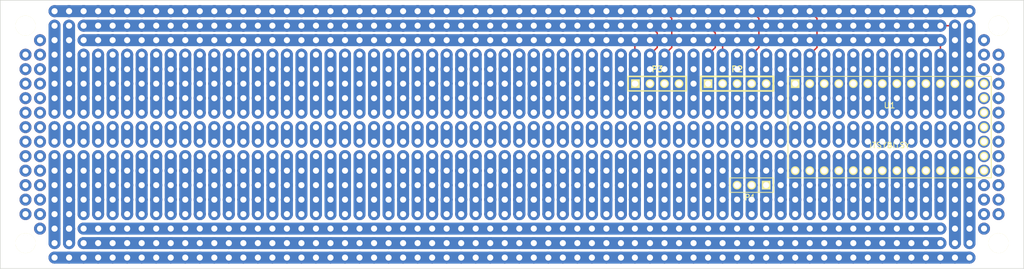
<source format=kicad_pcb>
(kicad_pcb (version 3) (host pcbnew "(2013-june-11)-stable")
  (layers (15 F.Cu signal) (6 Inner6.Cu signal) (5 Inner5.Cu signal) (4 Inner4.Cu signal) (3 Inner3.Cu signal) (2 Inner2.Cu signal) (1 Inner1.Cu signal) (0 B.Cu signal) (18 B.Paste user) (19 F.Paste user) (20 B.SilkS user) (21 F.SilkS user) (22 B.Mask user) (23 F.Mask user) (28 Edge.Cuts user))
  (net 0 "")
  (net 1 /+)
  (net 2 /-)
  (net 3 /C)
  (net 4 /D)
  (net 5 /IO)
  (net 6 /Pulse)
  (module MH (layer F.Cu) (at 35.56 58.42)
    (fp_text reference "" hide)
    (fp_text value "" hide)
    (pad "" np_thru_hole circle (at 0 0) (size 3.5 3.5) (drill 3.5) (layers *.Cu *.Mask F.SilkS))
  )
  (module MH (layer F.Cu) (at 205.74 58.42)
    (fp_text reference "" hide)
    (fp_text value "" hide)
    (pad "" np_thru_hole circle (at 0 0) (size 3.5 3.5) (drill 3.5) (layers *.Cu *.Mask F.SilkS))
  )
  (module MH (layer F.Cu) (at 205.74 96.52)
    (fp_text reference "" hide)
    (fp_text value "" hide)
    (pad "" np_thru_hole circle (at 0 0) (size 3.5 3.5) (drill 3.5) (layers *.Cu *.Mask F.SilkS))
  )
  (module MH (layer F.Cu) (at 35.56 96.52)
    (fp_text reference "" hide)
    (fp_text value "" hide)
    (pad "" np_thru_hole circle (at 0 0) (size 3.5 3.5) (drill 3.5) (layers *.Cu *.Mask F.SilkS))
  )
  (module PIN_ARRAY_5x1 (layer F.Cu) (at 160.02 68.58)
    (fp_text reference P2 (at 0 -2.54) (layer F.SilkS) (effects (font (size 1.016 1.016) (thickness 0.2032))))
    (fp_text value "7 segment backpack" hide)
    (pad 1 thru_hole rect (at -5.08 0) (size 1.524 1.524) (drill 1.016) (layers *.Cu *.Mask F.SilkS) (net 4 /D))
    (pad 2 thru_hole circle (at -2.54 0) (size 1.524 1.524) (drill 1.016) (layers *.Cu *.Mask F.SilkS) (net 3 /C))
    (pad 3 thru_hole circle (at 0 0) (size 1.524 1.524) (drill 1.016) (layers *.Cu *.Mask F.SilkS) (net 1 /+))
    (pad 4 thru_hole circle (at 2.54 0) (size 1.524 1.524) (drill 1.016) (layers *.Cu *.Mask F.SilkS) (net 2 /-))
    (pad 5 thru_hole circle (at 5.08 0) (size 1.524 1.524) (drill 1.016) (layers *.Cu *.Mask F.SilkS) (net 5 /IO))
  )
  (module PIN_ARRAY_4x1 (layer F.Cu) (at 146.05 68.58)
    (fp_text reference P3 (at 0 -2.54) (layer F.SilkS) (effects (font (size 1.016 1.016) (thickness 0.2032))))
    (fp_text value "Bargraph Backpack" hide)
    (pad 1 thru_hole rect (at -3.81 0) (size 1.524 1.524) (drill 1.016) (layers *.Cu *.Mask F.SilkS) (net 3 /C))
    (pad 2 thru_hole circle (at -1.27 0) (size 1.524 1.524) (drill 1.016) (layers *.Cu *.Mask F.SilkS) (net 4 /D))
    (pad 3 thru_hole circle (at 1.27 0) (size 1.524 1.524) (drill 1.016) (layers *.Cu *.Mask F.SilkS) (net 2 /-))
    (pad 4 thru_hole circle (at 3.81 0) (size 1.524 1.524) (drill 1.016) (layers *.Cu *.Mask F.SilkS) (net 5 /IO))
  )
  (module PIN_ARRAY_3X1 (layer F.Cu) (at 162.56 86.36 180)
    (fp_text reference P1 (at 0.254 -2.159 180) (layer F.SilkS) (effects (font (size 1.016 1.016) (thickness 0.1524))))
    (fp_text value "Pulse Playground" hide)
    (pad 1 thru_hole rect (at -2.54 0 180) (size 1.524 1.524) (drill 1.016) (layers *.Cu *.Mask F.SilkS) (net 5 /IO))
    (pad 2 thru_hole circle (at 0 0 180) (size 1.524 1.524) (drill 1.016) (layers *.Cu *.Mask F.SilkS) (net 6 /Pulse))
    (pad 3 thru_hole circle (at 2.54 0 180) (size 1.524 1.524) (drill 1.016) (layers *.Cu *.Mask F.SilkS) (net 2 /-))
  )
  (module ItsyBitsy (layer F.Cu) (at 186.69 76.2)
    (fp_text reference U1 (at 0 -3.81) (layer F.SilkS))
    (fp_text value ITSYBITSY (at 0 3.175) (layer F.SilkS))
    (pad 1 thru_hole rect (at -16.51 -7.62) (size 1.524 1.524) (drill 1.016) (layers *.Cu *.Mask F.SilkS))
    (pad 2 thru_hole circle (at -13.97 -7.62) (size 1.524 1.524) (drill 1.016) (layers *.Cu *.Mask F.SilkS) (net 2 /-))
    (pad 3 thru_hole circle (at -11.43 -7.62) (size 1.524 1.524) (drill 1.016) (layers *.Cu *.Mask F.SilkS))
    (pad 4 thru_hole circle (at -8.89 -7.62) (size 1.524 1.524) (drill 1.016) (layers *.Cu *.Mask F.SilkS))
    (pad 5 thru_hole circle (at -6.35 -7.62) (size 1.524 1.524) (drill 1.016) (layers *.Cu *.Mask F.SilkS))
    (pad 6 thru_hole circle (at -3.81 -7.62) (size 1.524 1.524) (drill 1.016) (layers *.Cu *.Mask F.SilkS))
    (pad 7 thru_hole circle (at -1.27 -7.62) (size 1.524 1.524) (drill 1.016) (layers *.Cu *.Mask F.SilkS))
    (pad 8 thru_hole circle (at 1.27 -7.62) (size 1.524 1.524) (drill 1.016) (layers *.Cu *.Mask F.SilkS))
    (pad 9 thru_hole circle (at 3.81 -7.62) (size 1.524 1.524) (drill 1.016) (layers *.Cu *.Mask F.SilkS))
    (pad 10 thru_hole circle (at 6.35 -7.62) (size 1.524 1.524) (drill 1.016) (layers *.Cu *.Mask F.SilkS))
    (pad 11 thru_hole circle (at 8.89 -7.62) (size 1.524 1.524) (drill 1.016) (layers *.Cu *.Mask F.SilkS) (net 3 /C))
    (pad 12 thru_hole circle (at 11.43 -7.62) (size 1.524 1.524) (drill 1.016) (layers *.Cu *.Mask F.SilkS) (net 4 /D))
    (pad 13 thru_hole circle (at 13.97 -7.62) (size 1.524 1.524) (drill 1.016) (layers *.Cu *.Mask F.SilkS))
    (pad 14 thru_hole circle (at 16.51 -7.62) (size 1.524 1.524) (drill 1.016) (layers *.Cu *.Mask F.SilkS))
    (pad 15 thru_hole circle (at 16.51 -5.08) (size 1.524 1.524) (drill 1.016) (layers *.Cu *.Mask F.SilkS))
    (pad 16 thru_hole circle (at 16.51 -2.54) (size 1.524 1.524) (drill 1.016) (layers *.Cu *.Mask F.SilkS))
    (pad 17 thru_hole circle (at 16.51 0) (size 1.524 1.524) (drill 1.016) (layers *.Cu *.Mask F.SilkS))
    (pad 18 thru_hole circle (at 16.51 2.54) (size 1.524 1.524) (drill 1.016) (layers *.Cu *.Mask F.SilkS))
    (pad 19 thru_hole circle (at 16.51 5.08) (size 1.524 1.524) (drill 1.016) (layers *.Cu *.Mask F.SilkS))
    (pad 20 thru_hole circle (at 16.51 7.62) (size 1.524 1.524) (drill 1.016) (layers *.Cu *.Mask F.SilkS))
    (pad 21 thru_hole circle (at 13.97 7.62) (size 1.524 1.524) (drill 1.016) (layers *.Cu *.Mask F.SilkS))
    (pad 22 thru_hole circle (at 11.43 7.62) (size 1.524 1.524) (drill 1.016) (layers *.Cu *.Mask F.SilkS))
    (pad 23 thru_hole circle (at 8.89 7.62) (size 1.524 1.524) (drill 1.016) (layers *.Cu *.Mask F.SilkS))
    (pad 24 thru_hole circle (at 6.35 7.62) (size 1.524 1.524) (drill 1.016) (layers *.Cu *.Mask F.SilkS))
    (pad 25 thru_hole circle (at 3.81 7.62) (size 1.524 1.524) (drill 1.016) (layers *.Cu *.Mask F.SilkS))
    (pad 26 thru_hole circle (at 1.27 7.62) (size 1.524 1.524) (drill 1.016) (layers *.Cu *.Mask F.SilkS))
    (pad 27 thru_hole circle (at -1.27 7.62) (size 1.524 1.524) (drill 1.016) (layers *.Cu *.Mask F.SilkS))
    (pad 28 thru_hole circle (at -3.81 7.62) (size 1.524 1.524) (drill 1.016) (layers *.Cu *.Mask F.SilkS))
    (pad 29 thru_hole circle (at -6.35 7.62) (size 1.524 1.524) (drill 1.016) (layers *.Cu *.Mask F.SilkS) (net 6 /Pulse))
    (pad 30 thru_hole circle (at -8.89 7.62) (size 1.524 1.524) (drill 1.016) (layers *.Cu *.Mask F.SilkS) (net 1 /+))
    (pad 31 thru_hole circle (at -11.43 7.62) (size 1.524 1.524) (drill 1.016) (layers *.Cu *.Mask F.SilkS))
    (pad 32 thru_hole circle (at -13.97 7.62) (size 1.524 1.524) (drill 1.016) (layers *.Cu *.Mask F.SilkS) (net 5 /IO))
    (pad 33 thru_hole circle (at -16.51 7.62) (size 1.524 1.524) (drill 1.016) (layers *.Cu *.Mask F.SilkS))
  )
  (gr_line (start 31.15 100.97) (end 31.15 53.97) (angle 90) (layer Edge.Cuts) (width 0.1))
  (gr_line (start 210.15 100.97) (end 31.15 100.97) (angle 90) (layer Edge.Cuts) (width 0.1))
  (gr_line (start 210.15 53.97) (end 210.15 100.97) (angle 90) (layer Edge.Cuts) (width 0.1))
  (gr_line (start 31.15 53.97) (end 210.15 53.97) (angle 90) (layer Edge.Cuts) (width 0.1))
  (via (at 127 88.9) (size 2.1) (drill 1.07) (layers F.Cu B.Cu) (net 0))
  (via (at 127 86.36) (size 2.1) (drill 1.07) (layers F.Cu B.Cu) (net 0))
  (via (at 127 83.82) (size 2.1) (drill 1.07) (layers F.Cu B.Cu) (net 0))
  (via (at 127 81.28) (size 2.1) (drill 1.07) (layers F.Cu B.Cu) (net 0))
  (segment (start 127 86.36) (end 127 88.9) (width 2.1) (layer B.Cu) (net 0))
  (segment (start 127 91.44) (end 127 88.9) (width 2.1) (layer B.Cu) (net 0))
  (via (at 127 91.44) (size 2.1) (drill 1.07) (layers F.Cu B.Cu) (net 0))
  (segment (start 127 83.82) (end 127 81.28) (width 2.1) (layer B.Cu) (net 0))
  (segment (start 127 83.82) (end 127 86.36) (width 2.1) (layer B.Cu) (net 0))
  (segment (start 187.96 76.2) (end 187.96 78.74) (width 2.1) (layer B.Cu) (net 0))
  (via (at 187.96 78.74) (size 2.1) (drill 1.07) (layers F.Cu B.Cu) (net 0))
  (via (at 187.96 76.2) (size 2.1) (drill 1.07) (layers F.Cu B.Cu) (net 0))
  (via (at 180.34 76.2) (size 2.1) (drill 1.07) (layers F.Cu B.Cu) (net 0))
  (via (at 180.34 78.74) (size 2.1) (drill 1.07) (layers F.Cu B.Cu) (net 0))
  (segment (start 180.34 78.74) (end 180.34 76.2) (width 2.1) (layer B.Cu) (net 0))
  (via (at 205.74 63.5) (size 2.1) (drill 1.07) (layers F.Cu B.Cu) (net 0))
  (via (at 205.74 66.04) (size 2.1) (drill 1.07) (layers F.Cu B.Cu) (net 0))
  (via (at 205.74 68.58) (size 2.1) (drill 1.07) (layers F.Cu B.Cu) (net 0))
  (via (at 205.74 71.12) (size 2.1) (drill 1.07) (layers F.Cu B.Cu) (net 0))
  (via (at 205.74 73.66) (size 2.1) (drill 1.07) (layers F.Cu B.Cu) (net 0))
  (via (at 205.74 76.2) (size 2.1) (drill 1.07) (layers F.Cu B.Cu) (net 0))
  (via (at 205.74 78.74) (size 2.1) (drill 1.07) (layers F.Cu B.Cu) (net 0))
  (via (at 205.74 81.28) (size 2.1) (drill 1.07) (layers F.Cu B.Cu) (net 0))
  (via (at 205.74 83.82) (size 2.1) (drill 1.07) (layers F.Cu B.Cu) (net 0))
  (via (at 205.74 86.36) (size 2.1) (drill 1.07) (layers F.Cu B.Cu) (net 0))
  (via (at 205.74 88.9) (size 2.1) (drill 1.07) (layers F.Cu B.Cu) (net 0))
  (via (at 205.74 91.44) (size 2.1) (drill 1.07) (layers F.Cu B.Cu) (net 0))
  (via (at 203.2 60.96) (size 2.1) (drill 1.07) (layers F.Cu B.Cu) (net 0))
  (via (at 203.2 63.5) (size 2.1) (drill 1.07) (layers F.Cu B.Cu) (net 0))
  (via (at 203.2 66.04) (size 2.1) (drill 1.07) (layers F.Cu B.Cu) (net 0))
  (via (at 203.2 68.58) (size 2.1) (drill 1.07) (layers F.Cu B.Cu) (net 0))
  (via (at 203.2 71.12) (size 2.1) (drill 1.07) (layers F.Cu B.Cu) (net 0))
  (via (at 203.2 73.66) (size 2.1) (drill 1.07) (layers F.Cu B.Cu) (net 0))
  (via (at 203.2 76.2) (size 2.1) (drill 1.07) (layers F.Cu B.Cu) (net 0))
  (via (at 203.2 78.74) (size 2.1) (drill 1.07) (layers F.Cu B.Cu) (net 0))
  (via (at 203.2 81.28) (size 2.1) (drill 1.07) (layers F.Cu B.Cu) (net 0))
  (via (at 203.2 83.82) (size 2.1) (drill 1.07) (layers F.Cu B.Cu) (net 0))
  (via (at 203.2 86.36) (size 2.1) (drill 1.07) (layers F.Cu B.Cu) (net 0))
  (via (at 203.2 88.9) (size 2.1) (drill 1.07) (layers F.Cu B.Cu) (net 0))
  (via (at 203.2 91.44) (size 2.1) (drill 1.07) (layers F.Cu B.Cu) (net 0))
  (via (at 203.2 93.98) (size 2.1) (drill 1.07) (layers F.Cu B.Cu) (net 0))
  (via (at 35.56 91.44) (size 2.1) (drill 1.07) (layers F.Cu B.Cu) (net 0))
  (via (at 35.56 88.9) (size 2.1) (drill 1.07) (layers F.Cu B.Cu) (net 0))
  (via (at 35.56 86.36) (size 2.1) (drill 1.07) (layers F.Cu B.Cu) (net 0))
  (via (at 35.56 83.82) (size 2.1) (drill 1.07) (layers F.Cu B.Cu) (net 0))
  (via (at 35.56 81.28) (size 2.1) (drill 1.07) (layers F.Cu B.Cu) (net 0))
  (via (at 35.56 78.74) (size 2.1) (drill 1.07) (layers F.Cu B.Cu) (net 0))
  (via (at 35.56 76.2) (size 2.1) (drill 1.07) (layers F.Cu B.Cu) (net 0))
  (via (at 35.56 73.66) (size 2.1) (drill 1.07) (layers F.Cu B.Cu) (net 0))
  (via (at 35.56 71.12) (size 2.1) (drill 1.07) (layers F.Cu B.Cu) (net 0))
  (via (at 35.56 68.58) (size 2.1) (drill 1.07) (layers F.Cu B.Cu) (net 0))
  (via (at 35.56 66.04) (size 2.1) (drill 1.07) (layers F.Cu B.Cu) (net 0))
  (via (at 35.56 63.5) (size 2.1) (drill 1.07) (layers F.Cu B.Cu) (net 0))
  (via (at 38.1 93.98) (size 2.1) (drill 1.07) (layers F.Cu B.Cu) (net 0))
  (via (at 38.1 91.44) (size 2.1) (drill 1.07) (layers F.Cu B.Cu) (net 0))
  (via (at 38.1 88.9) (size 2.1) (drill 1.07) (layers F.Cu B.Cu) (net 0))
  (via (at 38.1 86.36) (size 2.1) (drill 1.07) (layers F.Cu B.Cu) (net 0))
  (via (at 38.1 83.82) (size 2.1) (drill 1.07) (layers F.Cu B.Cu) (net 0))
  (via (at 38.1 81.28) (size 2.1) (drill 1.07) (layers F.Cu B.Cu) (net 0))
  (via (at 38.1 78.74) (size 2.1) (drill 1.07) (layers F.Cu B.Cu) (net 0))
  (via (at 38.1 76.2) (size 2.1) (drill 1.07) (layers F.Cu B.Cu) (net 0))
  (via (at 38.1 73.66) (size 2.1) (drill 1.07) (layers F.Cu B.Cu) (net 0))
  (via (at 38.1 71.12) (size 2.1) (drill 1.07) (layers F.Cu B.Cu) (net 0))
  (via (at 38.1 68.58) (size 2.1) (drill 1.07) (layers F.Cu B.Cu) (net 0))
  (via (at 38.1 66.04) (size 2.1) (drill 1.07) (layers F.Cu B.Cu) (net 0))
  (via (at 38.1 63.5) (size 2.1) (drill 1.07) (layers F.Cu B.Cu) (net 0))
  (via (at 38.1 60.96) (size 2.1) (drill 1.07) (layers F.Cu B.Cu) (net 0))
  (segment (start 48.26 99.06) (end 50.8 99.06) (width 2.1) (layer B.Cu) (net 0))
  (segment (start 50.8 99.06) (end 53.34 99.06) (width 2.1) (layer B.Cu) (net 0))
  (segment (start 53.34 99.06) (end 55.88 99.06) (width 2.1) (layer B.Cu) (net 0))
  (segment (start 55.88 99.06) (end 58.42 99.06) (width 2.1) (layer B.Cu) (net 0))
  (segment (start 58.42 99.06) (end 60.96 99.06) (width 2.1) (layer B.Cu) (net 0))
  (segment (start 60.96 99.06) (end 63.5 99.06) (width 2.1) (layer B.Cu) (net 0))
  (segment (start 63.5 99.06) (end 66.04 99.06) (width 2.1) (layer B.Cu) (net 0))
  (segment (start 66.04 99.06) (end 68.58 99.06) (width 2.1) (layer B.Cu) (net 0))
  (segment (start 68.58 99.06) (end 71.12 99.06) (width 2.1) (layer B.Cu) (net 0))
  (segment (start 71.12 99.06) (end 73.66 99.06) (width 2.1) (layer B.Cu) (net 0))
  (segment (start 73.66 99.06) (end 76.2 99.06) (width 2.1) (layer B.Cu) (net 0))
  (segment (start 76.2 99.06) (end 78.74 99.06) (width 2.1) (layer B.Cu) (net 0))
  (segment (start 78.74 99.06) (end 81.28 99.06) (width 2.1) (layer B.Cu) (net 0))
  (segment (start 81.28 99.06) (end 83.82 99.06) (width 2.1) (layer B.Cu) (net 0))
  (segment (start 83.82 99.06) (end 86.36 99.06) (width 2.1) (layer B.Cu) (net 0))
  (segment (start 86.36 99.06) (end 88.9 99.06) (width 2.1) (layer B.Cu) (net 0))
  (segment (start 88.9 99.06) (end 91.44 99.06) (width 2.1) (layer B.Cu) (net 0))
  (segment (start 91.44 99.06) (end 93.98 99.06) (width 2.1) (layer B.Cu) (net 0))
  (segment (start 93.98 99.06) (end 96.52 99.06) (width 2.1) (layer B.Cu) (net 0))
  (segment (start 96.52 99.06) (end 99.06 99.06) (width 2.1) (layer B.Cu) (net 0))
  (segment (start 99.06 99.06) (end 101.6 99.06) (width 2.1) (layer B.Cu) (net 0))
  (segment (start 101.6 99.06) (end 104.14 99.06) (width 2.1) (layer B.Cu) (net 0))
  (segment (start 104.14 99.06) (end 106.68 99.06) (width 2.1) (layer B.Cu) (net 0))
  (segment (start 106.68 99.06) (end 109.22 99.06) (width 2.1) (layer B.Cu) (net 0))
  (segment (start 109.22 99.06) (end 111.76 99.06) (width 2.1) (layer B.Cu) (net 0))
  (segment (start 111.76 99.06) (end 114.3 99.06) (width 2.1) (layer B.Cu) (net 0))
  (segment (start 114.3 99.06) (end 116.84 99.06) (width 2.1) (layer B.Cu) (net 0))
  (segment (start 116.84 99.06) (end 119.38 99.06) (width 2.1) (layer B.Cu) (net 0))
  (segment (start 119.38 99.06) (end 121.92 99.06) (width 2.1) (layer B.Cu) (net 0))
  (segment (start 121.92 99.06) (end 124.46 99.06) (width 2.1) (layer B.Cu) (net 0))
  (segment (start 124.46 99.06) (end 127 99.06) (width 2.1) (layer B.Cu) (net 0))
  (segment (start 127 99.06) (end 129.54 99.06) (width 2.1) (layer B.Cu) (net 0))
  (segment (start 129.54 99.06) (end 132.08 99.06) (width 2.1) (layer B.Cu) (net 0))
  (segment (start 132.08 99.06) (end 134.62 99.06) (width 2.1) (layer B.Cu) (net 0))
  (segment (start 134.62 99.06) (end 137.16 99.06) (width 2.1) (layer B.Cu) (net 0))
  (segment (start 137.16 99.06) (end 139.7 99.06) (width 2.1) (layer B.Cu) (net 0))
  (segment (start 139.7 99.06) (end 142.14 99.06) (width 2.1) (layer B.Cu) (net 0))
  (segment (start 142.14 99.06) (end 144.78 99.06) (width 2.1) (layer B.Cu) (net 0))
  (segment (start 144.78 99.06) (end 147.32 99.06) (width 2.1) (layer B.Cu) (net 0))
  (segment (start 147.32 99.06) (end 149.86 99.06) (width 2.1) (layer B.Cu) (net 0))
  (segment (start 149.86 99.06) (end 152.4 99.06) (width 2.1) (layer B.Cu) (net 0))
  (segment (start 152.4 99.06) (end 154.94 99.06) (width 2.1) (layer B.Cu) (net 0))
  (segment (start 154.94 99.06) (end 157.48 99.06) (width 2.1) (layer B.Cu) (net 0))
  (segment (start 157.48 99.06) (end 160.02 99.06) (width 2.1) (layer B.Cu) (net 0))
  (segment (start 160.02 99.06) (end 162.56 99.06) (width 2.1) (layer B.Cu) (net 0))
  (segment (start 162.56 99.06) (end 165.1 99.06) (width 2.1) (layer B.Cu) (net 0))
  (segment (start 165.1 99.06) (end 167.64 99.06) (width 2.1) (layer B.Cu) (net 0))
  (segment (start 167.64 99.06) (end 170.18 99.06) (width 2.1) (layer B.Cu) (net 0))
  (segment (start 170.18 99.06) (end 172.72 99.06) (width 2.1) (layer B.Cu) (net 0))
  (segment (start 172.72 99.06) (end 175.26 99.06) (width 2.1) (layer B.Cu) (net 0))
  (segment (start 175.26 99.06) (end 177.8 99.06) (width 2.1) (layer B.Cu) (net 0))
  (segment (start 177.8 99.06) (end 180.34 99.06) (width 2.1) (layer B.Cu) (net 0))
  (segment (start 180.34 99.06) (end 182.88 99.06) (width 2.1) (layer B.Cu) (net 0))
  (segment (start 182.88 99.06) (end 185.42 99.06) (width 2.1) (layer B.Cu) (net 0))
  (segment (start 185.42 99.06) (end 187.96 99.06) (width 2.1) (layer B.Cu) (net 0))
  (segment (start 187.96 99.06) (end 190.5 99.06) (width 2.1) (layer B.Cu) (net 0))
  (segment (start 190.5 99.06) (end 193.04 99.06) (width 2.1) (layer B.Cu) (net 0))
  (segment (start 193.04 99.06) (end 195.58 99.06) (width 2.1) (layer B.Cu) (net 0))
  (segment (start 195.58 99.06) (end 198.12 99.06) (width 2.1) (layer B.Cu) (net 0))
  (segment (start 198.12 99.06) (end 200.66 99.06) (width 2.1) (layer B.Cu) (net 0))
  (segment (start 45.72 99.06) (end 43.18 99.06) (width 2.1) (layer B.Cu) (net 0))
  (segment (start 40.64 99.06) (end 43.18 99.06) (width 2.1) (layer B.Cu) (net 0))
  (via (at 40.64 99.06) (size 2.1) (drill 1.07) (layers F.Cu B.Cu) (net 0))
  (via (at 43.18 99.06) (size 2.1) (drill 1.07) (layers F.Cu B.Cu) (net 0))
  (segment (start 45.72 99.06) (end 48.26 99.06) (width 2.1) (layer B.Cu) (net 0))
  (via (at 200.66 99.06) (size 2.1) (drill 1.07) (layers F.Cu B.Cu) (net 0))
  (via (at 198.12 99.06) (size 2.1) (drill 1.07) (layers F.Cu B.Cu) (net 0))
  (via (at 195.58 99.06) (size 2.1) (drill 1.07) (layers F.Cu B.Cu) (net 0))
  (via (at 193.04 99.06) (size 2.1) (drill 1.07) (layers F.Cu B.Cu) (net 0))
  (via (at 190.5 99.06) (size 2.1) (drill 1.07) (layers F.Cu B.Cu) (net 0))
  (via (at 187.96 99.06) (size 2.1) (drill 1.07) (layers F.Cu B.Cu) (net 0))
  (via (at 185.42 99.06) (size 2.1) (drill 1.07) (layers F.Cu B.Cu) (net 0))
  (via (at 182.88 99.06) (size 2.1) (drill 1.07) (layers F.Cu B.Cu) (net 0))
  (via (at 180.34 99.06) (size 2.1) (drill 1.07) (layers F.Cu B.Cu) (net 0))
  (via (at 177.8 99.06) (size 2.1) (drill 1.07) (layers F.Cu B.Cu) (net 0))
  (via (at 175.26 99.06) (size 2.1) (drill 1.07) (layers F.Cu B.Cu) (net 0))
  (via (at 172.72 99.06) (size 2.1) (drill 1.07) (layers F.Cu B.Cu) (net 0))
  (via (at 170.18 99.06) (size 2.1) (drill 1.07) (layers F.Cu B.Cu) (net 0))
  (via (at 167.64 99.06) (size 2.1) (drill 1.07) (layers F.Cu B.Cu) (net 0))
  (via (at 165.1 99.06) (size 2.1) (drill 1.07) (layers F.Cu B.Cu) (net 0))
  (via (at 162.56 99.06) (size 2.1) (drill 1.07) (layers F.Cu B.Cu) (net 0))
  (via (at 160.02 99.06) (size 2.1) (drill 1.07) (layers F.Cu B.Cu) (net 0))
  (via (at 157.48 99.06) (size 2.1) (drill 1.07) (layers F.Cu B.Cu) (net 0))
  (via (at 154.94 99.06) (size 2.1) (drill 1.07) (layers F.Cu B.Cu) (net 0))
  (via (at 152.4 99.06) (size 2.1) (drill 1.07) (layers F.Cu B.Cu) (net 0))
  (via (at 149.86 99.06) (size 2.1) (drill 1.07) (layers F.Cu B.Cu) (net 0))
  (via (at 147.32 99.06) (size 2.1) (drill 1.07) (layers F.Cu B.Cu) (net 0))
  (via (at 144.78 99.06) (size 2.1) (drill 1.07) (layers F.Cu B.Cu) (net 0))
  (via (at 142.14 99.06) (size 2.1) (drill 1.07) (layers F.Cu B.Cu) (net 0))
  (via (at 139.7 99.06) (size 2.1) (drill 1.07) (layers F.Cu B.Cu) (net 0))
  (via (at 137.16 99.06) (size 2.1) (drill 1.07) (layers F.Cu B.Cu) (net 0))
  (via (at 134.62 99.06) (size 2.1) (drill 1.07) (layers F.Cu B.Cu) (net 0))
  (via (at 132.08 99.06) (size 2.1) (drill 1.07) (layers F.Cu B.Cu) (net 0))
  (via (at 129.54 99.06) (size 2.1) (drill 1.07) (layers F.Cu B.Cu) (net 0))
  (via (at 127 99.06) (size 2.1) (drill 1.07) (layers F.Cu B.Cu) (net 0))
  (via (at 124.46 99.06) (size 2.1) (drill 1.07) (layers F.Cu B.Cu) (net 0))
  (via (at 121.92 99.06) (size 2.1) (drill 1.07) (layers F.Cu B.Cu) (net 0))
  (via (at 119.38 99.06) (size 2.1) (drill 1.07) (layers F.Cu B.Cu) (net 0))
  (via (at 116.84 99.06) (size 2.1) (drill 1.07) (layers F.Cu B.Cu) (net 0))
  (via (at 114.3 99.06) (size 2.1) (drill 1.07) (layers F.Cu B.Cu) (net 0))
  (via (at 111.76 99.06) (size 2.1) (drill 1.07) (layers F.Cu B.Cu) (net 0))
  (via (at 109.22 99.06) (size 2.1) (drill 1.07) (layers F.Cu B.Cu) (net 0))
  (via (at 106.68 99.06) (size 2.1) (drill 1.07) (layers F.Cu B.Cu) (net 0))
  (via (at 104.14 99.06) (size 2.1) (drill 1.07) (layers F.Cu B.Cu) (net 0))
  (via (at 101.6 99.06) (size 2.1) (drill 1.07) (layers F.Cu B.Cu) (net 0))
  (via (at 99.06 99.06) (size 2.1) (drill 1.07) (layers F.Cu B.Cu) (net 0))
  (via (at 96.52 99.06) (size 2.1) (drill 1.07) (layers F.Cu B.Cu) (net 0))
  (via (at 93.98 99.06) (size 2.1) (drill 1.07) (layers F.Cu B.Cu) (net 0))
  (via (at 91.44 99.06) (size 2.1) (drill 1.07) (layers F.Cu B.Cu) (net 0))
  (via (at 88.9 99.06) (size 2.1) (drill 1.07) (layers F.Cu B.Cu) (net 0))
  (via (at 86.36 99.06) (size 2.1) (drill 1.07) (layers F.Cu B.Cu) (net 0))
  (via (at 83.82 99.06) (size 2.1) (drill 1.07) (layers F.Cu B.Cu) (net 0))
  (via (at 81.28 99.06) (size 2.1) (drill 1.07) (layers F.Cu B.Cu) (net 0))
  (via (at 78.74 99.06) (size 2.1) (drill 1.07) (layers F.Cu B.Cu) (net 0))
  (via (at 76.2 99.06) (size 2.1) (drill 1.07) (layers F.Cu B.Cu) (net 0))
  (via (at 73.66 99.06) (size 2.1) (drill 1.07) (layers F.Cu B.Cu) (net 0))
  (via (at 71.12 99.06) (size 2.1) (drill 1.07) (layers F.Cu B.Cu) (net 0))
  (via (at 68.58 99.06) (size 2.1) (drill 1.07) (layers F.Cu B.Cu) (net 0))
  (via (at 66.04 99.06) (size 2.1) (drill 1.07) (layers F.Cu B.Cu) (net 0))
  (via (at 63.5 99.06) (size 2.1) (drill 1.07) (layers F.Cu B.Cu) (net 0))
  (via (at 60.96 99.06) (size 2.1) (drill 1.07) (layers F.Cu B.Cu) (net 0))
  (via (at 58.42 99.06) (size 2.1) (drill 1.07) (layers F.Cu B.Cu) (net 0))
  (via (at 55.88 99.06) (size 2.1) (drill 1.07) (layers F.Cu B.Cu) (net 0))
  (via (at 53.34 99.06) (size 2.1) (drill 1.07) (layers F.Cu B.Cu) (net 0))
  (via (at 50.8 99.06) (size 2.1) (drill 1.07) (layers F.Cu B.Cu) (net 0))
  (via (at 48.26 99.06) (size 2.1) (drill 1.07) (layers F.Cu B.Cu) (net 0))
  (via (at 45.72 99.06) (size 2.1) (drill 1.07) (layers F.Cu B.Cu) (net 0))
  (via (at 175.26 96.52) (size 2.1) (drill 1.07) (layers F.Cu B.Cu) (net 0))
  (via (at 177.8 96.52) (size 2.1) (drill 1.07) (layers F.Cu B.Cu) (net 0))
  (via (at 180.34 96.52) (size 2.1) (drill 1.07) (layers F.Cu B.Cu) (net 0))
  (via (at 182.88 96.52) (size 2.1) (drill 1.07) (layers F.Cu B.Cu) (net 0))
  (via (at 185.42 96.52) (size 2.1) (drill 1.07) (layers F.Cu B.Cu) (net 0))
  (via (at 187.96 96.52) (size 2.1) (drill 1.07) (layers F.Cu B.Cu) (net 0))
  (via (at 190.5 96.52) (size 2.1) (drill 1.07) (layers F.Cu B.Cu) (net 0))
  (via (at 193.04 96.52) (size 2.1) (drill 1.07) (layers F.Cu B.Cu) (net 0))
  (via (at 195.58 96.52) (size 2.1) (drill 1.07) (layers F.Cu B.Cu) (net 0))
  (segment (start 193.04 96.52) (end 190.5 96.52) (width 2.1) (layer B.Cu) (net 0))
  (segment (start 190.5 96.52) (end 187.96 96.52) (width 2.1) (layer B.Cu) (net 0))
  (segment (start 187.96 96.52) (end 185.42 96.52) (width 2.1) (layer B.Cu) (net 0))
  (segment (start 185.42 96.52) (end 182.88 96.52) (width 2.1) (layer B.Cu) (net 0))
  (segment (start 182.88 96.52) (end 180.34 96.52) (width 2.1) (layer B.Cu) (net 0))
  (segment (start 180.34 96.52) (end 177.8 96.52) (width 2.1) (layer B.Cu) (net 0))
  (segment (start 177.8 96.52) (end 175.26 96.52) (width 2.1) (layer B.Cu) (net 0))
  (segment (start 175.26 96.52) (end 172.72 96.52) (width 2.1) (layer B.Cu) (net 0))
  (segment (start 172.72 96.52) (end 170.18 96.52) (width 2.1) (layer B.Cu) (net 0))
  (segment (start 170.18 96.52) (end 167.64 96.52) (width 2.1) (layer B.Cu) (net 0))
  (segment (start 167.64 96.52) (end 165.1 96.52) (width 2.1) (layer B.Cu) (net 0))
  (segment (start 165.1 96.52) (end 162.56 96.52) (width 2.1) (layer B.Cu) (net 0))
  (segment (start 162.56 96.52) (end 160.02 96.52) (width 2.1) (layer B.Cu) (net 0))
  (segment (start 160.02 96.52) (end 157.48 96.52) (width 2.1) (layer B.Cu) (net 0))
  (segment (start 157.48 96.52) (end 154.94 96.52) (width 2.1) (layer B.Cu) (net 0))
  (segment (start 154.94 96.52) (end 152.4 96.52) (width 2.1) (layer B.Cu) (net 0))
  (segment (start 152.4 96.52) (end 149.86 96.52) (width 2.1) (layer B.Cu) (net 0))
  (segment (start 149.86 96.52) (end 147.32 96.52) (width 2.1) (layer B.Cu) (net 0))
  (segment (start 195.58 96.52) (end 193.04 96.52) (width 2.1) (layer B.Cu) (net 0))
  (via (at 139.7 96.52) (size 2.1) (drill 1.07) (layers F.Cu B.Cu) (net 0))
  (via (at 137.16 96.52) (size 2.1) (drill 1.07) (layers F.Cu B.Cu) (net 0))
  (via (at 134.62 96.52) (size 2.1) (drill 1.07) (layers F.Cu B.Cu) (net 0))
  (via (at 132.08 96.52) (size 2.1) (drill 1.07) (layers F.Cu B.Cu) (net 0))
  (via (at 129.54 96.52) (size 2.1) (drill 1.07) (layers F.Cu B.Cu) (net 0))
  (via (at 127 96.52) (size 2.1) (drill 1.07) (layers F.Cu B.Cu) (net 0))
  (via (at 124.46 96.52) (size 2.1) (drill 1.07) (layers F.Cu B.Cu) (net 0))
  (via (at 121.92 96.52) (size 2.1) (drill 1.07) (layers F.Cu B.Cu) (net 0))
  (via (at 119.38 96.52) (size 2.1) (drill 1.07) (layers F.Cu B.Cu) (net 0))
  (via (at 116.84 96.52) (size 2.1) (drill 1.07) (layers F.Cu B.Cu) (net 0))
  (via (at 114.3 96.52) (size 2.1) (drill 1.07) (layers F.Cu B.Cu) (net 0))
  (via (at 111.76 96.52) (size 2.1) (drill 1.07) (layers F.Cu B.Cu) (net 0))
  (via (at 109.22 96.52) (size 2.1) (drill 1.07) (layers F.Cu B.Cu) (net 0))
  (via (at 106.68 96.52) (size 2.1) (drill 1.07) (layers F.Cu B.Cu) (net 0))
  (via (at 104.14 96.52) (size 2.1) (drill 1.07) (layers F.Cu B.Cu) (net 0))
  (via (at 101.6 96.52) (size 2.1) (drill 1.07) (layers F.Cu B.Cu) (net 0))
  (via (at 99.06 96.52) (size 2.1) (drill 1.07) (layers F.Cu B.Cu) (net 0))
  (via (at 96.52 96.52) (size 2.1) (drill 1.07) (layers F.Cu B.Cu) (net 0))
  (via (at 93.98 96.52) (size 2.1) (drill 1.07) (layers F.Cu B.Cu) (net 0))
  (via (at 91.44 96.52) (size 2.1) (drill 1.07) (layers F.Cu B.Cu) (net 0))
  (via (at 88.9 96.52) (size 2.1) (drill 1.07) (layers F.Cu B.Cu) (net 0))
  (via (at 86.36 96.52) (size 2.1) (drill 1.07) (layers F.Cu B.Cu) (net 0))
  (via (at 83.82 96.52) (size 2.1) (drill 1.07) (layers F.Cu B.Cu) (net 0))
  (via (at 81.28 96.52) (size 2.1) (drill 1.07) (layers F.Cu B.Cu) (net 0))
  (via (at 78.74 96.52) (size 2.1) (drill 1.07) (layers F.Cu B.Cu) (net 0))
  (via (at 76.2 96.52) (size 2.1) (drill 1.07) (layers F.Cu B.Cu) (net 0))
  (via (at 73.66 96.52) (size 2.1) (drill 1.07) (layers F.Cu B.Cu) (net 0))
  (via (at 71.12 96.52) (size 2.1) (drill 1.07) (layers F.Cu B.Cu) (net 0))
  (via (at 68.58 96.52) (size 2.1) (drill 1.07) (layers F.Cu B.Cu) (net 0))
  (via (at 66.04 96.52) (size 2.1) (drill 1.07) (layers F.Cu B.Cu) (net 0))
  (via (at 63.5 96.52) (size 2.1) (drill 1.07) (layers F.Cu B.Cu) (net 0))
  (via (at 60.96 96.52) (size 2.1) (drill 1.07) (layers F.Cu B.Cu) (net 0))
  (via (at 58.42 96.52) (size 2.1) (drill 1.07) (layers F.Cu B.Cu) (net 0))
  (via (at 55.88 96.52) (size 2.1) (drill 1.07) (layers F.Cu B.Cu) (net 0))
  (via (at 53.34 96.52) (size 2.1) (drill 1.07) (layers F.Cu B.Cu) (net 0))
  (via (at 50.8 96.52) (size 2.1) (drill 1.07) (layers F.Cu B.Cu) (net 0))
  (via (at 48.26 96.52) (size 2.1) (drill 1.07) (layers F.Cu B.Cu) (net 0))
  (via (at 45.72 96.52) (size 2.1) (drill 1.07) (layers F.Cu B.Cu) (net 0))
  (segment (start 48.26 96.52) (end 45.72 96.52) (width 2.1) (layer B.Cu) (net 0))
  (segment (start 50.8 96.52) (end 48.26 96.52) (width 2.1) (layer B.Cu) (net 0))
  (segment (start 53.34 96.52) (end 50.8 96.52) (width 2.1) (layer B.Cu) (net 0))
  (segment (start 55.88 96.52) (end 53.34 96.52) (width 2.1) (layer B.Cu) (net 0))
  (segment (start 58.42 96.52) (end 55.88 96.52) (width 2.1) (layer B.Cu) (net 0))
  (segment (start 60.96 96.52) (end 58.42 96.52) (width 2.1) (layer B.Cu) (net 0))
  (segment (start 63.5 96.52) (end 60.96 96.52) (width 2.1) (layer B.Cu) (net 0))
  (segment (start 66.04 96.52) (end 63.5 96.52) (width 2.1) (layer B.Cu) (net 0))
  (segment (start 68.58 96.52) (end 66.04 96.52) (width 2.1) (layer B.Cu) (net 0))
  (segment (start 71.12 96.52) (end 68.58 96.52) (width 2.1) (layer B.Cu) (net 0))
  (segment (start 73.66 96.52) (end 71.12 96.52) (width 2.1) (layer B.Cu) (net 0))
  (segment (start 76.2 96.52) (end 73.66 96.52) (width 2.1) (layer B.Cu) (net 0))
  (segment (start 78.74 96.52) (end 76.2 96.52) (width 2.1) (layer B.Cu) (net 0))
  (segment (start 81.28 96.52) (end 78.74 96.52) (width 2.1) (layer B.Cu) (net 0))
  (segment (start 83.82 96.52) (end 81.28 96.52) (width 2.1) (layer B.Cu) (net 0))
  (segment (start 86.36 96.52) (end 83.82 96.52) (width 2.1) (layer B.Cu) (net 0))
  (segment (start 88.9 96.52) (end 86.36 96.52) (width 2.1) (layer B.Cu) (net 0))
  (segment (start 91.44 96.52) (end 88.9 96.52) (width 2.1) (layer B.Cu) (net 0))
  (segment (start 93.98 96.52) (end 91.44 96.52) (width 2.1) (layer B.Cu) (net 0))
  (segment (start 96.52 96.52) (end 93.98 96.52) (width 2.1) (layer B.Cu) (net 0))
  (segment (start 99.06 96.52) (end 96.52 96.52) (width 2.1) (layer B.Cu) (net 0))
  (segment (start 101.6 96.52) (end 99.06 96.52) (width 2.1) (layer B.Cu) (net 0))
  (segment (start 104.14 96.52) (end 101.6 96.52) (width 2.1) (layer B.Cu) (net 0))
  (segment (start 106.68 96.52) (end 104.14 96.52) (width 2.1) (layer B.Cu) (net 0))
  (segment (start 109.22 96.52) (end 106.68 96.52) (width 2.1) (layer B.Cu) (net 0))
  (segment (start 111.76 96.52) (end 109.22 96.52) (width 2.1) (layer B.Cu) (net 0))
  (segment (start 114.3 96.52) (end 111.76 96.52) (width 2.1) (layer B.Cu) (net 0))
  (segment (start 116.84 96.52) (end 114.3 96.52) (width 2.1) (layer B.Cu) (net 0))
  (segment (start 119.38 96.52) (end 116.84 96.52) (width 2.1) (layer B.Cu) (net 0))
  (segment (start 121.92 96.52) (end 119.38 96.52) (width 2.1) (layer B.Cu) (net 0))
  (segment (start 124.46 96.52) (end 121.92 96.52) (width 2.1) (layer B.Cu) (net 0))
  (segment (start 127 96.52) (end 124.46 96.52) (width 2.1) (layer B.Cu) (net 0))
  (segment (start 129.54 96.52) (end 127 96.52) (width 2.1) (layer B.Cu) (net 0))
  (segment (start 132.08 96.52) (end 129.54 96.52) (width 2.1) (layer B.Cu) (net 0))
  (segment (start 134.62 96.52) (end 132.08 96.52) (width 2.1) (layer B.Cu) (net 0))
  (segment (start 137.16 96.52) (end 134.62 96.52) (width 2.1) (layer B.Cu) (net 0))
  (segment (start 139.7 96.52) (end 137.16 96.52) (width 2.1) (layer B.Cu) (net 0))
  (segment (start 142.14 96.52) (end 139.7 96.52) (width 2.1) (layer B.Cu) (net 0))
  (segment (start 144.78 96.52) (end 142.14 96.52) (width 2.1) (layer B.Cu) (net 0))
  (via (at 142.14 96.52) (size 2.1) (drill 1.07) (layers F.Cu B.Cu) (net 0))
  (via (at 144.78 96.52) (size 2.1) (drill 1.07) (layers F.Cu B.Cu) (net 0))
  (segment (start 147.32 96.52) (end 144.78 96.52) (width 2.1) (layer B.Cu) (net 0))
  (via (at 147.32 96.52) (size 2.1) (drill 1.07) (layers F.Cu B.Cu) (net 0))
  (via (at 149.86 96.52) (size 2.1) (drill 1.07) (layers F.Cu B.Cu) (net 0))
  (via (at 152.4 96.52) (size 2.1) (drill 1.07) (layers F.Cu B.Cu) (net 0))
  (via (at 154.94 96.52) (size 2.1) (drill 1.07) (layers F.Cu B.Cu) (net 0))
  (via (at 157.48 96.52) (size 2.1) (drill 1.07) (layers F.Cu B.Cu) (net 0))
  (via (at 160.02 96.52) (size 2.1) (drill 1.07) (layers F.Cu B.Cu) (net 0))
  (via (at 165.1 96.52) (size 2.1) (drill 1.07) (layers F.Cu B.Cu) (net 0))
  (via (at 167.64 96.52) (size 2.1) (drill 1.07) (layers F.Cu B.Cu) (net 0))
  (via (at 162.56 96.52) (size 2.1) (drill 1.07) (layers F.Cu B.Cu) (net 0))
  (via (at 170.18 96.52) (size 2.1) (drill 1.07) (layers F.Cu B.Cu) (net 0))
  (via (at 172.72 96.52) (size 2.1) (drill 1.07) (layers F.Cu B.Cu) (net 0))
  (via (at 43.18 93.98) (size 2.1) (drill 1.07) (layers F.Cu B.Cu) (net 0))
  (segment (start 43.18 93.98) (end 43.18 96.52) (width 2.1) (layer B.Cu) (net 0))
  (via (at 43.18 96.52) (size 2.1) (drill 1.07) (layers F.Cu B.Cu) (net 0))
  (segment (start 195.58 83.82) (end 195.58 86.36) (width 2.1) (layer B.Cu) (net 0))
  (segment (start 195.58 83.82) (end 195.58 81.28) (width 2.1) (layer B.Cu) (net 0))
  (via (at 195.58 91.44) (size 2.1) (drill 1.07) (layers F.Cu B.Cu) (net 0))
  (segment (start 195.58 91.44) (end 195.58 88.9) (width 2.1) (layer B.Cu) (net 0))
  (segment (start 195.58 86.36) (end 195.58 88.9) (width 2.1) (layer B.Cu) (net 0))
  (via (at 195.58 81.28) (size 2.1) (drill 1.07) (layers F.Cu B.Cu) (net 0))
  (via (at 195.58 83.82) (size 2.1) (drill 1.07) (layers F.Cu B.Cu) (net 0))
  (via (at 195.58 86.36) (size 2.1) (drill 1.07) (layers F.Cu B.Cu) (net 0))
  (via (at 195.58 88.9) (size 2.1) (drill 1.07) (layers F.Cu B.Cu) (net 0))
  (segment (start 45.72 83.82) (end 45.72 86.36) (width 2.1) (layer B.Cu) (net 0))
  (segment (start 45.72 83.82) (end 45.72 81.28) (width 2.1) (layer B.Cu) (net 0))
  (via (at 45.72 91.44) (size 2.1) (drill 1.07) (layers F.Cu B.Cu) (net 0))
  (segment (start 45.72 91.44) (end 45.72 88.9) (width 2.1) (layer B.Cu) (net 0))
  (segment (start 45.72 86.36) (end 45.72 88.9) (width 2.1) (layer B.Cu) (net 0))
  (via (at 45.72 81.28) (size 2.1) (drill 1.07) (layers F.Cu B.Cu) (net 0))
  (via (at 45.72 83.82) (size 2.1) (drill 1.07) (layers F.Cu B.Cu) (net 0))
  (via (at 45.72 86.36) (size 2.1) (drill 1.07) (layers F.Cu B.Cu) (net 0))
  (via (at 45.72 88.9) (size 2.1) (drill 1.07) (layers F.Cu B.Cu) (net 0))
  (via (at 48.26 88.9) (size 2.1) (drill 1.07) (layers F.Cu B.Cu) (net 0))
  (via (at 48.26 86.36) (size 2.1) (drill 1.07) (layers F.Cu B.Cu) (net 0))
  (via (at 48.26 83.82) (size 2.1) (drill 1.07) (layers F.Cu B.Cu) (net 0))
  (via (at 48.26 81.28) (size 2.1) (drill 1.07) (layers F.Cu B.Cu) (net 0))
  (segment (start 48.26 86.36) (end 48.26 88.9) (width 2.1) (layer B.Cu) (net 0))
  (segment (start 48.26 91.44) (end 48.26 88.9) (width 2.1) (layer B.Cu) (net 0))
  (via (at 48.26 91.44) (size 2.1) (drill 1.07) (layers F.Cu B.Cu) (net 0))
  (segment (start 48.26 83.82) (end 48.26 81.28) (width 2.1) (layer B.Cu) (net 0))
  (segment (start 48.26 83.82) (end 48.26 86.36) (width 2.1) (layer B.Cu) (net 0))
  (segment (start 53.34 83.82) (end 53.34 86.36) (width 2.1) (layer B.Cu) (net 0))
  (segment (start 53.34 83.82) (end 53.34 81.28) (width 2.1) (layer B.Cu) (net 0))
  (via (at 53.34 91.44) (size 2.1) (drill 1.07) (layers F.Cu B.Cu) (net 0))
  (segment (start 53.34 91.44) (end 53.34 88.9) (width 2.1) (layer B.Cu) (net 0))
  (segment (start 53.34 86.36) (end 53.34 88.9) (width 2.1) (layer B.Cu) (net 0))
  (via (at 53.34 81.28) (size 2.1) (drill 1.07) (layers F.Cu B.Cu) (net 0))
  (via (at 53.34 83.82) (size 2.1) (drill 1.07) (layers F.Cu B.Cu) (net 0))
  (via (at 53.34 86.36) (size 2.1) (drill 1.07) (layers F.Cu B.Cu) (net 0))
  (via (at 53.34 88.9) (size 2.1) (drill 1.07) (layers F.Cu B.Cu) (net 0))
  (via (at 50.8 88.9) (size 2.1) (drill 1.07) (layers F.Cu B.Cu) (net 0))
  (via (at 50.8 86.36) (size 2.1) (drill 1.07) (layers F.Cu B.Cu) (net 0))
  (via (at 50.8 83.82) (size 2.1) (drill 1.07) (layers F.Cu B.Cu) (net 0))
  (via (at 50.8 81.28) (size 2.1) (drill 1.07) (layers F.Cu B.Cu) (net 0))
  (segment (start 50.8 86.36) (end 50.8 88.9) (width 2.1) (layer B.Cu) (net 0))
  (segment (start 50.8 91.44) (end 50.8 88.9) (width 2.1) (layer B.Cu) (net 0))
  (via (at 50.8 91.44) (size 2.1) (drill 1.07) (layers F.Cu B.Cu) (net 0))
  (segment (start 50.8 83.82) (end 50.8 81.28) (width 2.1) (layer B.Cu) (net 0))
  (segment (start 50.8 83.82) (end 50.8 86.36) (width 2.1) (layer B.Cu) (net 0))
  (segment (start 60.96 83.82) (end 60.96 86.36) (width 2.1) (layer B.Cu) (net 0))
  (segment (start 60.96 83.82) (end 60.96 81.28) (width 2.1) (layer B.Cu) (net 0))
  (via (at 60.96 91.44) (size 2.1) (drill 1.07) (layers F.Cu B.Cu) (net 0))
  (segment (start 60.96 91.44) (end 60.96 88.9) (width 2.1) (layer B.Cu) (net 0))
  (segment (start 60.96 86.36) (end 60.96 88.9) (width 2.1) (layer B.Cu) (net 0))
  (via (at 60.96 81.28) (size 2.1) (drill 1.07) (layers F.Cu B.Cu) (net 0))
  (via (at 60.96 83.82) (size 2.1) (drill 1.07) (layers F.Cu B.Cu) (net 0))
  (via (at 60.96 86.36) (size 2.1) (drill 1.07) (layers F.Cu B.Cu) (net 0))
  (via (at 60.96 88.9) (size 2.1) (drill 1.07) (layers F.Cu B.Cu) (net 0))
  (via (at 63.5 88.9) (size 2.1) (drill 1.07) (layers F.Cu B.Cu) (net 0))
  (via (at 63.5 86.36) (size 2.1) (drill 1.07) (layers F.Cu B.Cu) (net 0))
  (via (at 63.5 83.82) (size 2.1) (drill 1.07) (layers F.Cu B.Cu) (net 0))
  (via (at 63.5 81.28) (size 2.1) (drill 1.07) (layers F.Cu B.Cu) (net 0))
  (segment (start 63.5 86.36) (end 63.5 88.9) (width 2.1) (layer B.Cu) (net 0))
  (segment (start 63.5 91.44) (end 63.5 88.9) (width 2.1) (layer B.Cu) (net 0))
  (via (at 63.5 91.44) (size 2.1) (drill 1.07) (layers F.Cu B.Cu) (net 0))
  (segment (start 63.5 83.82) (end 63.5 81.28) (width 2.1) (layer B.Cu) (net 0))
  (segment (start 63.5 83.82) (end 63.5 86.36) (width 2.1) (layer B.Cu) (net 0))
  (segment (start 58.42 83.82) (end 58.42 86.36) (width 2.1) (layer B.Cu) (net 0))
  (segment (start 58.42 83.82) (end 58.42 81.28) (width 2.1) (layer B.Cu) (net 0))
  (via (at 58.42 91.44) (size 2.1) (drill 1.07) (layers F.Cu B.Cu) (net 0))
  (segment (start 58.42 91.44) (end 58.42 88.9) (width 2.1) (layer B.Cu) (net 0))
  (segment (start 58.42 86.36) (end 58.42 88.9) (width 2.1) (layer B.Cu) (net 0))
  (via (at 58.42 81.28) (size 2.1) (drill 1.07) (layers F.Cu B.Cu) (net 0))
  (via (at 58.42 83.82) (size 2.1) (drill 1.07) (layers F.Cu B.Cu) (net 0))
  (via (at 58.42 86.36) (size 2.1) (drill 1.07) (layers F.Cu B.Cu) (net 0))
  (via (at 58.42 88.9) (size 2.1) (drill 1.07) (layers F.Cu B.Cu) (net 0))
  (via (at 55.88 88.9) (size 2.1) (drill 1.07) (layers F.Cu B.Cu) (net 0))
  (via (at 55.88 86.36) (size 2.1) (drill 1.07) (layers F.Cu B.Cu) (net 0))
  (via (at 55.88 83.82) (size 2.1) (drill 1.07) (layers F.Cu B.Cu) (net 0))
  (via (at 55.88 81.28) (size 2.1) (drill 1.07) (layers F.Cu B.Cu) (net 0))
  (segment (start 55.88 86.36) (end 55.88 88.9) (width 2.1) (layer B.Cu) (net 0))
  (segment (start 55.88 91.44) (end 55.88 88.9) (width 2.1) (layer B.Cu) (net 0))
  (via (at 55.88 91.44) (size 2.1) (drill 1.07) (layers F.Cu B.Cu) (net 0))
  (segment (start 55.88 83.82) (end 55.88 81.28) (width 2.1) (layer B.Cu) (net 0))
  (segment (start 55.88 83.82) (end 55.88 86.36) (width 2.1) (layer B.Cu) (net 0))
  (segment (start 76.2 83.82) (end 76.2 86.36) (width 2.1) (layer B.Cu) (net 0))
  (segment (start 76.2 83.82) (end 76.2 81.28) (width 2.1) (layer B.Cu) (net 0))
  (via (at 76.2 91.44) (size 2.1) (drill 1.07) (layers F.Cu B.Cu) (net 0))
  (segment (start 76.2 91.44) (end 76.2 88.9) (width 2.1) (layer B.Cu) (net 0))
  (segment (start 76.2 86.36) (end 76.2 88.9) (width 2.1) (layer B.Cu) (net 0))
  (via (at 76.2 81.28) (size 2.1) (drill 1.07) (layers F.Cu B.Cu) (net 0))
  (via (at 76.2 83.82) (size 2.1) (drill 1.07) (layers F.Cu B.Cu) (net 0))
  (via (at 76.2 86.36) (size 2.1) (drill 1.07) (layers F.Cu B.Cu) (net 0))
  (via (at 76.2 88.9) (size 2.1) (drill 1.07) (layers F.Cu B.Cu) (net 0))
  (via (at 78.74 88.9) (size 2.1) (drill 1.07) (layers F.Cu B.Cu) (net 0))
  (via (at 78.74 86.36) (size 2.1) (drill 1.07) (layers F.Cu B.Cu) (net 0))
  (via (at 78.74 83.82) (size 2.1) (drill 1.07) (layers F.Cu B.Cu) (net 0))
  (via (at 78.74 81.28) (size 2.1) (drill 1.07) (layers F.Cu B.Cu) (net 0))
  (segment (start 78.74 86.36) (end 78.74 88.9) (width 2.1) (layer B.Cu) (net 0))
  (segment (start 78.74 91.44) (end 78.74 88.9) (width 2.1) (layer B.Cu) (net 0))
  (via (at 78.74 91.44) (size 2.1) (drill 1.07) (layers F.Cu B.Cu) (net 0))
  (segment (start 78.74 83.82) (end 78.74 81.28) (width 2.1) (layer B.Cu) (net 0))
  (segment (start 78.74 83.82) (end 78.74 86.36) (width 2.1) (layer B.Cu) (net 0))
  (segment (start 83.82 83.82) (end 83.82 86.36) (width 2.1) (layer B.Cu) (net 0))
  (segment (start 83.82 83.82) (end 83.82 81.28) (width 2.1) (layer B.Cu) (net 0))
  (via (at 83.82 91.44) (size 2.1) (drill 1.07) (layers F.Cu B.Cu) (net 0))
  (segment (start 83.82 91.44) (end 83.82 88.9) (width 2.1) (layer B.Cu) (net 0))
  (segment (start 83.82 86.36) (end 83.82 88.9) (width 2.1) (layer B.Cu) (net 0))
  (via (at 83.82 81.28) (size 2.1) (drill 1.07) (layers F.Cu B.Cu) (net 0))
  (via (at 83.82 83.82) (size 2.1) (drill 1.07) (layers F.Cu B.Cu) (net 0))
  (via (at 83.82 86.36) (size 2.1) (drill 1.07) (layers F.Cu B.Cu) (net 0))
  (via (at 83.82 88.9) (size 2.1) (drill 1.07) (layers F.Cu B.Cu) (net 0))
  (via (at 81.28 88.9) (size 2.1) (drill 1.07) (layers F.Cu B.Cu) (net 0))
  (via (at 81.28 86.36) (size 2.1) (drill 1.07) (layers F.Cu B.Cu) (net 0))
  (via (at 81.28 83.82) (size 2.1) (drill 1.07) (layers F.Cu B.Cu) (net 0))
  (via (at 81.28 81.28) (size 2.1) (drill 1.07) (layers F.Cu B.Cu) (net 0))
  (segment (start 81.28 86.36) (end 81.28 88.9) (width 2.1) (layer B.Cu) (net 0))
  (segment (start 81.28 91.44) (end 81.28 88.9) (width 2.1) (layer B.Cu) (net 0))
  (via (at 81.28 91.44) (size 2.1) (drill 1.07) (layers F.Cu B.Cu) (net 0))
  (segment (start 81.28 83.82) (end 81.28 81.28) (width 2.1) (layer B.Cu) (net 0))
  (segment (start 81.28 83.82) (end 81.28 86.36) (width 2.1) (layer B.Cu) (net 0))
  (segment (start 71.12 83.82) (end 71.12 86.36) (width 2.1) (layer B.Cu) (net 0))
  (segment (start 71.12 83.82) (end 71.12 81.28) (width 2.1) (layer B.Cu) (net 0))
  (via (at 71.12 91.44) (size 2.1) (drill 1.07) (layers F.Cu B.Cu) (net 0))
  (segment (start 71.12 91.44) (end 71.12 88.9) (width 2.1) (layer B.Cu) (net 0))
  (segment (start 71.12 86.36) (end 71.12 88.9) (width 2.1) (layer B.Cu) (net 0))
  (via (at 71.12 81.28) (size 2.1) (drill 1.07) (layers F.Cu B.Cu) (net 0))
  (via (at 71.12 83.82) (size 2.1) (drill 1.07) (layers F.Cu B.Cu) (net 0))
  (via (at 71.12 86.36) (size 2.1) (drill 1.07) (layers F.Cu B.Cu) (net 0))
  (via (at 71.12 88.9) (size 2.1) (drill 1.07) (layers F.Cu B.Cu) (net 0))
  (via (at 73.66 88.9) (size 2.1) (drill 1.07) (layers F.Cu B.Cu) (net 0))
  (via (at 73.66 86.36) (size 2.1) (drill 1.07) (layers F.Cu B.Cu) (net 0))
  (via (at 73.66 83.82) (size 2.1) (drill 1.07) (layers F.Cu B.Cu) (net 0))
  (via (at 73.66 81.28) (size 2.1) (drill 1.07) (layers F.Cu B.Cu) (net 0))
  (segment (start 73.66 86.36) (end 73.66 88.9) (width 2.1) (layer B.Cu) (net 0))
  (segment (start 73.66 91.44) (end 73.66 88.9) (width 2.1) (layer B.Cu) (net 0))
  (via (at 73.66 91.44) (size 2.1) (drill 1.07) (layers F.Cu B.Cu) (net 0))
  (segment (start 73.66 83.82) (end 73.66 81.28) (width 2.1) (layer B.Cu) (net 0))
  (segment (start 73.66 83.82) (end 73.66 86.36) (width 2.1) (layer B.Cu) (net 0))
  (segment (start 68.58 83.82) (end 68.58 86.36) (width 2.1) (layer B.Cu) (net 0))
  (segment (start 68.58 83.82) (end 68.58 81.28) (width 2.1) (layer B.Cu) (net 0))
  (via (at 68.58 91.44) (size 2.1) (drill 1.07) (layers F.Cu B.Cu) (net 0))
  (segment (start 68.58 91.44) (end 68.58 88.9) (width 2.1) (layer B.Cu) (net 0))
  (segment (start 68.58 86.36) (end 68.58 88.9) (width 2.1) (layer B.Cu) (net 0))
  (via (at 68.58 81.28) (size 2.1) (drill 1.07) (layers F.Cu B.Cu) (net 0))
  (via (at 68.58 83.82) (size 2.1) (drill 1.07) (layers F.Cu B.Cu) (net 0))
  (via (at 68.58 86.36) (size 2.1) (drill 1.07) (layers F.Cu B.Cu) (net 0))
  (via (at 68.58 88.9) (size 2.1) (drill 1.07) (layers F.Cu B.Cu) (net 0))
  (via (at 66.04 88.9) (size 2.1) (drill 1.07) (layers F.Cu B.Cu) (net 0))
  (via (at 66.04 86.36) (size 2.1) (drill 1.07) (layers F.Cu B.Cu) (net 0))
  (via (at 66.04 83.82) (size 2.1) (drill 1.07) (layers F.Cu B.Cu) (net 0))
  (via (at 66.04 81.28) (size 2.1) (drill 1.07) (layers F.Cu B.Cu) (net 0))
  (segment (start 66.04 86.36) (end 66.04 88.9) (width 2.1) (layer B.Cu) (net 0))
  (segment (start 66.04 91.44) (end 66.04 88.9) (width 2.1) (layer B.Cu) (net 0))
  (via (at 66.04 91.44) (size 2.1) (drill 1.07) (layers F.Cu B.Cu) (net 0))
  (segment (start 66.04 83.82) (end 66.04 81.28) (width 2.1) (layer B.Cu) (net 0))
  (segment (start 66.04 83.82) (end 66.04 86.36) (width 2.1) (layer B.Cu) (net 0))
  (segment (start 106.68 83.82) (end 106.68 86.36) (width 2.1) (layer B.Cu) (net 0))
  (segment (start 106.68 83.82) (end 106.68 81.28) (width 2.1) (layer B.Cu) (net 0))
  (via (at 106.68 91.44) (size 2.1) (drill 1.07) (layers F.Cu B.Cu) (net 0))
  (segment (start 106.68 91.44) (end 106.68 88.9) (width 2.1) (layer B.Cu) (net 0))
  (segment (start 106.68 86.36) (end 106.68 88.9) (width 2.1) (layer B.Cu) (net 0))
  (via (at 106.68 81.28) (size 2.1) (drill 1.07) (layers F.Cu B.Cu) (net 0))
  (via (at 106.68 83.82) (size 2.1) (drill 1.07) (layers F.Cu B.Cu) (net 0))
  (via (at 106.68 86.36) (size 2.1) (drill 1.07) (layers F.Cu B.Cu) (net 0))
  (via (at 106.68 88.9) (size 2.1) (drill 1.07) (layers F.Cu B.Cu) (net 0))
  (via (at 109.22 88.9) (size 2.1) (drill 1.07) (layers F.Cu B.Cu) (net 0))
  (via (at 109.22 86.36) (size 2.1) (drill 1.07) (layers F.Cu B.Cu) (net 0))
  (via (at 109.22 83.82) (size 2.1) (drill 1.07) (layers F.Cu B.Cu) (net 0))
  (via (at 109.22 81.28) (size 2.1) (drill 1.07) (layers F.Cu B.Cu) (net 0))
  (segment (start 109.22 86.36) (end 109.22 88.9) (width 2.1) (layer B.Cu) (net 0))
  (segment (start 109.22 91.44) (end 109.22 88.9) (width 2.1) (layer B.Cu) (net 0))
  (via (at 109.22 91.44) (size 2.1) (drill 1.07) (layers F.Cu B.Cu) (net 0))
  (segment (start 109.22 83.82) (end 109.22 81.28) (width 2.1) (layer B.Cu) (net 0))
  (segment (start 109.22 83.82) (end 109.22 86.36) (width 2.1) (layer B.Cu) (net 0))
  (segment (start 114.3 83.82) (end 114.3 86.36) (width 2.1) (layer B.Cu) (net 0))
  (segment (start 114.3 83.82) (end 114.3 81.28) (width 2.1) (layer B.Cu) (net 0))
  (via (at 114.3 91.44) (size 2.1) (drill 1.07) (layers F.Cu B.Cu) (net 0))
  (segment (start 114.3 91.44) (end 114.3 88.9) (width 2.1) (layer B.Cu) (net 0))
  (segment (start 114.3 86.36) (end 114.3 88.9) (width 2.1) (layer B.Cu) (net 0))
  (via (at 114.3 81.28) (size 2.1) (drill 1.07) (layers F.Cu B.Cu) (net 0))
  (via (at 114.3 83.82) (size 2.1) (drill 1.07) (layers F.Cu B.Cu) (net 0))
  (via (at 114.3 86.36) (size 2.1) (drill 1.07) (layers F.Cu B.Cu) (net 0))
  (via (at 114.3 88.9) (size 2.1) (drill 1.07) (layers F.Cu B.Cu) (net 0))
  (via (at 111.76 88.9) (size 2.1) (drill 1.07) (layers F.Cu B.Cu) (net 0))
  (via (at 111.76 86.36) (size 2.1) (drill 1.07) (layers F.Cu B.Cu) (net 0))
  (via (at 111.76 83.82) (size 2.1) (drill 1.07) (layers F.Cu B.Cu) (net 0))
  (via (at 111.76 81.28) (size 2.1) (drill 1.07) (layers F.Cu B.Cu) (net 0))
  (segment (start 111.76 86.36) (end 111.76 88.9) (width 2.1) (layer B.Cu) (net 0))
  (segment (start 111.76 91.44) (end 111.76 88.9) (width 2.1) (layer B.Cu) (net 0))
  (via (at 111.76 91.44) (size 2.1) (drill 1.07) (layers F.Cu B.Cu) (net 0))
  (segment (start 111.76 83.82) (end 111.76 81.28) (width 2.1) (layer B.Cu) (net 0))
  (segment (start 111.76 83.82) (end 111.76 86.36) (width 2.1) (layer B.Cu) (net 0))
  (segment (start 121.92 83.82) (end 121.92 86.36) (width 2.1) (layer B.Cu) (net 0))
  (segment (start 121.92 83.82) (end 121.92 81.28) (width 2.1) (layer B.Cu) (net 0))
  (via (at 121.92 91.44) (size 2.1) (drill 1.07) (layers F.Cu B.Cu) (net 0))
  (segment (start 121.92 91.44) (end 121.92 88.9) (width 2.1) (layer B.Cu) (net 0))
  (segment (start 121.92 86.36) (end 121.92 88.9) (width 2.1) (layer B.Cu) (net 0))
  (via (at 121.92 81.28) (size 2.1) (drill 1.07) (layers F.Cu B.Cu) (net 0))
  (via (at 121.92 83.82) (size 2.1) (drill 1.07) (layers F.Cu B.Cu) (net 0))
  (via (at 121.92 86.36) (size 2.1) (drill 1.07) (layers F.Cu B.Cu) (net 0))
  (via (at 121.92 88.9) (size 2.1) (drill 1.07) (layers F.Cu B.Cu) (net 0))
  (via (at 124.46 88.9) (size 2.1) (drill 1.07) (layers F.Cu B.Cu) (net 0))
  (via (at 124.46 86.36) (size 2.1) (drill 1.07) (layers F.Cu B.Cu) (net 0))
  (via (at 124.46 83.82) (size 2.1) (drill 1.07) (layers F.Cu B.Cu) (net 0))
  (via (at 124.46 81.28) (size 2.1) (drill 1.07) (layers F.Cu B.Cu) (net 0))
  (segment (start 124.46 86.36) (end 124.46 88.9) (width 2.1) (layer B.Cu) (net 0))
  (segment (start 124.46 91.44) (end 124.46 88.9) (width 2.1) (layer B.Cu) (net 0))
  (via (at 124.46 91.44) (size 2.1) (drill 1.07) (layers F.Cu B.Cu) (net 0))
  (segment (start 124.46 83.82) (end 124.46 81.28) (width 2.1) (layer B.Cu) (net 0))
  (segment (start 124.46 83.82) (end 124.46 86.36) (width 2.1) (layer B.Cu) (net 0))
  (segment (start 119.38 83.82) (end 119.38 86.36) (width 2.1) (layer B.Cu) (net 0))
  (segment (start 119.38 83.82) (end 119.38 81.28) (width 2.1) (layer B.Cu) (net 0))
  (via (at 119.38 91.44) (size 2.1) (drill 1.07) (layers F.Cu B.Cu) (net 0))
  (segment (start 119.38 91.44) (end 119.38 88.9) (width 2.1) (layer B.Cu) (net 0))
  (segment (start 119.38 86.36) (end 119.38 88.9) (width 2.1) (layer B.Cu) (net 0))
  (via (at 119.38 81.28) (size 2.1) (drill 1.07) (layers F.Cu B.Cu) (net 0))
  (via (at 119.38 83.82) (size 2.1) (drill 1.07) (layers F.Cu B.Cu) (net 0))
  (via (at 119.38 86.36) (size 2.1) (drill 1.07) (layers F.Cu B.Cu) (net 0))
  (via (at 119.38 88.9) (size 2.1) (drill 1.07) (layers F.Cu B.Cu) (net 0))
  (via (at 116.84 88.9) (size 2.1) (drill 1.07) (layers F.Cu B.Cu) (net 0))
  (via (at 116.84 86.36) (size 2.1) (drill 1.07) (layers F.Cu B.Cu) (net 0))
  (via (at 116.84 83.82) (size 2.1) (drill 1.07) (layers F.Cu B.Cu) (net 0))
  (via (at 116.84 81.28) (size 2.1) (drill 1.07) (layers F.Cu B.Cu) (net 0))
  (segment (start 116.84 86.36) (end 116.84 88.9) (width 2.1) (layer B.Cu) (net 0))
  (segment (start 116.84 91.44) (end 116.84 88.9) (width 2.1) (layer B.Cu) (net 0))
  (via (at 116.84 91.44) (size 2.1) (drill 1.07) (layers F.Cu B.Cu) (net 0))
  (segment (start 116.84 83.82) (end 116.84 81.28) (width 2.1) (layer B.Cu) (net 0))
  (segment (start 116.84 83.82) (end 116.84 86.36) (width 2.1) (layer B.Cu) (net 0))
  (segment (start 96.52 83.82) (end 96.52 86.36) (width 2.1) (layer B.Cu) (net 0))
  (segment (start 96.52 83.82) (end 96.52 81.28) (width 2.1) (layer B.Cu) (net 0))
  (via (at 96.52 91.44) (size 2.1) (drill 1.07) (layers F.Cu B.Cu) (net 0))
  (segment (start 96.52 91.44) (end 96.52 88.9) (width 2.1) (layer B.Cu) (net 0))
  (segment (start 96.52 86.36) (end 96.52 88.9) (width 2.1) (layer B.Cu) (net 0))
  (via (at 96.52 81.28) (size 2.1) (drill 1.07) (layers F.Cu B.Cu) (net 0))
  (via (at 96.52 83.82) (size 2.1) (drill 1.07) (layers F.Cu B.Cu) (net 0))
  (via (at 96.52 86.36) (size 2.1) (drill 1.07) (layers F.Cu B.Cu) (net 0))
  (via (at 96.52 88.9) (size 2.1) (drill 1.07) (layers F.Cu B.Cu) (net 0))
  (via (at 99.06 88.9) (size 2.1) (drill 1.07) (layers F.Cu B.Cu) (net 0))
  (via (at 99.06 86.36) (size 2.1) (drill 1.07) (layers F.Cu B.Cu) (net 0))
  (via (at 99.06 83.82) (size 2.1) (drill 1.07) (layers F.Cu B.Cu) (net 0))
  (via (at 99.06 81.28) (size 2.1) (drill 1.07) (layers F.Cu B.Cu) (net 0))
  (segment (start 99.06 86.36) (end 99.06 88.9) (width 2.1) (layer B.Cu) (net 0))
  (segment (start 99.06 91.44) (end 99.06 88.9) (width 2.1) (layer B.Cu) (net 0))
  (via (at 99.06 91.44) (size 2.1) (drill 1.07) (layers F.Cu B.Cu) (net 0))
  (segment (start 99.06 83.82) (end 99.06 81.28) (width 2.1) (layer B.Cu) (net 0))
  (segment (start 99.06 83.82) (end 99.06 86.36) (width 2.1) (layer B.Cu) (net 0))
  (segment (start 104.14 83.82) (end 104.14 86.36) (width 2.1) (layer B.Cu) (net 0))
  (segment (start 104.14 83.82) (end 104.14 81.28) (width 2.1) (layer B.Cu) (net 0))
  (via (at 104.14 91.44) (size 2.1) (drill 1.07) (layers F.Cu B.Cu) (net 0))
  (segment (start 104.14 91.44) (end 104.14 88.9) (width 2.1) (layer B.Cu) (net 0))
  (segment (start 104.14 86.36) (end 104.14 88.9) (width 2.1) (layer B.Cu) (net 0))
  (via (at 104.14 81.28) (size 2.1) (drill 1.07) (layers F.Cu B.Cu) (net 0))
  (via (at 104.14 83.82) (size 2.1) (drill 1.07) (layers F.Cu B.Cu) (net 0))
  (via (at 104.14 86.36) (size 2.1) (drill 1.07) (layers F.Cu B.Cu) (net 0))
  (via (at 104.14 88.9) (size 2.1) (drill 1.07) (layers F.Cu B.Cu) (net 0))
  (via (at 101.6 88.9) (size 2.1) (drill 1.07) (layers F.Cu B.Cu) (net 0))
  (via (at 101.6 86.36) (size 2.1) (drill 1.07) (layers F.Cu B.Cu) (net 0))
  (via (at 101.6 83.82) (size 2.1) (drill 1.07) (layers F.Cu B.Cu) (net 0))
  (via (at 101.6 81.28) (size 2.1) (drill 1.07) (layers F.Cu B.Cu) (net 0))
  (segment (start 101.6 86.36) (end 101.6 88.9) (width 2.1) (layer B.Cu) (net 0))
  (segment (start 101.6 91.44) (end 101.6 88.9) (width 2.1) (layer B.Cu) (net 0))
  (via (at 101.6 91.44) (size 2.1) (drill 1.07) (layers F.Cu B.Cu) (net 0))
  (segment (start 101.6 83.82) (end 101.6 81.28) (width 2.1) (layer B.Cu) (net 0))
  (segment (start 101.6 83.82) (end 101.6 86.36) (width 2.1) (layer B.Cu) (net 0))
  (segment (start 91.44 83.82) (end 91.44 86.36) (width 2.1) (layer B.Cu) (net 0))
  (segment (start 91.44 83.82) (end 91.44 81.28) (width 2.1) (layer B.Cu) (net 0))
  (via (at 91.44 91.44) (size 2.1) (drill 1.07) (layers F.Cu B.Cu) (net 0))
  (segment (start 91.44 91.44) (end 91.44 88.9) (width 2.1) (layer B.Cu) (net 0))
  (segment (start 91.44 86.36) (end 91.44 88.9) (width 2.1) (layer B.Cu) (net 0))
  (via (at 91.44 81.28) (size 2.1) (drill 1.07) (layers F.Cu B.Cu) (net 0))
  (via (at 91.44 83.82) (size 2.1) (drill 1.07) (layers F.Cu B.Cu) (net 0))
  (via (at 91.44 86.36) (size 2.1) (drill 1.07) (layers F.Cu B.Cu) (net 0))
  (via (at 91.44 88.9) (size 2.1) (drill 1.07) (layers F.Cu B.Cu) (net 0))
  (via (at 93.98 88.9) (size 2.1) (drill 1.07) (layers F.Cu B.Cu) (net 0))
  (via (at 93.98 86.36) (size 2.1) (drill 1.07) (layers F.Cu B.Cu) (net 0))
  (via (at 93.98 83.82) (size 2.1) (drill 1.07) (layers F.Cu B.Cu) (net 0))
  (via (at 93.98 81.28) (size 2.1) (drill 1.07) (layers F.Cu B.Cu) (net 0))
  (segment (start 93.98 86.36) (end 93.98 88.9) (width 2.1) (layer B.Cu) (net 0))
  (segment (start 93.98 91.44) (end 93.98 88.9) (width 2.1) (layer B.Cu) (net 0))
  (via (at 93.98 91.44) (size 2.1) (drill 1.07) (layers F.Cu B.Cu) (net 0))
  (segment (start 93.98 83.82) (end 93.98 81.28) (width 2.1) (layer B.Cu) (net 0))
  (segment (start 93.98 83.82) (end 93.98 86.36) (width 2.1) (layer B.Cu) (net 0))
  (segment (start 88.9 83.82) (end 88.9 86.36) (width 2.1) (layer B.Cu) (net 0))
  (segment (start 88.9 83.82) (end 88.9 81.28) (width 2.1) (layer B.Cu) (net 0))
  (via (at 88.9 91.44) (size 2.1) (drill 1.07) (layers F.Cu B.Cu) (net 0))
  (segment (start 88.9 91.44) (end 88.9 88.9) (width 2.1) (layer B.Cu) (net 0))
  (segment (start 88.9 86.36) (end 88.9 88.9) (width 2.1) (layer B.Cu) (net 0))
  (via (at 88.9 81.28) (size 2.1) (drill 1.07) (layers F.Cu B.Cu) (net 0))
  (via (at 88.9 83.82) (size 2.1) (drill 1.07) (layers F.Cu B.Cu) (net 0))
  (via (at 88.9 86.36) (size 2.1) (drill 1.07) (layers F.Cu B.Cu) (net 0))
  (via (at 88.9 88.9) (size 2.1) (drill 1.07) (layers F.Cu B.Cu) (net 0))
  (via (at 86.36 88.9) (size 2.1) (drill 1.07) (layers F.Cu B.Cu) (net 0))
  (via (at 86.36 86.36) (size 2.1) (drill 1.07) (layers F.Cu B.Cu) (net 0))
  (via (at 86.36 83.82) (size 2.1) (drill 1.07) (layers F.Cu B.Cu) (net 0))
  (via (at 86.36 81.28) (size 2.1) (drill 1.07) (layers F.Cu B.Cu) (net 0))
  (segment (start 86.36 86.36) (end 86.36 88.9) (width 2.1) (layer B.Cu) (net 0))
  (segment (start 86.36 91.44) (end 86.36 88.9) (width 2.1) (layer B.Cu) (net 0))
  (via (at 86.36 91.44) (size 2.1) (drill 1.07) (layers F.Cu B.Cu) (net 0))
  (segment (start 86.36 83.82) (end 86.36 81.28) (width 2.1) (layer B.Cu) (net 0))
  (segment (start 86.36 83.82) (end 86.36 86.36) (width 2.1) (layer B.Cu) (net 0))
  (via (at 175.26 88.9) (size 2.1) (drill 1.07) (layers F.Cu B.Cu) (net 0))
  (via (at 175.26 86.36) (size 2.1) (drill 1.07) (layers F.Cu B.Cu) (net 0))
  (via (at 175.26 83.82) (size 2.1) (drill 1.07) (layers F.Cu B.Cu) (net 0))
  (via (at 175.26 81.28) (size 2.1) (drill 1.07) (layers F.Cu B.Cu) (net 0))
  (segment (start 175.26 86.36) (end 175.26 88.9) (width 2.1) (layer B.Cu) (net 0))
  (segment (start 175.26 91.44) (end 175.26 88.9) (width 2.1) (layer B.Cu) (net 0))
  (via (at 175.26 91.44) (size 2.1) (drill 1.07) (layers F.Cu B.Cu) (net 0))
  (segment (start 175.26 83.82) (end 175.26 81.28) (width 2.1) (layer B.Cu) (net 0))
  (segment (start 175.26 83.82) (end 175.26 86.36) (width 2.1) (layer B.Cu) (net 0))
  (segment (start 170.18 83.82) (end 170.18 86.36) (width 2.1) (layer B.Cu) (net 0))
  (segment (start 170.18 83.82) (end 170.18 81.28) (width 2.1) (layer B.Cu) (net 0))
  (via (at 170.18 91.44) (size 2.1) (drill 1.07) (layers F.Cu B.Cu) (net 0))
  (segment (start 170.18 91.44) (end 170.18 88.9) (width 2.1) (layer B.Cu) (net 0))
  (segment (start 170.18 86.36) (end 170.18 88.9) (width 2.1) (layer B.Cu) (net 0))
  (via (at 170.18 81.28) (size 2.1) (drill 1.07) (layers F.Cu B.Cu) (net 0))
  (via (at 170.18 83.82) (size 2.1) (drill 1.07) (layers F.Cu B.Cu) (net 0))
  (via (at 170.18 86.36) (size 2.1) (drill 1.07) (layers F.Cu B.Cu) (net 0))
  (via (at 170.18 88.9) (size 2.1) (drill 1.07) (layers F.Cu B.Cu) (net 0))
  (via (at 167.64 88.9) (size 2.1) (drill 1.07) (layers F.Cu B.Cu) (net 0))
  (via (at 167.64 86.36) (size 2.1) (drill 1.07) (layers F.Cu B.Cu) (net 0))
  (via (at 167.64 83.82) (size 2.1) (drill 1.07) (layers F.Cu B.Cu) (net 0))
  (via (at 167.64 81.28) (size 2.1) (drill 1.07) (layers F.Cu B.Cu) (net 0))
  (segment (start 167.64 86.36) (end 167.64 88.9) (width 2.1) (layer B.Cu) (net 0))
  (segment (start 167.64 91.44) (end 167.64 88.9) (width 2.1) (layer B.Cu) (net 0))
  (via (at 167.64 91.44) (size 2.1) (drill 1.07) (layers F.Cu B.Cu) (net 0))
  (segment (start 167.64 83.82) (end 167.64 81.28) (width 2.1) (layer B.Cu) (net 0))
  (segment (start 167.64 83.82) (end 167.64 86.36) (width 2.1) (layer B.Cu) (net 0))
  (segment (start 187.96 83.82) (end 187.96 86.36) (width 2.1) (layer B.Cu) (net 0))
  (segment (start 187.96 83.82) (end 187.96 81.28) (width 2.1) (layer B.Cu) (net 0))
  (via (at 187.96 91.44) (size 2.1) (drill 1.07) (layers F.Cu B.Cu) (net 0))
  (segment (start 187.96 91.44) (end 187.96 88.9) (width 2.1) (layer B.Cu) (net 0))
  (segment (start 187.96 86.36) (end 187.96 88.9) (width 2.1) (layer B.Cu) (net 0))
  (via (at 187.96 81.28) (size 2.1) (drill 1.07) (layers F.Cu B.Cu) (net 0))
  (via (at 187.96 83.82) (size 2.1) (drill 1.07) (layers F.Cu B.Cu) (net 0))
  (via (at 187.96 86.36) (size 2.1) (drill 1.07) (layers F.Cu B.Cu) (net 0))
  (via (at 187.96 88.9) (size 2.1) (drill 1.07) (layers F.Cu B.Cu) (net 0))
  (via (at 190.5 88.9) (size 2.1) (drill 1.07) (layers F.Cu B.Cu) (net 0))
  (via (at 190.5 86.36) (size 2.1) (drill 1.07) (layers F.Cu B.Cu) (net 0))
  (via (at 190.5 83.82) (size 2.1) (drill 1.07) (layers F.Cu B.Cu) (net 0))
  (via (at 190.5 81.28) (size 2.1) (drill 1.07) (layers F.Cu B.Cu) (net 0))
  (segment (start 190.5 86.36) (end 190.5 88.9) (width 2.1) (layer B.Cu) (net 0))
  (segment (start 190.5 91.44) (end 190.5 88.9) (width 2.1) (layer B.Cu) (net 0))
  (via (at 190.5 91.44) (size 2.1) (drill 1.07) (layers F.Cu B.Cu) (net 0))
  (segment (start 190.5 83.82) (end 190.5 81.28) (width 2.1) (layer B.Cu) (net 0))
  (segment (start 190.5 83.82) (end 190.5 86.36) (width 2.1) (layer B.Cu) (net 0))
  (via (at 193.04 88.9) (size 2.1) (drill 1.07) (layers F.Cu B.Cu) (net 0))
  (via (at 193.04 86.36) (size 2.1) (drill 1.07) (layers F.Cu B.Cu) (net 0))
  (via (at 193.04 83.82) (size 2.1) (drill 1.07) (layers F.Cu B.Cu) (net 0))
  (via (at 193.04 81.28) (size 2.1) (drill 1.07) (layers F.Cu B.Cu) (net 0))
  (segment (start 193.04 86.36) (end 193.04 88.9) (width 2.1) (layer B.Cu) (net 0))
  (segment (start 193.04 91.44) (end 193.04 88.9) (width 2.1) (layer B.Cu) (net 0))
  (via (at 193.04 91.44) (size 2.1) (drill 1.07) (layers F.Cu B.Cu) (net 0))
  (segment (start 193.04 83.82) (end 193.04 81.28) (width 2.1) (layer B.Cu) (net 0))
  (segment (start 193.04 83.82) (end 193.04 86.36) (width 2.1) (layer B.Cu) (net 0))
  (segment (start 182.88 83.82) (end 182.88 86.36) (width 2.1) (layer B.Cu) (net 0))
  (segment (start 182.88 83.82) (end 182.88 81.28) (width 2.1) (layer B.Cu) (net 0))
  (via (at 182.88 91.44) (size 2.1) (drill 1.07) (layers F.Cu B.Cu) (net 0))
  (segment (start 182.88 91.44) (end 182.88 88.9) (width 2.1) (layer B.Cu) (net 0))
  (segment (start 182.88 86.36) (end 182.88 88.9) (width 2.1) (layer B.Cu) (net 0))
  (via (at 182.88 81.28) (size 2.1) (drill 1.07) (layers F.Cu B.Cu) (net 0))
  (via (at 182.88 83.82) (size 2.1) (drill 1.07) (layers F.Cu B.Cu) (net 0))
  (via (at 182.88 86.36) (size 2.1) (drill 1.07) (layers F.Cu B.Cu) (net 0))
  (via (at 182.88 88.9) (size 2.1) (drill 1.07) (layers F.Cu B.Cu) (net 0))
  (via (at 185.42 88.9) (size 2.1) (drill 1.07) (layers F.Cu B.Cu) (net 0))
  (via (at 185.42 86.36) (size 2.1) (drill 1.07) (layers F.Cu B.Cu) (net 0))
  (via (at 185.42 83.82) (size 2.1) (drill 1.07) (layers F.Cu B.Cu) (net 0))
  (via (at 185.42 81.28) (size 2.1) (drill 1.07) (layers F.Cu B.Cu) (net 0))
  (segment (start 185.42 86.36) (end 185.42 88.9) (width 2.1) (layer B.Cu) (net 0))
  (segment (start 185.42 91.44) (end 185.42 88.9) (width 2.1) (layer B.Cu) (net 0))
  (via (at 185.42 91.44) (size 2.1) (drill 1.07) (layers F.Cu B.Cu) (net 0))
  (segment (start 185.42 83.82) (end 185.42 81.28) (width 2.1) (layer B.Cu) (net 0))
  (segment (start 185.42 83.82) (end 185.42 86.36) (width 2.1) (layer B.Cu) (net 0))
  (segment (start 137.16 83.82) (end 137.16 86.36) (width 2.1) (layer B.Cu) (net 0))
  (segment (start 137.16 83.82) (end 137.16 81.28) (width 2.1) (layer B.Cu) (net 0))
  (via (at 137.16 91.44) (size 2.1) (drill 1.07) (layers F.Cu B.Cu) (net 0))
  (segment (start 137.16 91.44) (end 137.16 88.9) (width 2.1) (layer B.Cu) (net 0))
  (segment (start 137.16 86.36) (end 137.16 88.9) (width 2.1) (layer B.Cu) (net 0))
  (via (at 137.16 81.28) (size 2.1) (drill 1.07) (layers F.Cu B.Cu) (net 0))
  (via (at 137.16 83.82) (size 2.1) (drill 1.07) (layers F.Cu B.Cu) (net 0))
  (via (at 137.16 86.36) (size 2.1) (drill 1.07) (layers F.Cu B.Cu) (net 0))
  (via (at 137.16 88.9) (size 2.1) (drill 1.07) (layers F.Cu B.Cu) (net 0))
  (via (at 139.7 88.9) (size 2.1) (drill 1.07) (layers F.Cu B.Cu) (net 0))
  (via (at 139.7 86.36) (size 2.1) (drill 1.07) (layers F.Cu B.Cu) (net 0))
  (via (at 139.7 83.82) (size 2.1) (drill 1.07) (layers F.Cu B.Cu) (net 0))
  (via (at 139.7 81.28) (size 2.1) (drill 1.07) (layers F.Cu B.Cu) (net 0))
  (segment (start 139.7 86.36) (end 139.7 88.9) (width 2.1) (layer B.Cu) (net 0))
  (segment (start 139.7 91.44) (end 139.7 88.9) (width 2.1) (layer B.Cu) (net 0))
  (via (at 139.7 91.44) (size 2.1) (drill 1.07) (layers F.Cu B.Cu) (net 0))
  (segment (start 139.7 83.82) (end 139.7 81.28) (width 2.1) (layer B.Cu) (net 0))
  (segment (start 139.7 83.82) (end 139.7 86.36) (width 2.1) (layer B.Cu) (net 0))
  (segment (start 152.4 83.82) (end 152.4 86.36) (width 2.1) (layer B.Cu) (net 0))
  (segment (start 152.4 83.82) (end 152.4 81.28) (width 2.1) (layer B.Cu) (net 0))
  (via (at 152.4 91.44) (size 2.1) (drill 1.07) (layers F.Cu B.Cu) (net 0))
  (segment (start 152.4 91.44) (end 152.4 88.9) (width 2.1) (layer B.Cu) (net 0))
  (segment (start 152.4 86.36) (end 152.4 88.9) (width 2.1) (layer B.Cu) (net 0))
  (via (at 152.4 81.28) (size 2.1) (drill 1.07) (layers F.Cu B.Cu) (net 0))
  (via (at 152.4 83.82) (size 2.1) (drill 1.07) (layers F.Cu B.Cu) (net 0))
  (via (at 152.4 86.36) (size 2.1) (drill 1.07) (layers F.Cu B.Cu) (net 0))
  (via (at 152.4 88.9) (size 2.1) (drill 1.07) (layers F.Cu B.Cu) (net 0))
  (via (at 129.54 88.9) (size 2.1) (drill 1.07) (layers F.Cu B.Cu) (net 0))
  (via (at 129.54 86.36) (size 2.1) (drill 1.07) (layers F.Cu B.Cu) (net 0))
  (via (at 129.54 83.82) (size 2.1) (drill 1.07) (layers F.Cu B.Cu) (net 0))
  (via (at 129.54 81.28) (size 2.1) (drill 1.07) (layers F.Cu B.Cu) (net 0))
  (segment (start 129.54 86.36) (end 129.54 88.9) (width 2.1) (layer B.Cu) (net 0))
  (segment (start 129.54 91.44) (end 129.54 88.9) (width 2.1) (layer B.Cu) (net 0))
  (via (at 129.54 91.44) (size 2.1) (drill 1.07) (layers F.Cu B.Cu) (net 0))
  (segment (start 129.54 83.82) (end 129.54 81.28) (width 2.1) (layer B.Cu) (net 0))
  (segment (start 129.54 83.82) (end 129.54 86.36) (width 2.1) (layer B.Cu) (net 0))
  (segment (start 134.62 83.82) (end 134.62 86.36) (width 2.1) (layer B.Cu) (net 0))
  (segment (start 134.62 83.82) (end 134.62 81.28) (width 2.1) (layer B.Cu) (net 0))
  (via (at 134.62 91.44) (size 2.1) (drill 1.07) (layers F.Cu B.Cu) (net 0))
  (segment (start 134.62 91.44) (end 134.62 88.9) (width 2.1) (layer B.Cu) (net 0))
  (segment (start 134.62 86.36) (end 134.62 88.9) (width 2.1) (layer B.Cu) (net 0))
  (via (at 134.62 81.28) (size 2.1) (drill 1.07) (layers F.Cu B.Cu) (net 0))
  (via (at 134.62 83.82) (size 2.1) (drill 1.07) (layers F.Cu B.Cu) (net 0))
  (via (at 134.62 86.36) (size 2.1) (drill 1.07) (layers F.Cu B.Cu) (net 0))
  (via (at 134.62 88.9) (size 2.1) (drill 1.07) (layers F.Cu B.Cu) (net 0))
  (via (at 132.08 88.9) (size 2.1) (drill 1.07) (layers F.Cu B.Cu) (net 0))
  (via (at 132.08 86.36) (size 2.1) (drill 1.07) (layers F.Cu B.Cu) (net 0))
  (via (at 132.08 83.82) (size 2.1) (drill 1.07) (layers F.Cu B.Cu) (net 0))
  (via (at 132.08 81.28) (size 2.1) (drill 1.07) (layers F.Cu B.Cu) (net 0))
  (segment (start 132.08 86.36) (end 132.08 88.9) (width 2.1) (layer B.Cu) (net 0))
  (segment (start 132.08 91.44) (end 132.08 88.9) (width 2.1) (layer B.Cu) (net 0))
  (via (at 132.08 91.44) (size 2.1) (drill 1.07) (layers F.Cu B.Cu) (net 0))
  (segment (start 132.08 83.82) (end 132.08 81.28) (width 2.1) (layer B.Cu) (net 0))
  (segment (start 132.08 83.82) (end 132.08 86.36) (width 2.1) (layer B.Cu) (net 0))
  (segment (start 121.92 83.82) (end 121.92 86.36) (width 2.1) (layer B.Cu) (net 0))
  (segment (start 121.92 83.82) (end 121.92 81.28) (width 2.1) (layer B.Cu) (net 0))
  (via (at 121.92 91.44) (size 2.1) (drill 1.07) (layers F.Cu B.Cu) (net 0))
  (segment (start 121.92 91.44) (end 121.92 88.9) (width 2.1) (layer B.Cu) (net 0))
  (segment (start 121.92 86.36) (end 121.92 88.9) (width 2.1) (layer B.Cu) (net 0))
  (via (at 121.92 81.28) (size 2.1) (drill 1.07) (layers F.Cu B.Cu) (net 0))
  (via (at 121.92 83.82) (size 2.1) (drill 1.07) (layers F.Cu B.Cu) (net 0))
  (via (at 121.92 86.36) (size 2.1) (drill 1.07) (layers F.Cu B.Cu) (net 0))
  (via (at 121.92 88.9) (size 2.1) (drill 1.07) (layers F.Cu B.Cu) (net 0))
  (via (at 124.46 88.9) (size 2.1) (drill 1.07) (layers F.Cu B.Cu) (net 0))
  (via (at 124.46 86.36) (size 2.1) (drill 1.07) (layers F.Cu B.Cu) (net 0))
  (via (at 124.46 83.82) (size 2.1) (drill 1.07) (layers F.Cu B.Cu) (net 0))
  (via (at 124.46 81.28) (size 2.1) (drill 1.07) (layers F.Cu B.Cu) (net 0))
  (segment (start 124.46 86.36) (end 124.46 88.9) (width 2.1) (layer B.Cu) (net 0))
  (segment (start 124.46 91.44) (end 124.46 88.9) (width 2.1) (layer B.Cu) (net 0))
  (via (at 124.46 91.44) (size 2.1) (drill 1.07) (layers F.Cu B.Cu) (net 0))
  (segment (start 124.46 83.82) (end 124.46 81.28) (width 2.1) (layer B.Cu) (net 0))
  (segment (start 124.46 83.82) (end 124.46 86.36) (width 2.1) (layer B.Cu) (net 0))
  (segment (start 119.38 83.82) (end 119.38 86.36) (width 2.1) (layer B.Cu) (net 0))
  (segment (start 119.38 83.82) (end 119.38 81.28) (width 2.1) (layer B.Cu) (net 0))
  (via (at 119.38 91.44) (size 2.1) (drill 1.07) (layers F.Cu B.Cu) (net 0))
  (segment (start 119.38 91.44) (end 119.38 88.9) (width 2.1) (layer B.Cu) (net 0))
  (segment (start 119.38 86.36) (end 119.38 88.9) (width 2.1) (layer B.Cu) (net 0))
  (via (at 119.38 81.28) (size 2.1) (drill 1.07) (layers F.Cu B.Cu) (net 0))
  (via (at 119.38 83.82) (size 2.1) (drill 1.07) (layers F.Cu B.Cu) (net 0))
  (via (at 119.38 86.36) (size 2.1) (drill 1.07) (layers F.Cu B.Cu) (net 0))
  (via (at 119.38 88.9) (size 2.1) (drill 1.07) (layers F.Cu B.Cu) (net 0))
  (via (at 200.66 96.52) (size 2.1) (drill 1.07) (layers F.Cu B.Cu) (net 0))
  (via (at 200.66 83.82) (size 2.1) (drill 1.07) (layers F.Cu B.Cu) (net 0))
  (via (at 200.66 86.36) (size 2.1) (drill 1.07) (layers F.Cu B.Cu) (net 0))
  (via (at 200.66 88.9) (size 2.1) (drill 1.07) (layers F.Cu B.Cu) (net 0))
  (via (at 200.66 91.44) (size 2.1) (drill 1.07) (layers F.Cu B.Cu) (net 0))
  (segment (start 200.66 81.28) (end 200.66 83.82) (width 2.1) (layer B.Cu) (net 0))
  (via (at 200.66 81.28) (size 2.1) (drill 1.07) (layers F.Cu B.Cu) (net 0))
  (via (at 200.66 93.98) (size 2.1) (drill 1.07) (layers F.Cu B.Cu) (net 0))
  (segment (start 200.66 91.44) (end 200.66 93.98) (width 2.1) (layer B.Cu) (net 0))
  (segment (start 200.66 88.9) (end 200.66 91.44) (width 2.1) (layer B.Cu) (net 0))
  (segment (start 200.66 86.36) (end 200.66 88.9) (width 2.1) (layer B.Cu) (net 0))
  (segment (start 200.66 83.82) (end 200.66 86.36) (width 2.1) (layer B.Cu) (net 0))
  (segment (start 200.66 93.98) (end 200.66 96.52) (width 2.1) (layer B.Cu) (net 0))
  (segment (start 198.12 96.52) (end 198.12 93.98) (width 2.1) (layer B.Cu) (net 0))
  (segment (start 198.12 83.82) (end 198.12 86.36) (width 2.1) (layer B.Cu) (net 0))
  (segment (start 198.12 86.36) (end 198.12 88.9) (width 2.1) (layer B.Cu) (net 0))
  (segment (start 198.12 88.9) (end 198.12 91.44) (width 2.1) (layer B.Cu) (net 0))
  (segment (start 198.12 91.44) (end 198.12 93.98) (width 2.1) (layer B.Cu) (net 0))
  (via (at 198.12 93.98) (size 2.1) (drill 1.07) (layers F.Cu B.Cu) (net 0))
  (via (at 198.12 81.28) (size 2.1) (drill 1.07) (layers F.Cu B.Cu) (net 0))
  (segment (start 198.12 83.82) (end 198.12 81.28) (width 2.1) (layer B.Cu) (net 0))
  (via (at 198.12 91.44) (size 2.1) (drill 1.07) (layers F.Cu B.Cu) (net 0))
  (via (at 198.12 88.9) (size 2.1) (drill 1.07) (layers F.Cu B.Cu) (net 0))
  (via (at 198.12 86.36) (size 2.1) (drill 1.07) (layers F.Cu B.Cu) (net 0))
  (via (at 198.12 83.82) (size 2.1) (drill 1.07) (layers F.Cu B.Cu) (net 0))
  (via (at 198.12 96.52) (size 2.1) (drill 1.07) (layers F.Cu B.Cu) (net 0))
  (via (at 40.64 96.52) (size 2.1) (drill 1.07) (layers F.Cu B.Cu) (net 0))
  (via (at 40.64 83.82) (size 2.1) (drill 1.07) (layers F.Cu B.Cu) (net 0))
  (via (at 40.64 86.36) (size 2.1) (drill 1.07) (layers F.Cu B.Cu) (net 0))
  (via (at 40.64 88.9) (size 2.1) (drill 1.07) (layers F.Cu B.Cu) (net 0))
  (via (at 40.64 91.44) (size 2.1) (drill 1.07) (layers F.Cu B.Cu) (net 0))
  (segment (start 40.64 83.82) (end 40.64 81.28) (width 2.1) (layer B.Cu) (net 0))
  (via (at 40.64 81.28) (size 2.1) (drill 1.07) (layers F.Cu B.Cu) (net 0))
  (via (at 40.64 93.98) (size 2.1) (drill 1.07) (layers F.Cu B.Cu) (net 0))
  (segment (start 40.64 91.44) (end 40.64 93.98) (width 2.1) (layer B.Cu) (net 0))
  (segment (start 40.64 88.9) (end 40.64 91.44) (width 2.1) (layer B.Cu) (net 0))
  (segment (start 40.64 86.36) (end 40.64 88.9) (width 2.1) (layer B.Cu) (net 0))
  (segment (start 40.64 83.82) (end 40.64 86.36) (width 2.1) (layer B.Cu) (net 0))
  (segment (start 40.64 96.52) (end 40.64 93.98) (width 2.1) (layer B.Cu) (net 0))
  (segment (start 43.18 93.98) (end 43.18 96.52) (width 2.1) (layer B.Cu) (net 0))
  (segment (start 43.18 83.82) (end 43.18 86.36) (width 2.1) (layer B.Cu) (net 0))
  (segment (start 43.18 86.36) (end 43.18 88.9) (width 2.1) (layer B.Cu) (net 0))
  (segment (start 43.18 88.9) (end 43.18 91.44) (width 2.1) (layer B.Cu) (net 0))
  (segment (start 43.18 91.44) (end 43.18 93.98) (width 2.1) (layer B.Cu) (net 0))
  (via (at 43.18 93.98) (size 2.1) (drill 1.07) (layers F.Cu B.Cu) (net 0))
  (via (at 43.18 81.28) (size 2.1) (drill 1.07) (layers F.Cu B.Cu) (net 0))
  (segment (start 43.18 81.28) (end 43.18 83.82) (width 2.1) (layer B.Cu) (net 0))
  (via (at 43.18 91.44) (size 2.1) (drill 1.07) (layers F.Cu B.Cu) (net 0))
  (via (at 43.18 88.9) (size 2.1) (drill 1.07) (layers F.Cu B.Cu) (net 0))
  (via (at 43.18 86.36) (size 2.1) (drill 1.07) (layers F.Cu B.Cu) (net 0))
  (via (at 43.18 83.82) (size 2.1) (drill 1.07) (layers F.Cu B.Cu) (net 0))
  (via (at 43.18 96.52) (size 2.1) (drill 1.07) (layers F.Cu B.Cu) (net 0))
  (segment (start 119.38 76.2) (end 119.38 78.74) (width 2.1) (layer B.Cu) (net 0))
  (via (at 119.38 78.74) (size 2.1) (drill 1.07) (layers F.Cu B.Cu) (net 0))
  (via (at 119.38 76.2) (size 2.1) (drill 1.07) (layers F.Cu B.Cu) (net 0))
  (via (at 116.84 76.2) (size 2.1) (drill 1.07) (layers F.Cu B.Cu) (net 0))
  (via (at 116.84 78.74) (size 2.1) (drill 1.07) (layers F.Cu B.Cu) (net 0))
  (segment (start 116.84 76.2) (end 116.84 78.74) (width 2.1) (layer B.Cu) (net 0))
  (segment (start 111.76 76.2) (end 111.76 78.74) (width 2.1) (layer B.Cu) (net 0))
  (via (at 111.76 78.74) (size 2.1) (drill 1.07) (layers F.Cu B.Cu) (net 0))
  (via (at 111.76 76.2) (size 2.1) (drill 1.07) (layers F.Cu B.Cu) (net 0))
  (via (at 114.3 76.2) (size 2.1) (drill 1.07) (layers F.Cu B.Cu) (net 0))
  (via (at 114.3 78.74) (size 2.1) (drill 1.07) (layers F.Cu B.Cu) (net 0))
  (segment (start 114.3 76.2) (end 114.3 78.74) (width 2.1) (layer B.Cu) (net 0))
  (segment (start 104.14 76.2) (end 104.14 78.74) (width 2.1) (layer B.Cu) (net 0))
  (via (at 104.14 78.74) (size 2.1) (drill 1.07) (layers F.Cu B.Cu) (net 0))
  (via (at 104.14 76.2) (size 2.1) (drill 1.07) (layers F.Cu B.Cu) (net 0))
  (via (at 101.6 76.2) (size 2.1) (drill 1.07) (layers F.Cu B.Cu) (net 0))
  (via (at 101.6 78.74) (size 2.1) (drill 1.07) (layers F.Cu B.Cu) (net 0))
  (segment (start 101.6 76.2) (end 101.6 78.74) (width 2.1) (layer B.Cu) (net 0))
  (segment (start 106.68 76.2) (end 106.68 78.74) (width 2.1) (layer B.Cu) (net 0))
  (via (at 106.68 78.74) (size 2.1) (drill 1.07) (layers F.Cu B.Cu) (net 0))
  (via (at 106.68 76.2) (size 2.1) (drill 1.07) (layers F.Cu B.Cu) (net 0))
  (via (at 109.22 76.2) (size 2.1) (drill 1.07) (layers F.Cu B.Cu) (net 0))
  (via (at 109.22 78.74) (size 2.1) (drill 1.07) (layers F.Cu B.Cu) (net 0))
  (segment (start 109.22 76.2) (end 109.22 78.74) (width 2.1) (layer B.Cu) (net 0))
  (segment (start 88.9 76.2) (end 88.9 78.74) (width 2.1) (layer B.Cu) (net 0))
  (via (at 88.9 78.74) (size 2.1) (drill 1.07) (layers F.Cu B.Cu) (net 0))
  (via (at 88.9 76.2) (size 2.1) (drill 1.07) (layers F.Cu B.Cu) (net 0))
  (via (at 86.36 76.2) (size 2.1) (drill 1.07) (layers F.Cu B.Cu) (net 0))
  (via (at 86.36 78.74) (size 2.1) (drill 1.07) (layers F.Cu B.Cu) (net 0))
  (segment (start 86.36 76.2) (end 86.36 78.74) (width 2.1) (layer B.Cu) (net 0))
  (segment (start 81.28 76.2) (end 81.28 78.74) (width 2.1) (layer B.Cu) (net 0))
  (via (at 81.28 78.74) (size 2.1) (drill 1.07) (layers F.Cu B.Cu) (net 0))
  (via (at 81.28 76.2) (size 2.1) (drill 1.07) (layers F.Cu B.Cu) (net 0))
  (via (at 83.82 76.2) (size 2.1) (drill 1.07) (layers F.Cu B.Cu) (net 0))
  (via (at 83.82 78.74) (size 2.1) (drill 1.07) (layers F.Cu B.Cu) (net 0))
  (segment (start 83.82 76.2) (end 83.82 78.74) (width 2.1) (layer B.Cu) (net 0))
  (segment (start 93.98 76.2) (end 93.98 78.74) (width 2.1) (layer B.Cu) (net 0))
  (via (at 93.98 78.74) (size 2.1) (drill 1.07) (layers F.Cu B.Cu) (net 0))
  (via (at 93.98 76.2) (size 2.1) (drill 1.07) (layers F.Cu B.Cu) (net 0))
  (via (at 91.44 76.2) (size 2.1) (drill 1.07) (layers F.Cu B.Cu) (net 0))
  (via (at 91.44 78.74) (size 2.1) (drill 1.07) (layers F.Cu B.Cu) (net 0))
  (segment (start 91.44 76.2) (end 91.44 78.74) (width 2.1) (layer B.Cu) (net 0))
  (segment (start 96.52 76.2) (end 96.52 78.74) (width 2.1) (layer B.Cu) (net 0))
  (via (at 96.52 78.74) (size 2.1) (drill 1.07) (layers F.Cu B.Cu) (net 0))
  (via (at 96.52 76.2) (size 2.1) (drill 1.07) (layers F.Cu B.Cu) (net 0))
  (via (at 99.06 76.2) (size 2.1) (drill 1.07) (layers F.Cu B.Cu) (net 0))
  (via (at 99.06 78.74) (size 2.1) (drill 1.07) (layers F.Cu B.Cu) (net 0))
  (segment (start 99.06 76.2) (end 99.06 78.74) (width 2.1) (layer B.Cu) (net 0))
  (segment (start 58.42 76.2) (end 58.42 78.74) (width 2.1) (layer B.Cu) (net 0))
  (via (at 58.42 78.74) (size 2.1) (drill 1.07) (layers F.Cu B.Cu) (net 0))
  (via (at 58.42 76.2) (size 2.1) (drill 1.07) (layers F.Cu B.Cu) (net 0))
  (via (at 55.88 76.2) (size 2.1) (drill 1.07) (layers F.Cu B.Cu) (net 0))
  (via (at 55.88 78.74) (size 2.1) (drill 1.07) (layers F.Cu B.Cu) (net 0))
  (segment (start 55.88 76.2) (end 55.88 78.74) (width 2.1) (layer B.Cu) (net 0))
  (segment (start 50.8 76.2) (end 50.8 78.74) (width 2.1) (layer B.Cu) (net 0))
  (via (at 50.8 78.74) (size 2.1) (drill 1.07) (layers F.Cu B.Cu) (net 0))
  (via (at 50.8 76.2) (size 2.1) (drill 1.07) (layers F.Cu B.Cu) (net 0))
  (via (at 53.34 76.2) (size 2.1) (drill 1.07) (layers F.Cu B.Cu) (net 0))
  (via (at 53.34 78.74) (size 2.1) (drill 1.07) (layers F.Cu B.Cu) (net 0))
  (segment (start 53.34 76.2) (end 53.34 78.74) (width 2.1) (layer B.Cu) (net 0))
  (segment (start 43.18 76.2) (end 43.18 78.74) (width 2.1) (layer B.Cu) (net 0))
  (via (at 43.18 78.74) (size 2.1) (drill 1.07) (layers F.Cu B.Cu) (net 0))
  (via (at 43.18 76.2) (size 2.1) (drill 1.07) (layers F.Cu B.Cu) (net 0))
  (via (at 40.64 76.2) (size 2.1) (drill 1.07) (layers F.Cu B.Cu) (net 0))
  (via (at 40.64 78.74) (size 2.1) (drill 1.07) (layers F.Cu B.Cu) (net 0))
  (segment (start 40.64 76.2) (end 40.64 78.74) (width 2.1) (layer B.Cu) (net 0))
  (segment (start 45.72 76.2) (end 45.72 78.74) (width 2.1) (layer B.Cu) (net 0))
  (via (at 45.72 78.74) (size 2.1) (drill 1.07) (layers F.Cu B.Cu) (net 0))
  (via (at 45.72 76.2) (size 2.1) (drill 1.07) (layers F.Cu B.Cu) (net 0))
  (via (at 48.26 76.2) (size 2.1) (drill 1.07) (layers F.Cu B.Cu) (net 0))
  (via (at 48.26 78.74) (size 2.1) (drill 1.07) (layers F.Cu B.Cu) (net 0))
  (segment (start 48.26 76.2) (end 48.26 78.74) (width 2.1) (layer B.Cu) (net 0))
  (segment (start 68.58 76.2) (end 68.58 78.74) (width 2.1) (layer B.Cu) (net 0))
  (via (at 68.58 78.74) (size 2.1) (drill 1.07) (layers F.Cu B.Cu) (net 0))
  (via (at 68.58 76.2) (size 2.1) (drill 1.07) (layers F.Cu B.Cu) (net 0))
  (via (at 66.04 76.2) (size 2.1) (drill 1.07) (layers F.Cu B.Cu) (net 0))
  (via (at 66.04 78.74) (size 2.1) (drill 1.07) (layers F.Cu B.Cu) (net 0))
  (segment (start 66.04 76.2) (end 66.04 78.74) (width 2.1) (layer B.Cu) (net 0))
  (segment (start 60.96 76.2) (end 60.96 78.74) (width 2.1) (layer B.Cu) (net 0))
  (via (at 60.96 78.74) (size 2.1) (drill 1.07) (layers F.Cu B.Cu) (net 0))
  (via (at 60.96 76.2) (size 2.1) (drill 1.07) (layers F.Cu B.Cu) (net 0))
  (via (at 63.5 76.2) (size 2.1) (drill 1.07) (layers F.Cu B.Cu) (net 0))
  (via (at 63.5 78.74) (size 2.1) (drill 1.07) (layers F.Cu B.Cu) (net 0))
  (segment (start 63.5 76.2) (end 63.5 78.74) (width 2.1) (layer B.Cu) (net 0))
  (segment (start 73.66 76.2) (end 73.66 78.74) (width 2.1) (layer B.Cu) (net 0))
  (via (at 73.66 78.74) (size 2.1) (drill 1.07) (layers F.Cu B.Cu) (net 0))
  (via (at 73.66 76.2) (size 2.1) (drill 1.07) (layers F.Cu B.Cu) (net 0))
  (via (at 71.12 76.2) (size 2.1) (drill 1.07) (layers F.Cu B.Cu) (net 0))
  (via (at 71.12 78.74) (size 2.1) (drill 1.07) (layers F.Cu B.Cu) (net 0))
  (segment (start 71.12 76.2) (end 71.12 78.74) (width 2.1) (layer B.Cu) (net 0))
  (segment (start 76.2 76.2) (end 76.2 78.74) (width 2.1) (layer B.Cu) (net 0))
  (via (at 76.2 78.74) (size 2.1) (drill 1.07) (layers F.Cu B.Cu) (net 0))
  (via (at 76.2 76.2) (size 2.1) (drill 1.07) (layers F.Cu B.Cu) (net 0))
  (via (at 78.74 76.2) (size 2.1) (drill 1.07) (layers F.Cu B.Cu) (net 0))
  (via (at 78.74 78.74) (size 2.1) (drill 1.07) (layers F.Cu B.Cu) (net 0))
  (segment (start 78.74 76.2) (end 78.74 78.74) (width 2.1) (layer B.Cu) (net 0))
  (segment (start 160.02 76.2) (end 160.02 78.74) (width 2.1) (layer B.Cu) (net 0))
  (via (at 160.02 78.74) (size 2.1) (drill 1.07) (layers F.Cu B.Cu) (net 0))
  (via (at 160.02 76.2) (size 2.1) (drill 1.07) (layers F.Cu B.Cu) (net 0))
  (via (at 157.48 76.2) (size 2.1) (drill 1.07) (layers F.Cu B.Cu) (net 0))
  (via (at 157.48 78.74) (size 2.1) (drill 1.07) (layers F.Cu B.Cu) (net 0))
  (segment (start 157.48 76.2) (end 157.48 78.74) (width 2.1) (layer B.Cu) (net 0))
  (segment (start 152.4 76.2) (end 152.4 78.74) (width 2.1) (layer B.Cu) (net 0))
  (via (at 152.4 78.74) (size 2.1) (drill 1.07) (layers F.Cu B.Cu) (net 0))
  (via (at 152.4 76.2) (size 2.1) (drill 1.07) (layers F.Cu B.Cu) (net 0))
  (via (at 154.94 76.2) (size 2.1) (drill 1.07) (layers F.Cu B.Cu) (net 0))
  (via (at 154.94 78.74) (size 2.1) (drill 1.07) (layers F.Cu B.Cu) (net 0))
  (segment (start 154.94 76.2) (end 154.94 78.74) (width 2.1) (layer B.Cu) (net 0))
  (segment (start 144.78 76.2) (end 144.78 78.74) (width 2.1) (layer B.Cu) (net 0))
  (via (at 144.78 78.74) (size 2.1) (drill 1.07) (layers F.Cu B.Cu) (net 0))
  (via (at 144.78 76.2) (size 2.1) (drill 1.07) (layers F.Cu B.Cu) (net 0))
  (via (at 142.14 76.2) (size 2.1) (drill 1.07) (layers F.Cu B.Cu) (net 0))
  (via (at 142.14 78.74) (size 2.1) (drill 1.07) (layers F.Cu B.Cu) (net 0))
  (segment (start 142.14 76.2) (end 142.14 78.74) (width 2.1) (layer B.Cu) (net 0))
  (segment (start 147.32 76.2) (end 147.32 78.74) (width 2.1) (layer B.Cu) (net 0))
  (via (at 147.32 78.74) (size 2.1) (drill 1.07) (layers F.Cu B.Cu) (net 0))
  (via (at 147.32 76.2) (size 2.1) (drill 1.07) (layers F.Cu B.Cu) (net 0))
  (via (at 149.86 76.2) (size 2.1) (drill 1.07) (layers F.Cu B.Cu) (net 0))
  (via (at 149.86 78.74) (size 2.1) (drill 1.07) (layers F.Cu B.Cu) (net 0))
  (segment (start 149.86 76.2) (end 149.86 78.74) (width 2.1) (layer B.Cu) (net 0))
  (segment (start 129.54 76.2) (end 129.54 78.74) (width 2.1) (layer B.Cu) (net 0))
  (via (at 129.54 78.74) (size 2.1) (drill 1.07) (layers F.Cu B.Cu) (net 0))
  (via (at 129.54 76.2) (size 2.1) (drill 1.07) (layers F.Cu B.Cu) (net 0))
  (via (at 127 76.2) (size 2.1) (drill 1.07) (layers F.Cu B.Cu) (net 0))
  (via (at 127 78.74) (size 2.1) (drill 1.07) (layers F.Cu B.Cu) (net 0))
  (segment (start 127 76.2) (end 127 78.74) (width 2.1) (layer B.Cu) (net 0))
  (segment (start 121.92 76.2) (end 121.92 78.74) (width 2.1) (layer B.Cu) (net 0))
  (via (at 121.92 78.74) (size 2.1) (drill 1.07) (layers F.Cu B.Cu) (net 0))
  (via (at 121.92 76.2) (size 2.1) (drill 1.07) (layers F.Cu B.Cu) (net 0))
  (via (at 124.46 76.2) (size 2.1) (drill 1.07) (layers F.Cu B.Cu) (net 0))
  (via (at 124.46 78.74) (size 2.1) (drill 1.07) (layers F.Cu B.Cu) (net 0))
  (segment (start 124.46 76.2) (end 124.46 78.74) (width 2.1) (layer B.Cu) (net 0))
  (segment (start 134.62 76.2) (end 134.62 78.74) (width 2.1) (layer B.Cu) (net 0))
  (via (at 134.62 78.74) (size 2.1) (drill 1.07) (layers F.Cu B.Cu) (net 0))
  (via (at 134.62 76.2) (size 2.1) (drill 1.07) (layers F.Cu B.Cu) (net 0))
  (via (at 132.08 76.2) (size 2.1) (drill 1.07) (layers F.Cu B.Cu) (net 0))
  (via (at 132.08 78.74) (size 2.1) (drill 1.07) (layers F.Cu B.Cu) (net 0))
  (segment (start 132.08 76.2) (end 132.08 78.74) (width 2.1) (layer B.Cu) (net 0))
  (segment (start 137.16 76.2) (end 137.16 78.74) (width 2.1) (layer B.Cu) (net 0))
  (via (at 137.16 78.74) (size 2.1) (drill 1.07) (layers F.Cu B.Cu) (net 0))
  (via (at 137.16 76.2) (size 2.1) (drill 1.07) (layers F.Cu B.Cu) (net 0))
  (via (at 139.7 76.2) (size 2.1) (drill 1.07) (layers F.Cu B.Cu) (net 0))
  (via (at 139.7 78.74) (size 2.1) (drill 1.07) (layers F.Cu B.Cu) (net 0))
  (segment (start 139.7 76.2) (end 139.7 78.74) (width 2.1) (layer B.Cu) (net 0))
  (via (at 177.8 76.2) (size 2.1) (drill 1.07) (layers F.Cu B.Cu) (net 0))
  (via (at 177.8 78.74) (size 2.1) (drill 1.07) (layers F.Cu B.Cu) (net 0))
  (segment (start 177.8 76.2) (end 177.8 78.74) (width 2.1) (layer B.Cu) (net 0))
  (segment (start 172.72 76.2) (end 172.72 78.74) (width 2.1) (layer B.Cu) (net 0))
  (via (at 172.72 78.74) (size 2.1) (drill 1.07) (layers F.Cu B.Cu) (net 0))
  (via (at 172.72 76.2) (size 2.1) (drill 1.07) (layers F.Cu B.Cu) (net 0))
  (via (at 175.26 76.2) (size 2.1) (drill 1.07) (layers F.Cu B.Cu) (net 0))
  (via (at 175.26 78.74) (size 2.1) (drill 1.07) (layers F.Cu B.Cu) (net 0))
  (segment (start 175.26 76.2) (end 175.26 78.74) (width 2.1) (layer B.Cu) (net 0))
  (segment (start 165.1 76.2) (end 165.1 78.74) (width 2.1) (layer B.Cu) (net 0))
  (via (at 165.1 78.74) (size 2.1) (drill 1.07) (layers F.Cu B.Cu) (net 0))
  (via (at 165.1 76.2) (size 2.1) (drill 1.07) (layers F.Cu B.Cu) (net 0))
  (via (at 162.56 76.2) (size 2.1) (drill 1.07) (layers F.Cu B.Cu) (net 0))
  (via (at 162.56 78.74) (size 2.1) (drill 1.07) (layers F.Cu B.Cu) (net 0))
  (segment (start 162.56 76.2) (end 162.56 78.74) (width 2.1) (layer B.Cu) (net 0))
  (segment (start 167.64 76.2) (end 167.64 78.74) (width 2.1) (layer B.Cu) (net 0))
  (via (at 167.64 78.74) (size 2.1) (drill 1.07) (layers F.Cu B.Cu) (net 0))
  (via (at 167.64 76.2) (size 2.1) (drill 1.07) (layers F.Cu B.Cu) (net 0))
  (via (at 170.18 76.2) (size 2.1) (drill 1.07) (layers F.Cu B.Cu) (net 0))
  (via (at 170.18 78.74) (size 2.1) (drill 1.07) (layers F.Cu B.Cu) (net 0))
  (segment (start 170.18 76.2) (end 170.18 78.74) (width 2.1) (layer B.Cu) (net 0))
  (segment (start 190.5 76.2) (end 190.5 78.74) (width 2.1) (layer B.Cu) (net 0))
  (via (at 190.5 78.74) (size 2.1) (drill 1.07) (layers F.Cu B.Cu) (net 0))
  (via (at 190.5 76.2) (size 2.1) (drill 1.07) (layers F.Cu B.Cu) (net 0))
  (segment (start 182.88 76.2) (end 182.88 78.74) (width 2.1) (layer B.Cu) (net 0))
  (via (at 182.88 78.74) (size 2.1) (drill 1.07) (layers F.Cu B.Cu) (net 0))
  (via (at 182.88 76.2) (size 2.1) (drill 1.07) (layers F.Cu B.Cu) (net 0))
  (via (at 185.42 76.2) (size 2.1) (drill 1.07) (layers F.Cu B.Cu) (net 0))
  (via (at 185.42 78.74) (size 2.1) (drill 1.07) (layers F.Cu B.Cu) (net 0))
  (segment (start 185.42 76.2) (end 185.42 78.74) (width 2.1) (layer B.Cu) (net 0))
  (segment (start 195.58 76.2) (end 195.58 78.74) (width 2.1) (layer B.Cu) (net 0))
  (via (at 195.58 78.74) (size 2.1) (drill 1.07) (layers F.Cu B.Cu) (net 0))
  (via (at 195.58 76.2) (size 2.1) (drill 1.07) (layers F.Cu B.Cu) (net 0))
  (via (at 193.04 76.2) (size 2.1) (drill 1.07) (layers F.Cu B.Cu) (net 0))
  (via (at 193.04 78.74) (size 2.1) (drill 1.07) (layers F.Cu B.Cu) (net 0))
  (segment (start 193.04 76.2) (end 193.04 78.74) (width 2.1) (layer B.Cu) (net 0))
  (segment (start 198.12 76.2) (end 198.12 78.74) (width 2.1) (layer B.Cu) (net 0))
  (via (at 198.12 78.74) (size 2.1) (drill 1.07) (layers F.Cu B.Cu) (net 0))
  (via (at 198.12 76.2) (size 2.1) (drill 1.07) (layers F.Cu B.Cu) (net 0))
  (via (at 200.66 76.2) (size 2.1) (drill 1.07) (layers F.Cu B.Cu) (net 0))
  (via (at 200.66 78.74) (size 2.1) (drill 1.07) (layers F.Cu B.Cu) (net 0))
  (segment (start 200.66 76.2) (end 200.66 78.74) (width 2.1) (layer B.Cu) (net 0))
  (via (at 200.66 73.66) (size 2.1) (drill 1.07) (layers F.Cu B.Cu) (net 0))
  (via (at 200.66 60.96) (size 2.1) (drill 1.07) (layers F.Cu B.Cu) (net 0))
  (via (at 200.66 63.5) (size 2.1) (drill 1.07) (layers F.Cu B.Cu) (net 0))
  (via (at 200.66 66.04) (size 2.1) (drill 1.07) (layers F.Cu B.Cu) (net 0))
  (via (at 200.66 68.58) (size 2.1) (drill 1.07) (layers F.Cu B.Cu) (net 0))
  (segment (start 200.66 58.42) (end 200.66 60.96) (width 2.1) (layer B.Cu) (net 0))
  (via (at 200.66 58.42) (size 2.1) (drill 1.07) (layers F.Cu B.Cu) (net 0))
  (via (at 200.66 71.12) (size 2.1) (drill 1.07) (layers F.Cu B.Cu) (net 0))
  (segment (start 200.66 68.58) (end 200.66 71.12) (width 2.1) (layer B.Cu) (net 0))
  (segment (start 200.66 66.04) (end 200.66 68.58) (width 2.1) (layer B.Cu) (net 0))
  (segment (start 200.66 63.5) (end 200.66 66.04) (width 2.1) (layer B.Cu) (net 0))
  (segment (start 200.66 60.96) (end 200.66 63.5) (width 2.1) (layer B.Cu) (net 0))
  (segment (start 200.66 71.12) (end 200.66 73.66) (width 2.1) (layer B.Cu) (net 0))
  (via (at 119.38 71.12) (size 2.1) (drill 1.07) (layers F.Cu B.Cu) (net 0))
  (via (at 119.38 68.58) (size 2.1) (drill 1.07) (layers F.Cu B.Cu) (net 0))
  (via (at 119.38 66.04) (size 2.1) (drill 1.07) (layers F.Cu B.Cu) (net 0))
  (via (at 119.38 63.5) (size 2.1) (drill 1.07) (layers F.Cu B.Cu) (net 0))
  (segment (start 119.38 68.58) (end 119.38 71.12) (width 2.1) (layer B.Cu) (net 0))
  (segment (start 119.38 73.66) (end 119.38 71.12) (width 2.1) (layer B.Cu) (net 0))
  (via (at 119.38 73.66) (size 2.1) (drill 1.07) (layers F.Cu B.Cu) (net 0))
  (segment (start 119.38 66.04) (end 119.38 63.5) (width 2.1) (layer B.Cu) (net 0))
  (segment (start 119.38 66.04) (end 119.38 68.58) (width 2.1) (layer B.Cu) (net 0))
  (segment (start 124.46 66.04) (end 124.46 68.58) (width 2.1) (layer B.Cu) (net 0))
  (segment (start 124.46 66.04) (end 124.46 63.5) (width 2.1) (layer B.Cu) (net 0))
  (via (at 124.46 73.66) (size 2.1) (drill 1.07) (layers F.Cu B.Cu) (net 0))
  (segment (start 124.46 73.66) (end 124.46 71.12) (width 2.1) (layer B.Cu) (net 0))
  (segment (start 124.46 68.58) (end 124.46 71.12) (width 2.1) (layer B.Cu) (net 0))
  (via (at 124.46 63.5) (size 2.1) (drill 1.07) (layers F.Cu B.Cu) (net 0))
  (via (at 124.46 66.04) (size 2.1) (drill 1.07) (layers F.Cu B.Cu) (net 0))
  (via (at 124.46 68.58) (size 2.1) (drill 1.07) (layers F.Cu B.Cu) (net 0))
  (via (at 124.46 71.12) (size 2.1) (drill 1.07) (layers F.Cu B.Cu) (net 0))
  (via (at 121.92 71.12) (size 2.1) (drill 1.07) (layers F.Cu B.Cu) (net 0))
  (via (at 121.92 68.58) (size 2.1) (drill 1.07) (layers F.Cu B.Cu) (net 0))
  (via (at 121.92 66.04) (size 2.1) (drill 1.07) (layers F.Cu B.Cu) (net 0))
  (via (at 121.92 63.5) (size 2.1) (drill 1.07) (layers F.Cu B.Cu) (net 0))
  (segment (start 121.92 68.58) (end 121.92 71.12) (width 2.1) (layer B.Cu) (net 0))
  (segment (start 121.92 73.66) (end 121.92 71.12) (width 2.1) (layer B.Cu) (net 0))
  (via (at 121.92 73.66) (size 2.1) (drill 1.07) (layers F.Cu B.Cu) (net 0))
  (segment (start 121.92 66.04) (end 121.92 63.5) (width 2.1) (layer B.Cu) (net 0))
  (segment (start 121.92 66.04) (end 121.92 68.58) (width 2.1) (layer B.Cu) (net 0))
  (segment (start 132.08 66.04) (end 132.08 68.58) (width 2.1) (layer B.Cu) (net 0))
  (segment (start 132.08 66.04) (end 132.08 63.5) (width 2.1) (layer B.Cu) (net 0))
  (via (at 132.08 73.66) (size 2.1) (drill 1.07) (layers F.Cu B.Cu) (net 0))
  (segment (start 132.08 73.66) (end 132.08 71.12) (width 2.1) (layer B.Cu) (net 0))
  (segment (start 132.08 68.58) (end 132.08 71.12) (width 2.1) (layer B.Cu) (net 0))
  (via (at 132.08 63.5) (size 2.1) (drill 1.07) (layers F.Cu B.Cu) (net 0))
  (via (at 132.08 66.04) (size 2.1) (drill 1.07) (layers F.Cu B.Cu) (net 0))
  (via (at 132.08 68.58) (size 2.1) (drill 1.07) (layers F.Cu B.Cu) (net 0))
  (via (at 132.08 71.12) (size 2.1) (drill 1.07) (layers F.Cu B.Cu) (net 0))
  (segment (start 129.54 66.04) (end 129.54 68.58) (width 2.1) (layer B.Cu) (net 0))
  (segment (start 129.54 66.04) (end 129.54 63.5) (width 2.1) (layer B.Cu) (net 0))
  (via (at 129.54 73.66) (size 2.1) (drill 1.07) (layers F.Cu B.Cu) (net 0))
  (segment (start 129.54 73.66) (end 129.54 71.12) (width 2.1) (layer B.Cu) (net 0))
  (segment (start 129.54 68.58) (end 129.54 71.12) (width 2.1) (layer B.Cu) (net 0))
  (via (at 129.54 63.5) (size 2.1) (drill 1.07) (layers F.Cu B.Cu) (net 0))
  (via (at 129.54 66.04) (size 2.1) (drill 1.07) (layers F.Cu B.Cu) (net 0))
  (via (at 129.54 68.58) (size 2.1) (drill 1.07) (layers F.Cu B.Cu) (net 0))
  (via (at 129.54 71.12) (size 2.1) (drill 1.07) (layers F.Cu B.Cu) (net 0))
  (via (at 127 71.12) (size 2.1) (drill 1.07) (layers F.Cu B.Cu) (net 0))
  (via (at 127 68.58) (size 2.1) (drill 1.07) (layers F.Cu B.Cu) (net 0))
  (via (at 127 66.04) (size 2.1) (drill 1.07) (layers F.Cu B.Cu) (net 0))
  (via (at 127 63.5) (size 2.1) (drill 1.07) (layers F.Cu B.Cu) (net 0))
  (segment (start 127 68.58) (end 127 71.12) (width 2.1) (layer B.Cu) (net 0))
  (segment (start 127 73.66) (end 127 71.12) (width 2.1) (layer B.Cu) (net 0))
  (via (at 127 73.66) (size 2.1) (drill 1.07) (layers F.Cu B.Cu) (net 0))
  (segment (start 127 66.04) (end 127 63.5) (width 2.1) (layer B.Cu) (net 0))
  (segment (start 127 66.04) (end 127 68.58) (width 2.1) (layer B.Cu) (net 0))
  (segment (start 177.8 66.04) (end 177.8 68.58) (width 2.1) (layer B.Cu) (net 0))
  (segment (start 177.8 66.04) (end 177.8 63.5) (width 2.1) (layer B.Cu) (net 0))
  (via (at 177.8 73.66) (size 2.1) (drill 1.07) (layers F.Cu B.Cu) (net 0))
  (segment (start 177.8 73.66) (end 177.8 71.12) (width 2.1) (layer B.Cu) (net 0))
  (segment (start 177.8 68.58) (end 177.8 71.12) (width 2.1) (layer B.Cu) (net 0))
  (via (at 177.8 63.5) (size 2.1) (drill 1.07) (layers F.Cu B.Cu) (net 0))
  (via (at 177.8 66.04) (size 2.1) (drill 1.07) (layers F.Cu B.Cu) (net 0))
  (via (at 177.8 68.58) (size 2.1) (drill 1.07) (layers F.Cu B.Cu) (net 0))
  (via (at 177.8 71.12) (size 2.1) (drill 1.07) (layers F.Cu B.Cu) (net 0))
  (via (at 180.34 71.12) (size 2.1) (drill 1.07) (layers F.Cu B.Cu) (net 0))
  (via (at 180.34 68.58) (size 2.1) (drill 1.07) (layers F.Cu B.Cu) (net 0))
  (via (at 180.34 66.04) (size 2.1) (drill 1.07) (layers F.Cu B.Cu) (net 0))
  (via (at 180.34 63.5) (size 2.1) (drill 1.07) (layers F.Cu B.Cu) (net 0))
  (segment (start 180.34 68.58) (end 180.34 71.12) (width 2.1) (layer B.Cu) (net 0))
  (segment (start 180.34 73.66) (end 180.34 71.12) (width 2.1) (layer B.Cu) (net 0))
  (via (at 180.34 73.66) (size 2.1) (drill 1.07) (layers F.Cu B.Cu) (net 0))
  (segment (start 180.34 66.04) (end 180.34 63.5) (width 2.1) (layer B.Cu) (net 0))
  (segment (start 180.34 66.04) (end 180.34 68.58) (width 2.1) (layer B.Cu) (net 0))
  (segment (start 185.42 66.04) (end 185.42 68.58) (width 2.1) (layer B.Cu) (net 0))
  (segment (start 185.42 66.04) (end 185.42 63.5) (width 2.1) (layer B.Cu) (net 0))
  (via (at 185.42 73.66) (size 2.1) (drill 1.07) (layers F.Cu B.Cu) (net 0))
  (segment (start 185.42 73.66) (end 185.42 71.12) (width 2.1) (layer B.Cu) (net 0))
  (segment (start 185.42 68.58) (end 185.42 71.12) (width 2.1) (layer B.Cu) (net 0))
  (via (at 185.42 63.5) (size 2.1) (drill 1.07) (layers F.Cu B.Cu) (net 0))
  (via (at 185.42 66.04) (size 2.1) (drill 1.07) (layers F.Cu B.Cu) (net 0))
  (via (at 185.42 68.58) (size 2.1) (drill 1.07) (layers F.Cu B.Cu) (net 0))
  (via (at 185.42 71.12) (size 2.1) (drill 1.07) (layers F.Cu B.Cu) (net 0))
  (via (at 182.88 71.12) (size 2.1) (drill 1.07) (layers F.Cu B.Cu) (net 0))
  (via (at 182.88 68.58) (size 2.1) (drill 1.07) (layers F.Cu B.Cu) (net 0))
  (via (at 182.88 66.04) (size 2.1) (drill 1.07) (layers F.Cu B.Cu) (net 0))
  (via (at 182.88 63.5) (size 2.1) (drill 1.07) (layers F.Cu B.Cu) (net 0))
  (segment (start 182.88 68.58) (end 182.88 71.12) (width 2.1) (layer B.Cu) (net 0))
  (segment (start 182.88 73.66) (end 182.88 71.12) (width 2.1) (layer B.Cu) (net 0))
  (via (at 182.88 73.66) (size 2.1) (drill 1.07) (layers F.Cu B.Cu) (net 0))
  (segment (start 182.88 66.04) (end 182.88 63.5) (width 2.1) (layer B.Cu) (net 0))
  (segment (start 182.88 66.04) (end 182.88 68.58) (width 2.1) (layer B.Cu) (net 0))
  (segment (start 193.04 66.04) (end 193.04 68.58) (width 2.1) (layer B.Cu) (net 0))
  (segment (start 193.04 66.04) (end 193.04 63.5) (width 2.1) (layer B.Cu) (net 0))
  (via (at 193.04 73.66) (size 2.1) (drill 1.07) (layers F.Cu B.Cu) (net 0))
  (segment (start 193.04 73.66) (end 193.04 71.12) (width 2.1) (layer B.Cu) (net 0))
  (segment (start 193.04 68.58) (end 193.04 71.12) (width 2.1) (layer B.Cu) (net 0))
  (via (at 193.04 63.5) (size 2.1) (drill 1.07) (layers F.Cu B.Cu) (net 0))
  (via (at 193.04 66.04) (size 2.1) (drill 1.07) (layers F.Cu B.Cu) (net 0))
  (via (at 193.04 68.58) (size 2.1) (drill 1.07) (layers F.Cu B.Cu) (net 0))
  (via (at 193.04 71.12) (size 2.1) (drill 1.07) (layers F.Cu B.Cu) (net 0))
  (segment (start 190.5 66.04) (end 190.5 68.58) (width 2.1) (layer B.Cu) (net 0))
  (segment (start 190.5 66.04) (end 190.5 63.5) (width 2.1) (layer B.Cu) (net 0))
  (via (at 190.5 73.66) (size 2.1) (drill 1.07) (layers F.Cu B.Cu) (net 0))
  (segment (start 190.5 73.66) (end 190.5 71.12) (width 2.1) (layer B.Cu) (net 0))
  (segment (start 190.5 68.58) (end 190.5 71.12) (width 2.1) (layer B.Cu) (net 0))
  (via (at 190.5 63.5) (size 2.1) (drill 1.07) (layers F.Cu B.Cu) (net 0))
  (via (at 190.5 66.04) (size 2.1) (drill 1.07) (layers F.Cu B.Cu) (net 0))
  (via (at 190.5 68.58) (size 2.1) (drill 1.07) (layers F.Cu B.Cu) (net 0))
  (via (at 190.5 71.12) (size 2.1) (drill 1.07) (layers F.Cu B.Cu) (net 0))
  (via (at 187.96 71.12) (size 2.1) (drill 1.07) (layers F.Cu B.Cu) (net 0))
  (via (at 187.96 68.58) (size 2.1) (drill 1.07) (layers F.Cu B.Cu) (net 0))
  (via (at 187.96 66.04) (size 2.1) (drill 1.07) (layers F.Cu B.Cu) (net 0))
  (via (at 187.96 63.5) (size 2.1) (drill 1.07) (layers F.Cu B.Cu) (net 0))
  (segment (start 187.96 68.58) (end 187.96 71.12) (width 2.1) (layer B.Cu) (net 0))
  (segment (start 187.96 73.66) (end 187.96 71.12) (width 2.1) (layer B.Cu) (net 0))
  (via (at 187.96 73.66) (size 2.1) (drill 1.07) (layers F.Cu B.Cu) (net 0))
  (segment (start 187.96 66.04) (end 187.96 63.5) (width 2.1) (layer B.Cu) (net 0))
  (segment (start 187.96 66.04) (end 187.96 68.58) (width 2.1) (layer B.Cu) (net 0))
  (via (at 170.18 71.12) (size 2.1) (drill 1.07) (layers F.Cu B.Cu) (net 0))
  (via (at 170.18 68.58) (size 2.1) (drill 1.07) (layers F.Cu B.Cu) (net 0))
  (via (at 170.18 66.04) (size 2.1) (drill 1.07) (layers F.Cu B.Cu) (net 0))
  (via (at 170.18 63.5) (size 2.1) (drill 1.07) (layers F.Cu B.Cu) (net 0))
  (segment (start 170.18 68.58) (end 170.18 71.12) (width 2.1) (layer B.Cu) (net 0))
  (segment (start 170.18 73.66) (end 170.18 71.12) (width 2.1) (layer B.Cu) (net 0))
  (via (at 170.18 73.66) (size 2.1) (drill 1.07) (layers F.Cu B.Cu) (net 0))
  (segment (start 170.18 66.04) (end 170.18 63.5) (width 2.1) (layer B.Cu) (net 0))
  (segment (start 170.18 66.04) (end 170.18 68.58) (width 2.1) (layer B.Cu) (net 0))
  (segment (start 175.26 66.04) (end 175.26 68.58) (width 2.1) (layer B.Cu) (net 0))
  (segment (start 175.26 66.04) (end 175.26 63.5) (width 2.1) (layer B.Cu) (net 0))
  (via (at 175.26 73.66) (size 2.1) (drill 1.07) (layers F.Cu B.Cu) (net 0))
  (segment (start 175.26 73.66) (end 175.26 71.12) (width 2.1) (layer B.Cu) (net 0))
  (segment (start 175.26 68.58) (end 175.26 71.12) (width 2.1) (layer B.Cu) (net 0))
  (via (at 175.26 63.5) (size 2.1) (drill 1.07) (layers F.Cu B.Cu) (net 0))
  (via (at 175.26 66.04) (size 2.1) (drill 1.07) (layers F.Cu B.Cu) (net 0))
  (via (at 175.26 68.58) (size 2.1) (drill 1.07) (layers F.Cu B.Cu) (net 0))
  (via (at 175.26 71.12) (size 2.1) (drill 1.07) (layers F.Cu B.Cu) (net 0))
  (segment (start 86.36 66.04) (end 86.36 68.58) (width 2.1) (layer B.Cu) (net 0))
  (segment (start 86.36 66.04) (end 86.36 63.5) (width 2.1) (layer B.Cu) (net 0))
  (via (at 86.36 73.66) (size 2.1) (drill 1.07) (layers F.Cu B.Cu) (net 0))
  (segment (start 86.36 73.66) (end 86.36 71.12) (width 2.1) (layer B.Cu) (net 0))
  (segment (start 86.36 68.58) (end 86.36 71.12) (width 2.1) (layer B.Cu) (net 0))
  (via (at 86.36 63.5) (size 2.1) (drill 1.07) (layers F.Cu B.Cu) (net 0))
  (via (at 86.36 66.04) (size 2.1) (drill 1.07) (layers F.Cu B.Cu) (net 0))
  (via (at 86.36 68.58) (size 2.1) (drill 1.07) (layers F.Cu B.Cu) (net 0))
  (via (at 86.36 71.12) (size 2.1) (drill 1.07) (layers F.Cu B.Cu) (net 0))
  (via (at 88.9 71.12) (size 2.1) (drill 1.07) (layers F.Cu B.Cu) (net 0))
  (via (at 88.9 68.58) (size 2.1) (drill 1.07) (layers F.Cu B.Cu) (net 0))
  (via (at 88.9 66.04) (size 2.1) (drill 1.07) (layers F.Cu B.Cu) (net 0))
  (via (at 88.9 63.5) (size 2.1) (drill 1.07) (layers F.Cu B.Cu) (net 0))
  (segment (start 88.9 68.58) (end 88.9 71.12) (width 2.1) (layer B.Cu) (net 0))
  (segment (start 88.9 73.66) (end 88.9 71.12) (width 2.1) (layer B.Cu) (net 0))
  (via (at 88.9 73.66) (size 2.1) (drill 1.07) (layers F.Cu B.Cu) (net 0))
  (segment (start 88.9 66.04) (end 88.9 63.5) (width 2.1) (layer B.Cu) (net 0))
  (segment (start 88.9 66.04) (end 88.9 68.58) (width 2.1) (layer B.Cu) (net 0))
  (segment (start 93.98 66.04) (end 93.98 68.58) (width 2.1) (layer B.Cu) (net 0))
  (segment (start 93.98 66.04) (end 93.98 63.5) (width 2.1) (layer B.Cu) (net 0))
  (via (at 93.98 73.66) (size 2.1) (drill 1.07) (layers F.Cu B.Cu) (net 0))
  (segment (start 93.98 73.66) (end 93.98 71.12) (width 2.1) (layer B.Cu) (net 0))
  (segment (start 93.98 68.58) (end 93.98 71.12) (width 2.1) (layer B.Cu) (net 0))
  (via (at 93.98 63.5) (size 2.1) (drill 1.07) (layers F.Cu B.Cu) (net 0))
  (via (at 93.98 66.04) (size 2.1) (drill 1.07) (layers F.Cu B.Cu) (net 0))
  (via (at 93.98 68.58) (size 2.1) (drill 1.07) (layers F.Cu B.Cu) (net 0))
  (via (at 93.98 71.12) (size 2.1) (drill 1.07) (layers F.Cu B.Cu) (net 0))
  (via (at 91.44 71.12) (size 2.1) (drill 1.07) (layers F.Cu B.Cu) (net 0))
  (via (at 91.44 68.58) (size 2.1) (drill 1.07) (layers F.Cu B.Cu) (net 0))
  (via (at 91.44 66.04) (size 2.1) (drill 1.07) (layers F.Cu B.Cu) (net 0))
  (via (at 91.44 63.5) (size 2.1) (drill 1.07) (layers F.Cu B.Cu) (net 0))
  (segment (start 91.44 68.58) (end 91.44 71.12) (width 2.1) (layer B.Cu) (net 0))
  (segment (start 91.44 73.66) (end 91.44 71.12) (width 2.1) (layer B.Cu) (net 0))
  (via (at 91.44 73.66) (size 2.1) (drill 1.07) (layers F.Cu B.Cu) (net 0))
  (segment (start 91.44 66.04) (end 91.44 63.5) (width 2.1) (layer B.Cu) (net 0))
  (segment (start 91.44 66.04) (end 91.44 68.58) (width 2.1) (layer B.Cu) (net 0))
  (segment (start 101.6 66.04) (end 101.6 68.58) (width 2.1) (layer B.Cu) (net 0))
  (segment (start 101.6 66.04) (end 101.6 63.5) (width 2.1) (layer B.Cu) (net 0))
  (via (at 101.6 73.66) (size 2.1) (drill 1.07) (layers F.Cu B.Cu) (net 0))
  (segment (start 101.6 73.66) (end 101.6 71.12) (width 2.1) (layer B.Cu) (net 0))
  (segment (start 101.6 68.58) (end 101.6 71.12) (width 2.1) (layer B.Cu) (net 0))
  (via (at 101.6 63.5) (size 2.1) (drill 1.07) (layers F.Cu B.Cu) (net 0))
  (via (at 101.6 66.04) (size 2.1) (drill 1.07) (layers F.Cu B.Cu) (net 0))
  (via (at 101.6 68.58) (size 2.1) (drill 1.07) (layers F.Cu B.Cu) (net 0))
  (via (at 101.6 71.12) (size 2.1) (drill 1.07) (layers F.Cu B.Cu) (net 0))
  (via (at 104.14 71.12) (size 2.1) (drill 1.07) (layers F.Cu B.Cu) (net 0))
  (via (at 104.14 68.58) (size 2.1) (drill 1.07) (layers F.Cu B.Cu) (net 0))
  (via (at 104.14 66.04) (size 2.1) (drill 1.07) (layers F.Cu B.Cu) (net 0))
  (via (at 104.14 63.5) (size 2.1) (drill 1.07) (layers F.Cu B.Cu) (net 0))
  (segment (start 104.14 68.58) (end 104.14 71.12) (width 2.1) (layer B.Cu) (net 0))
  (segment (start 104.14 73.66) (end 104.14 71.12) (width 2.1) (layer B.Cu) (net 0))
  (via (at 104.14 73.66) (size 2.1) (drill 1.07) (layers F.Cu B.Cu) (net 0))
  (segment (start 104.14 66.04) (end 104.14 63.5) (width 2.1) (layer B.Cu) (net 0))
  (segment (start 104.14 66.04) (end 104.14 68.58) (width 2.1) (layer B.Cu) (net 0))
  (segment (start 99.06 66.04) (end 99.06 68.58) (width 2.1) (layer B.Cu) (net 0))
  (segment (start 99.06 66.04) (end 99.06 63.5) (width 2.1) (layer B.Cu) (net 0))
  (via (at 99.06 73.66) (size 2.1) (drill 1.07) (layers F.Cu B.Cu) (net 0))
  (segment (start 99.06 73.66) (end 99.06 71.12) (width 2.1) (layer B.Cu) (net 0))
  (segment (start 99.06 68.58) (end 99.06 71.12) (width 2.1) (layer B.Cu) (net 0))
  (via (at 99.06 63.5) (size 2.1) (drill 1.07) (layers F.Cu B.Cu) (net 0))
  (via (at 99.06 66.04) (size 2.1) (drill 1.07) (layers F.Cu B.Cu) (net 0))
  (via (at 99.06 68.58) (size 2.1) (drill 1.07) (layers F.Cu B.Cu) (net 0))
  (via (at 99.06 71.12) (size 2.1) (drill 1.07) (layers F.Cu B.Cu) (net 0))
  (via (at 96.52 71.12) (size 2.1) (drill 1.07) (layers F.Cu B.Cu) (net 0))
  (via (at 96.52 68.58) (size 2.1) (drill 1.07) (layers F.Cu B.Cu) (net 0))
  (via (at 96.52 66.04) (size 2.1) (drill 1.07) (layers F.Cu B.Cu) (net 0))
  (via (at 96.52 63.5) (size 2.1) (drill 1.07) (layers F.Cu B.Cu) (net 0))
  (segment (start 96.52 68.58) (end 96.52 71.12) (width 2.1) (layer B.Cu) (net 0))
  (segment (start 96.52 73.66) (end 96.52 71.12) (width 2.1) (layer B.Cu) (net 0))
  (via (at 96.52 73.66) (size 2.1) (drill 1.07) (layers F.Cu B.Cu) (net 0))
  (segment (start 96.52 66.04) (end 96.52 63.5) (width 2.1) (layer B.Cu) (net 0))
  (segment (start 96.52 66.04) (end 96.52 68.58) (width 2.1) (layer B.Cu) (net 0))
  (segment (start 116.84 66.04) (end 116.84 68.58) (width 2.1) (layer B.Cu) (net 0))
  (segment (start 116.84 66.04) (end 116.84 63.5) (width 2.1) (layer B.Cu) (net 0))
  (via (at 116.84 73.66) (size 2.1) (drill 1.07) (layers F.Cu B.Cu) (net 0))
  (segment (start 116.84 73.66) (end 116.84 71.12) (width 2.1) (layer B.Cu) (net 0))
  (segment (start 116.84 68.58) (end 116.84 71.12) (width 2.1) (layer B.Cu) (net 0))
  (via (at 116.84 63.5) (size 2.1) (drill 1.07) (layers F.Cu B.Cu) (net 0))
  (via (at 116.84 66.04) (size 2.1) (drill 1.07) (layers F.Cu B.Cu) (net 0))
  (via (at 116.84 68.58) (size 2.1) (drill 1.07) (layers F.Cu B.Cu) (net 0))
  (via (at 116.84 71.12) (size 2.1) (drill 1.07) (layers F.Cu B.Cu) (net 0))
  (via (at 119.38 71.12) (size 2.1) (drill 1.07) (layers F.Cu B.Cu) (net 0))
  (via (at 119.38 68.58) (size 2.1) (drill 1.07) (layers F.Cu B.Cu) (net 0))
  (via (at 119.38 66.04) (size 2.1) (drill 1.07) (layers F.Cu B.Cu) (net 0))
  (via (at 119.38 63.5) (size 2.1) (drill 1.07) (layers F.Cu B.Cu) (net 0))
  (segment (start 119.38 68.58) (end 119.38 71.12) (width 2.1) (layer B.Cu) (net 0))
  (segment (start 119.38 73.66) (end 119.38 71.12) (width 2.1) (layer B.Cu) (net 0))
  (via (at 119.38 73.66) (size 2.1) (drill 1.07) (layers F.Cu B.Cu) (net 0))
  (segment (start 119.38 66.04) (end 119.38 63.5) (width 2.1) (layer B.Cu) (net 0))
  (segment (start 119.38 66.04) (end 119.38 68.58) (width 2.1) (layer B.Cu) (net 0))
  (segment (start 124.46 66.04) (end 124.46 68.58) (width 2.1) (layer B.Cu) (net 0))
  (segment (start 124.46 66.04) (end 124.46 63.5) (width 2.1) (layer B.Cu) (net 0))
  (via (at 124.46 73.66) (size 2.1) (drill 1.07) (layers F.Cu B.Cu) (net 0))
  (segment (start 124.46 73.66) (end 124.46 71.12) (width 2.1) (layer B.Cu) (net 0))
  (segment (start 124.46 68.58) (end 124.46 71.12) (width 2.1) (layer B.Cu) (net 0))
  (via (at 124.46 63.5) (size 2.1) (drill 1.07) (layers F.Cu B.Cu) (net 0))
  (via (at 124.46 66.04) (size 2.1) (drill 1.07) (layers F.Cu B.Cu) (net 0))
  (via (at 124.46 68.58) (size 2.1) (drill 1.07) (layers F.Cu B.Cu) (net 0))
  (via (at 124.46 71.12) (size 2.1) (drill 1.07) (layers F.Cu B.Cu) (net 0))
  (via (at 121.92 71.12) (size 2.1) (drill 1.07) (layers F.Cu B.Cu) (net 0))
  (via (at 121.92 68.58) (size 2.1) (drill 1.07) (layers F.Cu B.Cu) (net 0))
  (via (at 121.92 66.04) (size 2.1) (drill 1.07) (layers F.Cu B.Cu) (net 0))
  (via (at 121.92 63.5) (size 2.1) (drill 1.07) (layers F.Cu B.Cu) (net 0))
  (segment (start 121.92 68.58) (end 121.92 71.12) (width 2.1) (layer B.Cu) (net 0))
  (segment (start 121.92 73.66) (end 121.92 71.12) (width 2.1) (layer B.Cu) (net 0))
  (via (at 121.92 73.66) (size 2.1) (drill 1.07) (layers F.Cu B.Cu) (net 0))
  (segment (start 121.92 66.04) (end 121.92 63.5) (width 2.1) (layer B.Cu) (net 0))
  (segment (start 121.92 66.04) (end 121.92 68.58) (width 2.1) (layer B.Cu) (net 0))
  (segment (start 111.76 66.04) (end 111.76 68.58) (width 2.1) (layer B.Cu) (net 0))
  (segment (start 111.76 66.04) (end 111.76 63.5) (width 2.1) (layer B.Cu) (net 0))
  (via (at 111.76 73.66) (size 2.1) (drill 1.07) (layers F.Cu B.Cu) (net 0))
  (segment (start 111.76 73.66) (end 111.76 71.12) (width 2.1) (layer B.Cu) (net 0))
  (segment (start 111.76 68.58) (end 111.76 71.12) (width 2.1) (layer B.Cu) (net 0))
  (via (at 111.76 63.5) (size 2.1) (drill 1.07) (layers F.Cu B.Cu) (net 0))
  (via (at 111.76 66.04) (size 2.1) (drill 1.07) (layers F.Cu B.Cu) (net 0))
  (via (at 111.76 68.58) (size 2.1) (drill 1.07) (layers F.Cu B.Cu) (net 0))
  (via (at 111.76 71.12) (size 2.1) (drill 1.07) (layers F.Cu B.Cu) (net 0))
  (via (at 114.3 71.12) (size 2.1) (drill 1.07) (layers F.Cu B.Cu) (net 0))
  (via (at 114.3 68.58) (size 2.1) (drill 1.07) (layers F.Cu B.Cu) (net 0))
  (via (at 114.3 66.04) (size 2.1) (drill 1.07) (layers F.Cu B.Cu) (net 0))
  (via (at 114.3 63.5) (size 2.1) (drill 1.07) (layers F.Cu B.Cu) (net 0))
  (segment (start 114.3 68.58) (end 114.3 71.12) (width 2.1) (layer B.Cu) (net 0))
  (segment (start 114.3 73.66) (end 114.3 71.12) (width 2.1) (layer B.Cu) (net 0))
  (via (at 114.3 73.66) (size 2.1) (drill 1.07) (layers F.Cu B.Cu) (net 0))
  (segment (start 114.3 66.04) (end 114.3 63.5) (width 2.1) (layer B.Cu) (net 0))
  (segment (start 114.3 66.04) (end 114.3 68.58) (width 2.1) (layer B.Cu) (net 0))
  (segment (start 109.22 66.04) (end 109.22 68.58) (width 2.1) (layer B.Cu) (net 0))
  (segment (start 109.22 66.04) (end 109.22 63.5) (width 2.1) (layer B.Cu) (net 0))
  (via (at 109.22 73.66) (size 2.1) (drill 1.07) (layers F.Cu B.Cu) (net 0))
  (segment (start 109.22 73.66) (end 109.22 71.12) (width 2.1) (layer B.Cu) (net 0))
  (segment (start 109.22 68.58) (end 109.22 71.12) (width 2.1) (layer B.Cu) (net 0))
  (via (at 109.22 63.5) (size 2.1) (drill 1.07) (layers F.Cu B.Cu) (net 0))
  (via (at 109.22 66.04) (size 2.1) (drill 1.07) (layers F.Cu B.Cu) (net 0))
  (via (at 109.22 68.58) (size 2.1) (drill 1.07) (layers F.Cu B.Cu) (net 0))
  (via (at 109.22 71.12) (size 2.1) (drill 1.07) (layers F.Cu B.Cu) (net 0))
  (via (at 106.68 71.12) (size 2.1) (drill 1.07) (layers F.Cu B.Cu) (net 0))
  (via (at 106.68 68.58) (size 2.1) (drill 1.07) (layers F.Cu B.Cu) (net 0))
  (via (at 106.68 66.04) (size 2.1) (drill 1.07) (layers F.Cu B.Cu) (net 0))
  (via (at 106.68 63.5) (size 2.1) (drill 1.07) (layers F.Cu B.Cu) (net 0))
  (segment (start 106.68 68.58) (end 106.68 71.12) (width 2.1) (layer B.Cu) (net 0))
  (segment (start 106.68 73.66) (end 106.68 71.12) (width 2.1) (layer B.Cu) (net 0))
  (via (at 106.68 73.66) (size 2.1) (drill 1.07) (layers F.Cu B.Cu) (net 0))
  (segment (start 106.68 66.04) (end 106.68 63.5) (width 2.1) (layer B.Cu) (net 0))
  (segment (start 106.68 66.04) (end 106.68 68.58) (width 2.1) (layer B.Cu) (net 0))
  (segment (start 66.04 66.04) (end 66.04 68.58) (width 2.1) (layer B.Cu) (net 0))
  (segment (start 66.04 66.04) (end 66.04 63.5) (width 2.1) (layer B.Cu) (net 0))
  (via (at 66.04 73.66) (size 2.1) (drill 1.07) (layers F.Cu B.Cu) (net 0))
  (segment (start 66.04 73.66) (end 66.04 71.12) (width 2.1) (layer B.Cu) (net 0))
  (segment (start 66.04 68.58) (end 66.04 71.12) (width 2.1) (layer B.Cu) (net 0))
  (via (at 66.04 63.5) (size 2.1) (drill 1.07) (layers F.Cu B.Cu) (net 0))
  (via (at 66.04 66.04) (size 2.1) (drill 1.07) (layers F.Cu B.Cu) (net 0))
  (via (at 66.04 68.58) (size 2.1) (drill 1.07) (layers F.Cu B.Cu) (net 0))
  (via (at 66.04 71.12) (size 2.1) (drill 1.07) (layers F.Cu B.Cu) (net 0))
  (via (at 68.58 71.12) (size 2.1) (drill 1.07) (layers F.Cu B.Cu) (net 0))
  (via (at 68.58 68.58) (size 2.1) (drill 1.07) (layers F.Cu B.Cu) (net 0))
  (via (at 68.58 66.04) (size 2.1) (drill 1.07) (layers F.Cu B.Cu) (net 0))
  (via (at 68.58 63.5) (size 2.1) (drill 1.07) (layers F.Cu B.Cu) (net 0))
  (segment (start 68.58 68.58) (end 68.58 71.12) (width 2.1) (layer B.Cu) (net 0))
  (segment (start 68.58 73.66) (end 68.58 71.12) (width 2.1) (layer B.Cu) (net 0))
  (via (at 68.58 73.66) (size 2.1) (drill 1.07) (layers F.Cu B.Cu) (net 0))
  (segment (start 68.58 66.04) (end 68.58 63.5) (width 2.1) (layer B.Cu) (net 0))
  (segment (start 68.58 66.04) (end 68.58 68.58) (width 2.1) (layer B.Cu) (net 0))
  (segment (start 73.66 66.04) (end 73.66 68.58) (width 2.1) (layer B.Cu) (net 0))
  (segment (start 73.66 66.04) (end 73.66 63.5) (width 2.1) (layer B.Cu) (net 0))
  (via (at 73.66 73.66) (size 2.1) (drill 1.07) (layers F.Cu B.Cu) (net 0))
  (segment (start 73.66 73.66) (end 73.66 71.12) (width 2.1) (layer B.Cu) (net 0))
  (segment (start 73.66 68.58) (end 73.66 71.12) (width 2.1) (layer B.Cu) (net 0))
  (via (at 73.66 63.5) (size 2.1) (drill 1.07) (layers F.Cu B.Cu) (net 0))
  (via (at 73.66 66.04) (size 2.1) (drill 1.07) (layers F.Cu B.Cu) (net 0))
  (via (at 73.66 68.58) (size 2.1) (drill 1.07) (layers F.Cu B.Cu) (net 0))
  (via (at 73.66 71.12) (size 2.1) (drill 1.07) (layers F.Cu B.Cu) (net 0))
  (via (at 71.12 71.12) (size 2.1) (drill 1.07) (layers F.Cu B.Cu) (net 0))
  (via (at 71.12 68.58) (size 2.1) (drill 1.07) (layers F.Cu B.Cu) (net 0))
  (via (at 71.12 66.04) (size 2.1) (drill 1.07) (layers F.Cu B.Cu) (net 0))
  (via (at 71.12 63.5) (size 2.1) (drill 1.07) (layers F.Cu B.Cu) (net 0))
  (segment (start 71.12 68.58) (end 71.12 71.12) (width 2.1) (layer B.Cu) (net 0))
  (segment (start 71.12 73.66) (end 71.12 71.12) (width 2.1) (layer B.Cu) (net 0))
  (via (at 71.12 73.66) (size 2.1) (drill 1.07) (layers F.Cu B.Cu) (net 0))
  (segment (start 71.12 66.04) (end 71.12 63.5) (width 2.1) (layer B.Cu) (net 0))
  (segment (start 71.12 66.04) (end 71.12 68.58) (width 2.1) (layer B.Cu) (net 0))
  (segment (start 81.28 66.04) (end 81.28 68.58) (width 2.1) (layer B.Cu) (net 0))
  (segment (start 81.28 66.04) (end 81.28 63.5) (width 2.1) (layer B.Cu) (net 0))
  (via (at 81.28 73.66) (size 2.1) (drill 1.07) (layers F.Cu B.Cu) (net 0))
  (segment (start 81.28 73.66) (end 81.28 71.12) (width 2.1) (layer B.Cu) (net 0))
  (segment (start 81.28 68.58) (end 81.28 71.12) (width 2.1) (layer B.Cu) (net 0))
  (via (at 81.28 63.5) (size 2.1) (drill 1.07) (layers F.Cu B.Cu) (net 0))
  (via (at 81.28 66.04) (size 2.1) (drill 1.07) (layers F.Cu B.Cu) (net 0))
  (via (at 81.28 68.58) (size 2.1) (drill 1.07) (layers F.Cu B.Cu) (net 0))
  (via (at 81.28 71.12) (size 2.1) (drill 1.07) (layers F.Cu B.Cu) (net 0))
  (via (at 83.82 71.12) (size 2.1) (drill 1.07) (layers F.Cu B.Cu) (net 0))
  (via (at 83.82 68.58) (size 2.1) (drill 1.07) (layers F.Cu B.Cu) (net 0))
  (via (at 83.82 66.04) (size 2.1) (drill 1.07) (layers F.Cu B.Cu) (net 0))
  (via (at 83.82 63.5) (size 2.1) (drill 1.07) (layers F.Cu B.Cu) (net 0))
  (segment (start 83.82 68.58) (end 83.82 71.12) (width 2.1) (layer B.Cu) (net 0))
  (segment (start 83.82 73.66) (end 83.82 71.12) (width 2.1) (layer B.Cu) (net 0))
  (via (at 83.82 73.66) (size 2.1) (drill 1.07) (layers F.Cu B.Cu) (net 0))
  (segment (start 83.82 66.04) (end 83.82 63.5) (width 2.1) (layer B.Cu) (net 0))
  (segment (start 83.82 66.04) (end 83.82 68.58) (width 2.1) (layer B.Cu) (net 0))
  (segment (start 78.74 66.04) (end 78.74 68.58) (width 2.1) (layer B.Cu) (net 0))
  (segment (start 78.74 66.04) (end 78.74 63.5) (width 2.1) (layer B.Cu) (net 0))
  (via (at 78.74 73.66) (size 2.1) (drill 1.07) (layers F.Cu B.Cu) (net 0))
  (segment (start 78.74 73.66) (end 78.74 71.12) (width 2.1) (layer B.Cu) (net 0))
  (segment (start 78.74 68.58) (end 78.74 71.12) (width 2.1) (layer B.Cu) (net 0))
  (via (at 78.74 63.5) (size 2.1) (drill 1.07) (layers F.Cu B.Cu) (net 0))
  (via (at 78.74 66.04) (size 2.1) (drill 1.07) (layers F.Cu B.Cu) (net 0))
  (via (at 78.74 68.58) (size 2.1) (drill 1.07) (layers F.Cu B.Cu) (net 0))
  (via (at 78.74 71.12) (size 2.1) (drill 1.07) (layers F.Cu B.Cu) (net 0))
  (via (at 76.2 71.12) (size 2.1) (drill 1.07) (layers F.Cu B.Cu) (net 0))
  (via (at 76.2 68.58) (size 2.1) (drill 1.07) (layers F.Cu B.Cu) (net 0))
  (via (at 76.2 66.04) (size 2.1) (drill 1.07) (layers F.Cu B.Cu) (net 0))
  (via (at 76.2 63.5) (size 2.1) (drill 1.07) (layers F.Cu B.Cu) (net 0))
  (segment (start 76.2 68.58) (end 76.2 71.12) (width 2.1) (layer B.Cu) (net 0))
  (segment (start 76.2 73.66) (end 76.2 71.12) (width 2.1) (layer B.Cu) (net 0))
  (via (at 76.2 73.66) (size 2.1) (drill 1.07) (layers F.Cu B.Cu) (net 0))
  (segment (start 76.2 66.04) (end 76.2 63.5) (width 2.1) (layer B.Cu) (net 0))
  (segment (start 76.2 66.04) (end 76.2 68.58) (width 2.1) (layer B.Cu) (net 0))
  (segment (start 55.88 66.04) (end 55.88 68.58) (width 2.1) (layer B.Cu) (net 0))
  (segment (start 55.88 66.04) (end 55.88 63.5) (width 2.1) (layer B.Cu) (net 0))
  (via (at 55.88 73.66) (size 2.1) (drill 1.07) (layers F.Cu B.Cu) (net 0))
  (segment (start 55.88 73.66) (end 55.88 71.12) (width 2.1) (layer B.Cu) (net 0))
  (segment (start 55.88 68.58) (end 55.88 71.12) (width 2.1) (layer B.Cu) (net 0))
  (via (at 55.88 63.5) (size 2.1) (drill 1.07) (layers F.Cu B.Cu) (net 0))
  (via (at 55.88 66.04) (size 2.1) (drill 1.07) (layers F.Cu B.Cu) (net 0))
  (via (at 55.88 68.58) (size 2.1) (drill 1.07) (layers F.Cu B.Cu) (net 0))
  (via (at 55.88 71.12) (size 2.1) (drill 1.07) (layers F.Cu B.Cu) (net 0))
  (via (at 58.42 71.12) (size 2.1) (drill 1.07) (layers F.Cu B.Cu) (net 0))
  (via (at 58.42 68.58) (size 2.1) (drill 1.07) (layers F.Cu B.Cu) (net 0))
  (via (at 58.42 66.04) (size 2.1) (drill 1.07) (layers F.Cu B.Cu) (net 0))
  (via (at 58.42 63.5) (size 2.1) (drill 1.07) (layers F.Cu B.Cu) (net 0))
  (segment (start 58.42 68.58) (end 58.42 71.12) (width 2.1) (layer B.Cu) (net 0))
  (segment (start 58.42 73.66) (end 58.42 71.12) (width 2.1) (layer B.Cu) (net 0))
  (via (at 58.42 73.66) (size 2.1) (drill 1.07) (layers F.Cu B.Cu) (net 0))
  (segment (start 58.42 66.04) (end 58.42 63.5) (width 2.1) (layer B.Cu) (net 0))
  (segment (start 58.42 66.04) (end 58.42 68.58) (width 2.1) (layer B.Cu) (net 0))
  (segment (start 63.5 66.04) (end 63.5 68.58) (width 2.1) (layer B.Cu) (net 0))
  (segment (start 63.5 66.04) (end 63.5 63.5) (width 2.1) (layer B.Cu) (net 0))
  (via (at 63.5 73.66) (size 2.1) (drill 1.07) (layers F.Cu B.Cu) (net 0))
  (segment (start 63.5 73.66) (end 63.5 71.12) (width 2.1) (layer B.Cu) (net 0))
  (segment (start 63.5 68.58) (end 63.5 71.12) (width 2.1) (layer B.Cu) (net 0))
  (via (at 63.5 63.5) (size 2.1) (drill 1.07) (layers F.Cu B.Cu) (net 0))
  (via (at 63.5 66.04) (size 2.1) (drill 1.07) (layers F.Cu B.Cu) (net 0))
  (via (at 63.5 68.58) (size 2.1) (drill 1.07) (layers F.Cu B.Cu) (net 0))
  (via (at 63.5 71.12) (size 2.1) (drill 1.07) (layers F.Cu B.Cu) (net 0))
  (via (at 60.96 71.12) (size 2.1) (drill 1.07) (layers F.Cu B.Cu) (net 0))
  (via (at 60.96 68.58) (size 2.1) (drill 1.07) (layers F.Cu B.Cu) (net 0))
  (via (at 60.96 66.04) (size 2.1) (drill 1.07) (layers F.Cu B.Cu) (net 0))
  (via (at 60.96 63.5) (size 2.1) (drill 1.07) (layers F.Cu B.Cu) (net 0))
  (segment (start 60.96 68.58) (end 60.96 71.12) (width 2.1) (layer B.Cu) (net 0))
  (segment (start 60.96 73.66) (end 60.96 71.12) (width 2.1) (layer B.Cu) (net 0))
  (via (at 60.96 73.66) (size 2.1) (drill 1.07) (layers F.Cu B.Cu) (net 0))
  (segment (start 60.96 66.04) (end 60.96 63.5) (width 2.1) (layer B.Cu) (net 0))
  (segment (start 60.96 66.04) (end 60.96 68.58) (width 2.1) (layer B.Cu) (net 0))
  (segment (start 50.8 66.04) (end 50.8 68.58) (width 2.1) (layer B.Cu) (net 0))
  (segment (start 50.8 66.04) (end 50.8 63.5) (width 2.1) (layer B.Cu) (net 0))
  (via (at 50.8 73.66) (size 2.1) (drill 1.07) (layers F.Cu B.Cu) (net 0))
  (segment (start 50.8 73.66) (end 50.8 71.12) (width 2.1) (layer B.Cu) (net 0))
  (segment (start 50.8 68.58) (end 50.8 71.12) (width 2.1) (layer B.Cu) (net 0))
  (via (at 50.8 63.5) (size 2.1) (drill 1.07) (layers F.Cu B.Cu) (net 0))
  (via (at 50.8 66.04) (size 2.1) (drill 1.07) (layers F.Cu B.Cu) (net 0))
  (via (at 50.8 68.58) (size 2.1) (drill 1.07) (layers F.Cu B.Cu) (net 0))
  (via (at 50.8 71.12) (size 2.1) (drill 1.07) (layers F.Cu B.Cu) (net 0))
  (via (at 53.34 71.12) (size 2.1) (drill 1.07) (layers F.Cu B.Cu) (net 0))
  (via (at 53.34 68.58) (size 2.1) (drill 1.07) (layers F.Cu B.Cu) (net 0))
  (via (at 53.34 66.04) (size 2.1) (drill 1.07) (layers F.Cu B.Cu) (net 0))
  (via (at 53.34 63.5) (size 2.1) (drill 1.07) (layers F.Cu B.Cu) (net 0))
  (segment (start 53.34 68.58) (end 53.34 71.12) (width 2.1) (layer B.Cu) (net 0))
  (segment (start 53.34 73.66) (end 53.34 71.12) (width 2.1) (layer B.Cu) (net 0))
  (via (at 53.34 73.66) (size 2.1) (drill 1.07) (layers F.Cu B.Cu) (net 0))
  (segment (start 53.34 66.04) (end 53.34 63.5) (width 2.1) (layer B.Cu) (net 0))
  (segment (start 53.34 66.04) (end 53.34 68.58) (width 2.1) (layer B.Cu) (net 0))
  (segment (start 48.26 66.04) (end 48.26 68.58) (width 2.1) (layer B.Cu) (net 0))
  (segment (start 48.26 66.04) (end 48.26 63.5) (width 2.1) (layer B.Cu) (net 0))
  (via (at 48.26 73.66) (size 2.1) (drill 1.07) (layers F.Cu B.Cu) (net 0))
  (segment (start 48.26 73.66) (end 48.26 71.12) (width 2.1) (layer B.Cu) (net 0))
  (segment (start 48.26 68.58) (end 48.26 71.12) (width 2.1) (layer B.Cu) (net 0))
  (via (at 48.26 63.5) (size 2.1) (drill 1.07) (layers F.Cu B.Cu) (net 0))
  (via (at 48.26 66.04) (size 2.1) (drill 1.07) (layers F.Cu B.Cu) (net 0))
  (via (at 48.26 68.58) (size 2.1) (drill 1.07) (layers F.Cu B.Cu) (net 0))
  (via (at 48.26 71.12) (size 2.1) (drill 1.07) (layers F.Cu B.Cu) (net 0))
  (via (at 45.72 71.12) (size 2.1) (drill 1.07) (layers F.Cu B.Cu) (net 0))
  (via (at 45.72 68.58) (size 2.1) (drill 1.07) (layers F.Cu B.Cu) (net 0))
  (via (at 45.72 66.04) (size 2.1) (drill 1.07) (layers F.Cu B.Cu) (net 0))
  (via (at 45.72 63.5) (size 2.1) (drill 1.07) (layers F.Cu B.Cu) (net 0))
  (segment (start 45.72 68.58) (end 45.72 71.12) (width 2.1) (layer B.Cu) (net 0))
  (segment (start 45.72 73.66) (end 45.72 71.12) (width 2.1) (layer B.Cu) (net 0))
  (via (at 45.72 73.66) (size 2.1) (drill 1.07) (layers F.Cu B.Cu) (net 0))
  (segment (start 45.72 66.04) (end 45.72 63.5) (width 2.1) (layer B.Cu) (net 0))
  (segment (start 45.72 66.04) (end 45.72 68.58) (width 2.1) (layer B.Cu) (net 0))
  (via (at 43.18 73.66) (size 2.1) (drill 1.07) (layers F.Cu B.Cu) (net 0))
  (via (at 43.18 60.96) (size 2.1) (drill 1.07) (layers F.Cu B.Cu) (net 0))
  (via (at 43.18 63.5) (size 2.1) (drill 1.07) (layers F.Cu B.Cu) (net 0))
  (via (at 43.18 66.04) (size 2.1) (drill 1.07) (layers F.Cu B.Cu) (net 0))
  (via (at 43.18 68.58) (size 2.1) (drill 1.07) (layers F.Cu B.Cu) (net 0))
  (segment (start 43.18 58.42) (end 43.18 60.96) (width 2.1) (layer B.Cu) (net 0))
  (via (at 43.18 58.42) (size 2.1) (drill 1.07) (layers F.Cu B.Cu) (net 0))
  (via (at 43.18 71.12) (size 2.1) (drill 1.07) (layers F.Cu B.Cu) (net 0))
  (segment (start 43.18 68.58) (end 43.18 71.12) (width 2.1) (layer B.Cu) (net 0))
  (segment (start 43.18 66.04) (end 43.18 68.58) (width 2.1) (layer B.Cu) (net 0))
  (segment (start 43.18 63.5) (end 43.18 66.04) (width 2.1) (layer B.Cu) (net 0))
  (segment (start 43.18 60.96) (end 43.18 63.5) (width 2.1) (layer B.Cu) (net 0))
  (segment (start 43.18 71.12) (end 43.18 73.66) (width 2.1) (layer B.Cu) (net 0))
  (segment (start 40.64 73.66) (end 40.64 71.12) (width 2.1) (layer B.Cu) (net 0))
  (segment (start 40.64 60.96) (end 40.64 63.5) (width 2.1) (layer B.Cu) (net 0))
  (segment (start 40.64 63.5) (end 40.64 66.04) (width 2.1) (layer B.Cu) (net 0))
  (segment (start 40.64 66.04) (end 40.64 68.58) (width 2.1) (layer B.Cu) (net 0))
  (segment (start 40.64 68.58) (end 40.64 71.12) (width 2.1) (layer B.Cu) (net 0))
  (via (at 40.64 71.12) (size 2.1) (drill 1.07) (layers F.Cu B.Cu) (net 0))
  (via (at 40.64 58.42) (size 2.1) (drill 1.07) (layers F.Cu B.Cu) (net 0))
  (segment (start 40.64 60.96) (end 40.64 58.42) (width 2.1) (layer B.Cu) (net 0))
  (via (at 40.64 68.58) (size 2.1) (drill 1.07) (layers F.Cu B.Cu) (net 0))
  (via (at 40.64 66.04) (size 2.1) (drill 1.07) (layers F.Cu B.Cu) (net 0))
  (via (at 40.64 63.5) (size 2.1) (drill 1.07) (layers F.Cu B.Cu) (net 0))
  (via (at 40.64 60.96) (size 2.1) (drill 1.07) (layers F.Cu B.Cu) (net 0))
  (via (at 40.64 73.66) (size 2.1) (drill 1.07) (layers F.Cu B.Cu) (net 0))
  (via (at 147.32 88.9) (size 2.1) (drill 1.07) (layers F.Cu B.Cu) (net 0))
  (via (at 147.32 86.36) (size 2.1) (drill 1.07) (layers F.Cu B.Cu) (net 0))
  (via (at 147.32 83.82) (size 2.1) (drill 1.07) (layers F.Cu B.Cu) (net 0))
  (via (at 147.32 81.28) (size 2.1) (drill 1.07) (layers F.Cu B.Cu) (net 0))
  (segment (start 147.32 86.36) (end 147.32 88.9) (width 2.1) (layer B.Cu) (net 0))
  (segment (start 147.32 91.44) (end 147.32 88.9) (width 2.1) (layer B.Cu) (net 0))
  (via (at 147.32 91.44) (size 2.1) (drill 1.07) (layers F.Cu B.Cu) (net 0))
  (segment (start 147.32 83.82) (end 147.32 81.28) (width 2.1) (layer B.Cu) (net 0))
  (segment (start 147.32 83.82) (end 147.32 86.36) (width 2.1) (layer B.Cu) (net 0))
  (via (at 142.14 88.9) (size 2.1) (drill 1.07) (layers F.Cu B.Cu) (net 0))
  (via (at 142.14 86.36) (size 2.1) (drill 1.07) (layers F.Cu B.Cu) (net 0))
  (via (at 142.14 83.82) (size 2.1) (drill 1.07) (layers F.Cu B.Cu) (net 0))
  (via (at 142.14 81.28) (size 2.1) (drill 1.07) (layers F.Cu B.Cu) (net 0))
  (segment (start 142.14 86.36) (end 142.14 88.9) (width 2.1) (layer B.Cu) (net 0))
  (segment (start 142.14 91.44) (end 142.14 88.9) (width 2.1) (layer B.Cu) (net 0))
  (via (at 142.14 91.44) (size 2.1) (drill 1.07) (layers F.Cu B.Cu) (net 0))
  (segment (start 142.14 83.82) (end 142.14 81.28) (width 2.1) (layer B.Cu) (net 0))
  (segment (start 142.14 83.82) (end 142.14 86.36) (width 2.1) (layer B.Cu) (net 0))
  (segment (start 144.78 83.82) (end 144.78 86.36) (width 2.1) (layer B.Cu) (net 0))
  (segment (start 144.78 83.82) (end 144.78 81.28) (width 2.1) (layer B.Cu) (net 0))
  (via (at 144.78 91.44) (size 2.1) (drill 1.07) (layers F.Cu B.Cu) (net 0))
  (segment (start 144.78 91.44) (end 144.78 88.9) (width 2.1) (layer B.Cu) (net 0))
  (segment (start 144.78 86.36) (end 144.78 88.9) (width 2.1) (layer B.Cu) (net 0))
  (via (at 144.78 81.28) (size 2.1) (drill 1.07) (layers F.Cu B.Cu) (net 0))
  (via (at 144.78 83.82) (size 2.1) (drill 1.07) (layers F.Cu B.Cu) (net 0))
  (via (at 144.78 86.36) (size 2.1) (drill 1.07) (layers F.Cu B.Cu) (net 0))
  (via (at 144.78 88.9) (size 2.1) (drill 1.07) (layers F.Cu B.Cu) (net 0))
  (segment (start 149.86 83.82) (end 149.86 86.36) (width 2.1) (layer B.Cu) (net 0))
  (segment (start 149.86 83.82) (end 149.86 81.28) (width 2.1) (layer B.Cu) (net 0))
  (via (at 149.86 91.44) (size 2.1) (drill 1.07) (layers F.Cu B.Cu) (net 0))
  (segment (start 149.86 91.44) (end 149.86 88.9) (width 2.1) (layer B.Cu) (net 0))
  (segment (start 149.86 86.36) (end 149.86 88.9) (width 2.1) (layer B.Cu) (net 0))
  (via (at 149.86 81.28) (size 2.1) (drill 1.07) (layers F.Cu B.Cu) (net 0))
  (via (at 149.86 83.82) (size 2.1) (drill 1.07) (layers F.Cu B.Cu) (net 0))
  (via (at 149.86 86.36) (size 2.1) (drill 1.07) (layers F.Cu B.Cu) (net 0))
  (via (at 149.86 88.9) (size 2.1) (drill 1.07) (layers F.Cu B.Cu) (net 0))
  (segment (start 157.48 83.82) (end 157.48 86.36) (width 2.1) (layer B.Cu) (net 0))
  (segment (start 157.48 83.82) (end 157.48 81.28) (width 2.1) (layer B.Cu) (net 0))
  (via (at 157.48 91.44) (size 2.1) (drill 1.07) (layers F.Cu B.Cu) (net 0))
  (segment (start 157.48 91.44) (end 157.48 88.9) (width 2.1) (layer B.Cu) (net 0))
  (segment (start 157.48 86.36) (end 157.48 88.9) (width 2.1) (layer B.Cu) (net 0))
  (via (at 157.48 81.28) (size 2.1) (drill 1.07) (layers F.Cu B.Cu) (net 0))
  (via (at 157.48 83.82) (size 2.1) (drill 1.07) (layers F.Cu B.Cu) (net 0))
  (via (at 157.48 86.36) (size 2.1) (drill 1.07) (layers F.Cu B.Cu) (net 0))
  (via (at 157.48 88.9) (size 2.1) (drill 1.07) (layers F.Cu B.Cu) (net 0))
  (via (at 154.94 88.9) (size 2.1) (drill 1.07) (layers F.Cu B.Cu) (net 0))
  (via (at 154.94 86.36) (size 2.1) (drill 1.07) (layers F.Cu B.Cu) (net 0))
  (via (at 154.94 83.82) (size 2.1) (drill 1.07) (layers F.Cu B.Cu) (net 0))
  (via (at 154.94 81.28) (size 2.1) (drill 1.07) (layers F.Cu B.Cu) (net 0))
  (segment (start 154.94 86.36) (end 154.94 88.9) (width 2.1) (layer B.Cu) (net 0))
  (segment (start 154.94 91.44) (end 154.94 88.9) (width 2.1) (layer B.Cu) (net 0))
  (via (at 154.94 91.44) (size 2.1) (drill 1.07) (layers F.Cu B.Cu) (net 0))
  (segment (start 154.94 83.82) (end 154.94 81.28) (width 2.1) (layer B.Cu) (net 0))
  (segment (start 154.94 83.82) (end 154.94 86.36) (width 2.1) (layer B.Cu) (net 0))
  (segment (start 167.64 66.04) (end 167.64 68.58) (width 2.1) (layer B.Cu) (net 0))
  (segment (start 167.64 66.04) (end 167.64 63.5) (width 2.1) (layer B.Cu) (net 0))
  (via (at 167.64 73.66) (size 2.1) (drill 1.07) (layers F.Cu B.Cu) (net 0))
  (segment (start 167.64 73.66) (end 167.64 71.12) (width 2.1) (layer B.Cu) (net 0))
  (segment (start 167.64 68.58) (end 167.64 71.12) (width 2.1) (layer B.Cu) (net 0))
  (via (at 167.64 63.5) (size 2.1) (drill 1.07) (layers F.Cu B.Cu) (net 0))
  (via (at 167.64 66.04) (size 2.1) (drill 1.07) (layers F.Cu B.Cu) (net 0))
  (via (at 167.64 68.58) (size 2.1) (drill 1.07) (layers F.Cu B.Cu) (net 0))
  (via (at 167.64 71.12) (size 2.1) (drill 1.07) (layers F.Cu B.Cu) (net 0))
  (via (at 152.4 71.12) (size 2.1) (drill 1.07) (layers F.Cu B.Cu) (net 0))
  (via (at 152.4 68.58) (size 2.1) (drill 1.07) (layers F.Cu B.Cu) (net 0))
  (via (at 152.4 66.04) (size 2.1) (drill 1.07) (layers F.Cu B.Cu) (net 0))
  (via (at 152.4 63.5) (size 2.1) (drill 1.07) (layers F.Cu B.Cu) (net 0))
  (segment (start 152.4 68.58) (end 152.4 71.12) (width 2.1) (layer B.Cu) (net 0))
  (segment (start 152.4 73.66) (end 152.4 71.12) (width 2.1) (layer B.Cu) (net 0))
  (via (at 152.4 73.66) (size 2.1) (drill 1.07) (layers F.Cu B.Cu) (net 0))
  (segment (start 152.4 66.04) (end 152.4 63.5) (width 2.1) (layer B.Cu) (net 0))
  (segment (start 152.4 66.04) (end 152.4 68.58) (width 2.1) (layer B.Cu) (net 0))
  (segment (start 139.7 66.04) (end 139.7 68.58) (width 2.1) (layer B.Cu) (net 0))
  (segment (start 139.7 66.04) (end 139.7 63.5) (width 2.1) (layer B.Cu) (net 0))
  (via (at 139.7 73.66) (size 2.1) (drill 1.07) (layers F.Cu B.Cu) (net 0))
  (segment (start 139.7 73.66) (end 139.7 71.12) (width 2.1) (layer B.Cu) (net 0))
  (segment (start 139.7 68.58) (end 139.7 71.12) (width 2.1) (layer B.Cu) (net 0))
  (via (at 139.7 63.5) (size 2.1) (drill 1.07) (layers F.Cu B.Cu) (net 0))
  (via (at 139.7 66.04) (size 2.1) (drill 1.07) (layers F.Cu B.Cu) (net 0))
  (via (at 139.7 68.58) (size 2.1) (drill 1.07) (layers F.Cu B.Cu) (net 0))
  (via (at 139.7 71.12) (size 2.1) (drill 1.07) (layers F.Cu B.Cu) (net 0))
  (via (at 134.62 71.12) (size 2.1) (drill 1.07) (layers F.Cu B.Cu) (net 0))
  (via (at 134.62 68.58) (size 2.1) (drill 1.07) (layers F.Cu B.Cu) (net 0))
  (via (at 134.62 66.04) (size 2.1) (drill 1.07) (layers F.Cu B.Cu) (net 0))
  (via (at 134.62 63.5) (size 2.1) (drill 1.07) (layers F.Cu B.Cu) (net 0))
  (segment (start 134.62 68.58) (end 134.62 71.12) (width 2.1) (layer B.Cu) (net 0))
  (segment (start 134.62 73.66) (end 134.62 71.12) (width 2.1) (layer B.Cu) (net 0))
  (via (at 134.62 73.66) (size 2.1) (drill 1.07) (layers F.Cu B.Cu) (net 0))
  (segment (start 134.62 66.04) (end 134.62 63.5) (width 2.1) (layer B.Cu) (net 0))
  (segment (start 134.62 66.04) (end 134.62 68.58) (width 2.1) (layer B.Cu) (net 0))
  (via (at 137.16 71.12) (size 2.1) (drill 1.07) (layers F.Cu B.Cu) (net 0))
  (via (at 137.16 68.58) (size 2.1) (drill 1.07) (layers F.Cu B.Cu) (net 0))
  (via (at 137.16 66.04) (size 2.1) (drill 1.07) (layers F.Cu B.Cu) (net 0))
  (via (at 137.16 63.5) (size 2.1) (drill 1.07) (layers F.Cu B.Cu) (net 0))
  (segment (start 137.16 68.58) (end 137.16 71.12) (width 2.1) (layer B.Cu) (net 0))
  (segment (start 137.16 73.66) (end 137.16 71.12) (width 2.1) (layer B.Cu) (net 0))
  (via (at 137.16 73.66) (size 2.1) (drill 1.07) (layers F.Cu B.Cu) (net 0))
  (segment (start 137.16 66.04) (end 137.16 63.5) (width 2.1) (layer B.Cu) (net 0))
  (segment (start 137.16 66.04) (end 137.16 68.58) (width 2.1) (layer B.Cu) (net 0))
  (segment (start 177.8 83.82) (end 177.8 86.36) (width 2.1) (layer B.Cu) (net 1))
  (via (at 177.8 91.44) (size 2.1) (drill 1.07) (layers F.Cu B.Cu) (net 1))
  (segment (start 177.8 91.44) (end 177.8 88.9) (width 2.1) (layer B.Cu) (net 1))
  (segment (start 177.8 86.36) (end 177.8 88.9) (width 2.1) (layer B.Cu) (net 1))
  (via (at 177.8 86.36) (size 2.1) (drill 1.07) (layers F.Cu B.Cu) (net 1))
  (via (at 177.8 88.9) (size 2.1) (drill 1.07) (layers F.Cu B.Cu) (net 1))
  (via (at 160.02 66.04) (size 2.1) (drill 1.07) (layers F.Cu B.Cu) (net 1))
  (via (at 160.02 63.5) (size 2.1) (drill 1.07) (layers F.Cu B.Cu) (net 1))
  (segment (start 160.02 66.04) (end 160.02 63.5) (width 2.1) (layer B.Cu) (net 1))
  (segment (start 160.02 66.04) (end 160.02 68.58) (width 2.1) (layer B.Cu) (net 1))
  (via (at 160.02 73.66) (size 2.1) (drill 1.07) (layers F.Cu B.Cu) (net 1))
  (segment (start 160.02 73.66) (end 160.02 71.12) (width 2.1) (layer B.Cu) (net 1))
  (segment (start 160.02 68.58) (end 160.02 71.12) (width 2.1) (layer B.Cu) (net 1))
  (via (at 160.02 68.58) (size 2.1) (drill 1.07) (layers F.Cu B.Cu) (net 1))
  (via (at 160.02 71.12) (size 2.1) (drill 1.07) (layers F.Cu B.Cu) (net 1))
  (via (at 177.8 83.82) (size 2.1) (drill 1.07) (layers F.Cu B.Cu) (net 1))
  (via (at 177.8 81.28) (size 2.1) (drill 1.07) (layers F.Cu B.Cu) (net 1))
  (segment (start 177.8 83.82) (end 177.8 81.28) (width 2.1) (layer B.Cu) (net 1))
  (segment (start 172.72 63.5) (end 173.99 62.23) (width 0.254) (layer F.Cu) (net 2))
  (via (at 172.72 55.88) (size 2.1) (drill 1.07) (layers F.Cu B.Cu) (net 2))
  (via (at 172.72 66.04) (size 2.1) (drill 1.07) (layers F.Cu B.Cu) (net 2))
  (via (at 172.72 63.5) (size 2.1) (drill 1.07) (layers F.Cu B.Cu) (net 2))
  (segment (start 172.72 66.04) (end 172.72 63.5) (width 2.1) (layer B.Cu) (net 2))
  (segment (start 172.72 68.58) (end 172.72 66.04) (width 2.1) (layer B.Cu) (net 2))
  (segment (start 173.99 57.15) (end 172.72 55.88) (width 0.254) (layer F.Cu) (net 2))
  (segment (start 173.99 62.23) (end 173.99 57.15) (width 0.254) (layer F.Cu) (net 2))
  (segment (start 147.32 63.5) (end 148.59 62.23) (width 0.254) (layer F.Cu) (net 2))
  (segment (start 147.32 68.58) (end 147.32 66.04) (width 2.1) (layer B.Cu) (net 2))
  (segment (start 147.32 66.04) (end 147.32 63.5) (width 2.1) (layer B.Cu) (net 2))
  (via (at 147.32 63.5) (size 2.1) (drill 1.07) (layers F.Cu B.Cu) (net 2))
  (via (at 147.32 66.04) (size 2.1) (drill 1.07) (layers F.Cu B.Cu) (net 2))
  (segment (start 148.59 57.15) (end 147.32 55.88) (width 0.254) (layer F.Cu) (net 2))
  (segment (start 148.59 62.23) (end 148.59 57.15) (width 0.254) (layer F.Cu) (net 2))
  (segment (start 147.32 55.88) (end 162.56 55.88) (width 0.254) (layer F.Cu) (net 2))
  (segment (start 162.56 55.88) (end 163.83 57.15) (width 0.254) (layer F.Cu) (net 2))
  (segment (start 163.83 57.15) (end 163.83 62.23) (width 0.254) (layer F.Cu) (net 2))
  (segment (start 163.83 62.23) (end 162.56 63.5) (width 0.254) (layer F.Cu) (net 2))
  (segment (start 160.02 86.36) (end 160.02 83.82) (width 2.1) (layer B.Cu) (net 2))
  (segment (start 160.02 83.82) (end 160.02 81.28) (width 2.1) (layer B.Cu) (net 2))
  (via (at 160.02 81.28) (size 2.1) (drill 1.07) (layers F.Cu B.Cu) (net 2))
  (via (at 160.02 83.82) (size 2.1) (drill 1.07) (layers F.Cu B.Cu) (net 2))
  (via (at 162.56 71.12) (size 2.1) (drill 1.07) (layers F.Cu B.Cu) (net 2))
  (segment (start 162.56 71.12) (end 162.56 68.58) (width 2.1) (layer B.Cu) (net 2))
  (segment (start 162.56 73.66) (end 162.56 71.12) (width 2.1) (layer B.Cu) (net 2))
  (via (at 162.56 73.66) (size 2.1) (drill 1.07) (layers F.Cu B.Cu) (net 2))
  (via (at 45.72 55.88) (size 2.1) (drill 1.07) (layers F.Cu B.Cu) (net 2))
  (segment (start 48.26 55.88) (end 50.8 55.88) (width 2.1) (layer B.Cu) (net 2))
  (segment (start 50.8 55.88) (end 53.34 55.88) (width 2.1) (layer B.Cu) (net 2))
  (segment (start 53.34 55.88) (end 55.88 55.88) (width 2.1) (layer B.Cu) (net 2))
  (segment (start 55.88 55.88) (end 58.42 55.88) (width 2.1) (layer B.Cu) (net 2))
  (segment (start 58.42 55.88) (end 60.96 55.88) (width 2.1) (layer B.Cu) (net 2))
  (segment (start 60.96 55.88) (end 63.5 55.88) (width 2.1) (layer B.Cu) (net 2))
  (segment (start 63.5 55.88) (end 66.04 55.88) (width 2.1) (layer B.Cu) (net 2))
  (segment (start 66.04 55.88) (end 68.58 55.88) (width 2.1) (layer B.Cu) (net 2))
  (segment (start 68.58 55.88) (end 71.12 55.88) (width 2.1) (layer B.Cu) (net 2))
  (segment (start 71.12 55.88) (end 73.66 55.88) (width 2.1) (layer B.Cu) (net 2))
  (segment (start 73.66 55.88) (end 76.2 55.88) (width 2.1) (layer B.Cu) (net 2))
  (segment (start 76.2 55.88) (end 78.74 55.88) (width 2.1) (layer B.Cu) (net 2))
  (segment (start 78.74 55.88) (end 81.28 55.88) (width 2.1) (layer B.Cu) (net 2))
  (segment (start 81.28 55.88) (end 83.82 55.88) (width 2.1) (layer B.Cu) (net 2))
  (segment (start 83.82 55.88) (end 86.36 55.88) (width 2.1) (layer B.Cu) (net 2))
  (segment (start 86.36 55.88) (end 88.9 55.88) (width 2.1) (layer B.Cu) (net 2))
  (segment (start 88.9 55.88) (end 91.44 55.88) (width 2.1) (layer B.Cu) (net 2))
  (segment (start 91.44 55.88) (end 93.98 55.88) (width 2.1) (layer B.Cu) (net 2))
  (segment (start 93.98 55.88) (end 96.52 55.88) (width 2.1) (layer B.Cu) (net 2))
  (segment (start 96.52 55.88) (end 99.06 55.88) (width 2.1) (layer B.Cu) (net 2))
  (segment (start 99.06 55.88) (end 101.6 55.88) (width 2.1) (layer B.Cu) (net 2))
  (segment (start 101.6 55.88) (end 104.14 55.88) (width 2.1) (layer B.Cu) (net 2))
  (segment (start 104.14 55.88) (end 106.68 55.88) (width 2.1) (layer B.Cu) (net 2))
  (segment (start 106.68 55.88) (end 109.22 55.88) (width 2.1) (layer B.Cu) (net 2))
  (segment (start 109.22 55.88) (end 111.76 55.88) (width 2.1) (layer B.Cu) (net 2))
  (segment (start 111.76 55.88) (end 114.3 55.88) (width 2.1) (layer B.Cu) (net 2))
  (segment (start 114.3 55.88) (end 116.84 55.88) (width 2.1) (layer B.Cu) (net 2))
  (segment (start 116.84 55.88) (end 119.38 55.88) (width 2.1) (layer B.Cu) (net 2))
  (segment (start 119.38 55.88) (end 121.92 55.88) (width 2.1) (layer B.Cu) (net 2))
  (segment (start 121.92 55.88) (end 124.46 55.88) (width 2.1) (layer B.Cu) (net 2))
  (segment (start 124.46 55.88) (end 127 55.88) (width 2.1) (layer B.Cu) (net 2))
  (segment (start 127 55.88) (end 129.54 55.88) (width 2.1) (layer B.Cu) (net 2))
  (segment (start 129.54 55.88) (end 132.08 55.88) (width 2.1) (layer B.Cu) (net 2))
  (segment (start 132.08 55.88) (end 134.62 55.88) (width 2.1) (layer B.Cu) (net 2))
  (segment (start 134.62 55.88) (end 137.16 55.88) (width 2.1) (layer B.Cu) (net 2))
  (segment (start 137.16 55.88) (end 139.7 55.88) (width 2.1) (layer B.Cu) (net 2))
  (segment (start 139.7 55.88) (end 142.14 55.88) (width 2.1) (layer B.Cu) (net 2))
  (segment (start 142.14 55.88) (end 144.78 55.88) (width 2.1) (layer B.Cu) (net 2))
  (segment (start 144.78 55.88) (end 147.32 55.88) (width 2.1) (layer B.Cu) (net 2))
  (segment (start 45.72 55.88) (end 43.18 55.88) (width 2.1) (layer B.Cu) (net 2))
  (segment (start 40.64 55.88) (end 43.18 55.88) (width 2.1) (layer B.Cu) (net 2))
  (via (at 40.64 55.88) (size 2.1) (drill 1.07) (layers F.Cu B.Cu) (net 2))
  (via (at 43.18 55.88) (size 2.1) (drill 1.07) (layers F.Cu B.Cu) (net 2))
  (segment (start 45.72 55.88) (end 48.26 55.88) (width 2.1) (layer B.Cu) (net 2))
  (via (at 144.78 55.88) (size 2.1) (drill 1.07) (layers F.Cu B.Cu) (net 2))
  (via (at 142.14 55.88) (size 2.1) (drill 1.07) (layers F.Cu B.Cu) (net 2))
  (via (at 139.7 55.88) (size 2.1) (drill 1.07) (layers F.Cu B.Cu) (net 2))
  (via (at 137.16 55.88) (size 2.1) (drill 1.07) (layers F.Cu B.Cu) (net 2))
  (via (at 134.62 55.88) (size 2.1) (drill 1.07) (layers F.Cu B.Cu) (net 2))
  (via (at 132.08 55.88) (size 2.1) (drill 1.07) (layers F.Cu B.Cu) (net 2))
  (via (at 129.54 55.88) (size 2.1) (drill 1.07) (layers F.Cu B.Cu) (net 2))
  (via (at 127 55.88) (size 2.1) (drill 1.07) (layers F.Cu B.Cu) (net 2))
  (via (at 124.46 55.88) (size 2.1) (drill 1.07) (layers F.Cu B.Cu) (net 2))
  (via (at 121.92 55.88) (size 2.1) (drill 1.07) (layers F.Cu B.Cu) (net 2))
  (via (at 119.38 55.88) (size 2.1) (drill 1.07) (layers F.Cu B.Cu) (net 2))
  (via (at 116.84 55.88) (size 2.1) (drill 1.07) (layers F.Cu B.Cu) (net 2))
  (via (at 114.3 55.88) (size 2.1) (drill 1.07) (layers F.Cu B.Cu) (net 2))
  (via (at 111.76 55.88) (size 2.1) (drill 1.07) (layers F.Cu B.Cu) (net 2))
  (via (at 109.22 55.88) (size 2.1) (drill 1.07) (layers F.Cu B.Cu) (net 2))
  (via (at 106.68 55.88) (size 2.1) (drill 1.07) (layers F.Cu B.Cu) (net 2))
  (via (at 104.14 55.88) (size 2.1) (drill 1.07) (layers F.Cu B.Cu) (net 2))
  (via (at 101.6 55.88) (size 2.1) (drill 1.07) (layers F.Cu B.Cu) (net 2))
  (via (at 99.06 55.88) (size 2.1) (drill 1.07) (layers F.Cu B.Cu) (net 2))
  (via (at 96.52 55.88) (size 2.1) (drill 1.07) (layers F.Cu B.Cu) (net 2))
  (via (at 93.98 55.88) (size 2.1) (drill 1.07) (layers F.Cu B.Cu) (net 2))
  (via (at 91.44 55.88) (size 2.1) (drill 1.07) (layers F.Cu B.Cu) (net 2))
  (via (at 88.9 55.88) (size 2.1) (drill 1.07) (layers F.Cu B.Cu) (net 2))
  (via (at 86.36 55.88) (size 2.1) (drill 1.07) (layers F.Cu B.Cu) (net 2))
  (via (at 83.82 55.88) (size 2.1) (drill 1.07) (layers F.Cu B.Cu) (net 2))
  (via (at 81.28 55.88) (size 2.1) (drill 1.07) (layers F.Cu B.Cu) (net 2))
  (via (at 78.74 55.88) (size 2.1) (drill 1.07) (layers F.Cu B.Cu) (net 2))
  (via (at 76.2 55.88) (size 2.1) (drill 1.07) (layers F.Cu B.Cu) (net 2))
  (via (at 73.66 55.88) (size 2.1) (drill 1.07) (layers F.Cu B.Cu) (net 2))
  (via (at 71.12 55.88) (size 2.1) (drill 1.07) (layers F.Cu B.Cu) (net 2))
  (via (at 68.58 55.88) (size 2.1) (drill 1.07) (layers F.Cu B.Cu) (net 2))
  (via (at 66.04 55.88) (size 2.1) (drill 1.07) (layers F.Cu B.Cu) (net 2))
  (via (at 63.5 55.88) (size 2.1) (drill 1.07) (layers F.Cu B.Cu) (net 2))
  (via (at 60.96 55.88) (size 2.1) (drill 1.07) (layers F.Cu B.Cu) (net 2))
  (via (at 58.42 55.88) (size 2.1) (drill 1.07) (layers F.Cu B.Cu) (net 2))
  (via (at 55.88 55.88) (size 2.1) (drill 1.07) (layers F.Cu B.Cu) (net 2))
  (via (at 53.34 55.88) (size 2.1) (drill 1.07) (layers F.Cu B.Cu) (net 2))
  (via (at 50.8 55.88) (size 2.1) (drill 1.07) (layers F.Cu B.Cu) (net 2))
  (via (at 48.26 55.88) (size 2.1) (drill 1.07) (layers F.Cu B.Cu) (net 2))
  (via (at 147.32 55.88) (size 2.1) (drill 1.07) (layers F.Cu B.Cu) (net 2))
  (via (at 149.86 55.88) (size 2.1) (drill 1.07) (layers F.Cu B.Cu) (net 2))
  (segment (start 147.32 55.88) (end 149.86 55.88) (width 2.1) (layer B.Cu) (net 2))
  (segment (start 149.86 55.88) (end 152.4 55.88) (width 2.1) (layer B.Cu) (net 2))
  (segment (start 152.4 55.88) (end 154.94 55.88) (width 2.1) (layer B.Cu) (net 2))
  (segment (start 154.94 55.88) (end 157.48 55.88) (width 2.1) (layer B.Cu) (net 2))
  (segment (start 157.48 55.88) (end 160.02 55.88) (width 2.1) (layer B.Cu) (net 2))
  (segment (start 160.02 55.88) (end 162.56 55.88) (width 2.1) (layer B.Cu) (net 2))
  (via (at 160.02 55.88) (size 2.1) (drill 1.07) (layers F.Cu B.Cu) (net 2))
  (via (at 157.48 55.88) (size 2.1) (drill 1.07) (layers F.Cu B.Cu) (net 2))
  (via (at 154.94 55.88) (size 2.1) (drill 1.07) (layers F.Cu B.Cu) (net 2))
  (via (at 152.4 55.88) (size 2.1) (drill 1.07) (layers F.Cu B.Cu) (net 2))
  (via (at 162.56 55.88) (size 2.1) (drill 1.07) (layers F.Cu B.Cu) (net 2))
  (via (at 162.56 66.04) (size 2.1) (drill 1.07) (layers F.Cu B.Cu) (net 2))
  (via (at 162.56 63.5) (size 2.1) (drill 1.07) (layers F.Cu B.Cu) (net 2))
  (segment (start 162.56 66.04) (end 162.56 63.5) (width 2.1) (layer B.Cu) (net 2))
  (segment (start 162.56 68.58) (end 162.56 66.04) (width 2.1) (layer B.Cu) (net 2))
  (via (at 165.1 55.88) (size 2.1) (drill 1.07) (layers F.Cu B.Cu) (net 2))
  (segment (start 162.56 55.88) (end 165.1 55.88) (width 2.1) (layer B.Cu) (net 2))
  (segment (start 165.1 55.88) (end 167.64 55.88) (width 2.1) (layer B.Cu) (net 2))
  (segment (start 167.64 55.88) (end 170.18 55.88) (width 2.1) (layer B.Cu) (net 2))
  (segment (start 170.18 55.88) (end 172.72 55.88) (width 2.1) (layer B.Cu) (net 2))
  (via (at 170.18 55.88) (size 2.1) (drill 1.07) (layers F.Cu B.Cu) (net 2))
  (via (at 167.64 55.88) (size 2.1) (drill 1.07) (layers F.Cu B.Cu) (net 2))
  (via (at 175.26 55.88) (size 2.1) (drill 1.07) (layers F.Cu B.Cu) (net 2))
  (segment (start 172.72 55.88) (end 175.26 55.88) (width 2.1) (layer B.Cu) (net 2))
  (segment (start 175.26 55.88) (end 177.8 55.88) (width 2.1) (layer B.Cu) (net 2))
  (segment (start 177.8 55.88) (end 180.34 55.88) (width 2.1) (layer B.Cu) (net 2))
  (segment (start 180.34 55.88) (end 182.88 55.88) (width 2.1) (layer B.Cu) (net 2))
  (segment (start 182.88 55.88) (end 185.42 55.88) (width 2.1) (layer B.Cu) (net 2))
  (segment (start 185.42 55.88) (end 187.96 55.88) (width 2.1) (layer B.Cu) (net 2))
  (segment (start 187.96 55.88) (end 190.5 55.88) (width 2.1) (layer B.Cu) (net 2))
  (segment (start 190.5 55.88) (end 193.04 55.88) (width 2.1) (layer B.Cu) (net 2))
  (segment (start 193.04 55.88) (end 195.58 55.88) (width 2.1) (layer B.Cu) (net 2))
  (segment (start 195.58 55.88) (end 198.12 55.88) (width 2.1) (layer B.Cu) (net 2))
  (segment (start 198.12 55.88) (end 200.66 55.88) (width 2.1) (layer B.Cu) (net 2))
  (via (at 200.66 55.88) (size 2.1) (drill 1.07) (layers F.Cu B.Cu) (net 2))
  (via (at 198.12 55.88) (size 2.1) (drill 1.07) (layers F.Cu B.Cu) (net 2))
  (via (at 195.58 55.88) (size 2.1) (drill 1.07) (layers F.Cu B.Cu) (net 2))
  (via (at 193.04 55.88) (size 2.1) (drill 1.07) (layers F.Cu B.Cu) (net 2))
  (via (at 190.5 55.88) (size 2.1) (drill 1.07) (layers F.Cu B.Cu) (net 2))
  (via (at 187.96 55.88) (size 2.1) (drill 1.07) (layers F.Cu B.Cu) (net 2))
  (via (at 185.42 55.88) (size 2.1) (drill 1.07) (layers F.Cu B.Cu) (net 2))
  (via (at 182.88 55.88) (size 2.1) (drill 1.07) (layers F.Cu B.Cu) (net 2))
  (via (at 180.34 55.88) (size 2.1) (drill 1.07) (layers F.Cu B.Cu) (net 2))
  (via (at 177.8 55.88) (size 2.1) (drill 1.07) (layers F.Cu B.Cu) (net 2))
  (via (at 147.32 73.66) (size 2.1) (drill 1.07) (layers F.Cu B.Cu) (net 2))
  (segment (start 147.32 73.66) (end 147.32 71.12) (width 2.1) (layer B.Cu) (net 2))
  (segment (start 147.32 68.58) (end 147.32 71.12) (width 2.1) (layer B.Cu) (net 2))
  (via (at 147.32 68.58) (size 2.1) (drill 1.07) (layers F.Cu B.Cu) (net 2))
  (via (at 147.32 71.12) (size 2.1) (drill 1.07) (layers F.Cu B.Cu) (net 2))
  (via (at 162.56 68.58) (size 2.1) (drill 1.07) (layers F.Cu B.Cu) (net 2))
  (via (at 160.02 88.9) (size 2.1) (drill 1.07) (layers F.Cu B.Cu) (net 2))
  (via (at 160.02 86.36) (size 2.1) (drill 1.07) (layers F.Cu B.Cu) (net 2))
  (segment (start 160.02 86.36) (end 160.02 88.9) (width 2.1) (layer B.Cu) (net 2))
  (segment (start 160.02 91.44) (end 160.02 88.9) (width 2.1) (layer B.Cu) (net 2))
  (via (at 160.02 91.44) (size 2.1) (drill 1.07) (layers F.Cu B.Cu) (net 2))
  (via (at 172.72 71.12) (size 2.1) (drill 1.07) (layers F.Cu B.Cu) (net 2))
  (via (at 172.72 68.58) (size 2.1) (drill 1.07) (layers F.Cu B.Cu) (net 2))
  (segment (start 172.72 68.58) (end 172.72 71.12) (width 2.1) (layer B.Cu) (net 2))
  (segment (start 172.72 73.66) (end 172.72 71.12) (width 2.1) (layer B.Cu) (net 2))
  (via (at 172.72 73.66) (size 2.1) (drill 1.07) (layers F.Cu B.Cu) (net 2))
  (via (at 172.72 60.96) (size 2.1) (drill 1.07) (layers F.Cu B.Cu) (net 3))
  (segment (start 157.48 60.96) (end 157.48 63.5) (width 0.254) (layer F.Cu) (net 3))
  (segment (start 157.48 66.04) (end 157.48 68.58) (width 2.1) (layer B.Cu) (net 3))
  (segment (start 157.48 66.04) (end 157.48 63.5) (width 2.1) (layer B.Cu) (net 3))
  (via (at 157.48 63.5) (size 2.1) (drill 1.07) (layers F.Cu B.Cu) (net 3))
  (via (at 157.48 66.04) (size 2.1) (drill 1.07) (layers F.Cu B.Cu) (net 3))
  (via (at 157.48 60.96) (size 2.1) (drill 1.07) (layers F.Cu B.Cu) (net 3))
  (segment (start 142.14 60.96) (end 142.14 63.5) (width 0.254) (layer F.Cu) (net 3))
  (via (at 142.14 71.12) (size 2.1) (drill 1.07) (layers F.Cu B.Cu) (net 3))
  (via (at 142.14 68.58) (size 2.1) (drill 1.07) (layers F.Cu B.Cu) (net 3))
  (via (at 142.14 66.04) (size 2.1) (drill 1.07) (layers F.Cu B.Cu) (net 3))
  (via (at 142.14 63.5) (size 2.1) (drill 1.07) (layers F.Cu B.Cu) (net 3))
  (segment (start 142.14 68.58) (end 142.14 71.12) (width 2.1) (layer B.Cu) (net 3))
  (segment (start 142.14 71.12) (end 142.14 73.66) (width 2.1) (layer B.Cu) (net 3))
  (via (at 142.14 73.66) (size 2.1) (drill 1.07) (layers F.Cu B.Cu) (net 3))
  (segment (start 142.14 66.04) (end 142.14 63.5) (width 2.1) (layer B.Cu) (net 3))
  (segment (start 142.14 66.04) (end 142.14 68.58) (width 2.1) (layer B.Cu) (net 3))
  (via (at 142.14 60.96) (size 2.1) (drill 1.07) (layers F.Cu B.Cu) (net 3))
  (segment (start 195.58 68.58) (end 195.58 66.04) (width 2.1) (layer B.Cu) (net 3))
  (segment (start 195.58 66.04) (end 195.58 63.5) (width 2.1) (layer B.Cu) (net 3))
  (via (at 195.58 63.5) (size 2.1) (drill 1.07) (layers F.Cu B.Cu) (net 3))
  (via (at 195.58 66.04) (size 2.1) (drill 1.07) (layers F.Cu B.Cu) (net 3))
  (segment (start 195.58 63.5) (end 195.58 60.96) (width 0.254) (layer F.Cu) (net 3))
  (via (at 175.26 60.96) (size 2.1) (drill 1.07) (layers F.Cu B.Cu) (net 3))
  (via (at 177.8 60.96) (size 2.1) (drill 1.07) (layers F.Cu B.Cu) (net 3))
  (via (at 180.34 60.96) (size 2.1) (drill 1.07) (layers F.Cu B.Cu) (net 3))
  (via (at 182.88 60.96) (size 2.1) (drill 1.07) (layers F.Cu B.Cu) (net 3))
  (via (at 185.42 60.96) (size 2.1) (drill 1.07) (layers F.Cu B.Cu) (net 3))
  (via (at 187.96 60.96) (size 2.1) (drill 1.07) (layers F.Cu B.Cu) (net 3))
  (via (at 190.5 60.96) (size 2.1) (drill 1.07) (layers F.Cu B.Cu) (net 3))
  (via (at 193.04 60.96) (size 2.1) (drill 1.07) (layers F.Cu B.Cu) (net 3))
  (via (at 195.58 60.96) (size 2.1) (drill 1.07) (layers F.Cu B.Cu) (net 3))
  (segment (start 193.04 60.96) (end 190.5 60.96) (width 2.1) (layer B.Cu) (net 3))
  (segment (start 190.5 60.96) (end 187.96 60.96) (width 2.1) (layer B.Cu) (net 3))
  (segment (start 187.96 60.96) (end 185.42 60.96) (width 2.1) (layer B.Cu) (net 3))
  (segment (start 185.42 60.96) (end 182.88 60.96) (width 2.1) (layer B.Cu) (net 3))
  (segment (start 182.88 60.96) (end 180.34 60.96) (width 2.1) (layer B.Cu) (net 3))
  (segment (start 180.34 60.96) (end 177.8 60.96) (width 2.1) (layer B.Cu) (net 3))
  (segment (start 177.8 60.96) (end 175.26 60.96) (width 2.1) (layer B.Cu) (net 3))
  (segment (start 175.26 60.96) (end 172.72 60.96) (width 2.1) (layer B.Cu) (net 3))
  (segment (start 172.72 60.96) (end 170.18 60.96) (width 2.1) (layer B.Cu) (net 3))
  (segment (start 170.18 60.96) (end 167.64 60.96) (width 2.1) (layer B.Cu) (net 3))
  (segment (start 167.64 60.96) (end 165.1 60.96) (width 2.1) (layer B.Cu) (net 3))
  (segment (start 165.1 60.96) (end 162.56 60.96) (width 2.1) (layer B.Cu) (net 3))
  (segment (start 162.56 60.96) (end 160.02 60.96) (width 2.1) (layer B.Cu) (net 3))
  (segment (start 160.02 60.96) (end 157.48 60.96) (width 2.1) (layer B.Cu) (net 3))
  (segment (start 157.48 60.96) (end 154.94 60.96) (width 2.1) (layer B.Cu) (net 3))
  (segment (start 154.94 60.96) (end 152.4 60.96) (width 2.1) (layer B.Cu) (net 3))
  (segment (start 152.4 60.96) (end 149.86 60.96) (width 2.1) (layer B.Cu) (net 3))
  (segment (start 149.86 60.96) (end 147.32 60.96) (width 2.1) (layer B.Cu) (net 3))
  (segment (start 195.58 60.96) (end 193.04 60.96) (width 2.1) (layer B.Cu) (net 3))
  (via (at 139.7 60.96) (size 2.1) (drill 1.07) (layers F.Cu B.Cu) (net 3))
  (via (at 137.16 60.96) (size 2.1) (drill 1.07) (layers F.Cu B.Cu) (net 3))
  (via (at 134.62 60.96) (size 2.1) (drill 1.07) (layers F.Cu B.Cu) (net 3))
  (via (at 132.08 60.96) (size 2.1) (drill 1.07) (layers F.Cu B.Cu) (net 3))
  (via (at 129.54 60.96) (size 2.1) (drill 1.07) (layers F.Cu B.Cu) (net 3))
  (via (at 127 60.96) (size 2.1) (drill 1.07) (layers F.Cu B.Cu) (net 3))
  (via (at 124.46 60.96) (size 2.1) (drill 1.07) (layers F.Cu B.Cu) (net 3))
  (via (at 121.92 60.96) (size 2.1) (drill 1.07) (layers F.Cu B.Cu) (net 3))
  (via (at 119.38 60.96) (size 2.1) (drill 1.07) (layers F.Cu B.Cu) (net 3))
  (via (at 116.84 60.96) (size 2.1) (drill 1.07) (layers F.Cu B.Cu) (net 3))
  (via (at 114.3 60.96) (size 2.1) (drill 1.07) (layers F.Cu B.Cu) (net 3))
  (via (at 111.76 60.96) (size 2.1) (drill 1.07) (layers F.Cu B.Cu) (net 3))
  (via (at 109.22 60.96) (size 2.1) (drill 1.07) (layers F.Cu B.Cu) (net 3))
  (via (at 106.68 60.96) (size 2.1) (drill 1.07) (layers F.Cu B.Cu) (net 3))
  (via (at 104.14 60.96) (size 2.1) (drill 1.07) (layers F.Cu B.Cu) (net 3))
  (via (at 101.6 60.96) (size 2.1) (drill 1.07) (layers F.Cu B.Cu) (net 3))
  (via (at 99.06 60.96) (size 2.1) (drill 1.07) (layers F.Cu B.Cu) (net 3))
  (via (at 96.52 60.96) (size 2.1) (drill 1.07) (layers F.Cu B.Cu) (net 3))
  (via (at 93.98 60.96) (size 2.1) (drill 1.07) (layers F.Cu B.Cu) (net 3))
  (via (at 91.44 60.96) (size 2.1) (drill 1.07) (layers F.Cu B.Cu) (net 3))
  (via (at 88.9 60.96) (size 2.1) (drill 1.07) (layers F.Cu B.Cu) (net 3))
  (via (at 86.36 60.96) (size 2.1) (drill 1.07) (layers F.Cu B.Cu) (net 3))
  (via (at 83.82 60.96) (size 2.1) (drill 1.07) (layers F.Cu B.Cu) (net 3))
  (via (at 81.28 60.96) (size 2.1) (drill 1.07) (layers F.Cu B.Cu) (net 3))
  (via (at 78.74 60.96) (size 2.1) (drill 1.07) (layers F.Cu B.Cu) (net 3))
  (via (at 76.2 60.96) (size 2.1) (drill 1.07) (layers F.Cu B.Cu) (net 3))
  (via (at 73.66 60.96) (size 2.1) (drill 1.07) (layers F.Cu B.Cu) (net 3))
  (via (at 71.12 60.96) (size 2.1) (drill 1.07) (layers F.Cu B.Cu) (net 3))
  (via (at 68.58 60.96) (size 2.1) (drill 1.07) (layers F.Cu B.Cu) (net 3))
  (via (at 66.04 60.96) (size 2.1) (drill 1.07) (layers F.Cu B.Cu) (net 3))
  (via (at 63.5 60.96) (size 2.1) (drill 1.07) (layers F.Cu B.Cu) (net 3))
  (via (at 60.96 60.96) (size 2.1) (drill 1.07) (layers F.Cu B.Cu) (net 3))
  (via (at 58.42 60.96) (size 2.1) (drill 1.07) (layers F.Cu B.Cu) (net 3))
  (via (at 55.88 60.96) (size 2.1) (drill 1.07) (layers F.Cu B.Cu) (net 3))
  (via (at 53.34 60.96) (size 2.1) (drill 1.07) (layers F.Cu B.Cu) (net 3))
  (via (at 50.8 60.96) (size 2.1) (drill 1.07) (layers F.Cu B.Cu) (net 3))
  (via (at 48.26 60.96) (size 2.1) (drill 1.07) (layers F.Cu B.Cu) (net 3))
  (via (at 45.72 60.96) (size 2.1) (drill 1.07) (layers F.Cu B.Cu) (net 3))
  (segment (start 48.26 60.96) (end 45.72 60.96) (width 2.1) (layer B.Cu) (net 3))
  (segment (start 50.8 60.96) (end 48.26 60.96) (width 2.1) (layer B.Cu) (net 3))
  (segment (start 53.34 60.96) (end 50.8 60.96) (width 2.1) (layer B.Cu) (net 3))
  (segment (start 55.88 60.96) (end 53.34 60.96) (width 2.1) (layer B.Cu) (net 3))
  (segment (start 58.42 60.96) (end 55.88 60.96) (width 2.1) (layer B.Cu) (net 3))
  (segment (start 60.96 60.96) (end 58.42 60.96) (width 2.1) (layer B.Cu) (net 3))
  (segment (start 63.5 60.96) (end 60.96 60.96) (width 2.1) (layer B.Cu) (net 3))
  (segment (start 66.04 60.96) (end 63.5 60.96) (width 2.1) (layer B.Cu) (net 3))
  (segment (start 68.58 60.96) (end 66.04 60.96) (width 2.1) (layer B.Cu) (net 3))
  (segment (start 71.12 60.96) (end 68.58 60.96) (width 2.1) (layer B.Cu) (net 3))
  (segment (start 73.66 60.96) (end 71.12 60.96) (width 2.1) (layer B.Cu) (net 3))
  (segment (start 76.2 60.96) (end 73.66 60.96) (width 2.1) (layer B.Cu) (net 3))
  (segment (start 78.74 60.96) (end 76.2 60.96) (width 2.1) (layer B.Cu) (net 3))
  (segment (start 81.28 60.96) (end 78.74 60.96) (width 2.1) (layer B.Cu) (net 3))
  (segment (start 83.82 60.96) (end 81.28 60.96) (width 2.1) (layer B.Cu) (net 3))
  (segment (start 86.36 60.96) (end 83.82 60.96) (width 2.1) (layer B.Cu) (net 3))
  (segment (start 88.9 60.96) (end 86.36 60.96) (width 2.1) (layer B.Cu) (net 3))
  (segment (start 91.44 60.96) (end 88.9 60.96) (width 2.1) (layer B.Cu) (net 3))
  (segment (start 93.98 60.96) (end 91.44 60.96) (width 2.1) (layer B.Cu) (net 3))
  (segment (start 96.52 60.96) (end 93.98 60.96) (width 2.1) (layer B.Cu) (net 3))
  (segment (start 99.06 60.96) (end 96.52 60.96) (width 2.1) (layer B.Cu) (net 3))
  (segment (start 101.6 60.96) (end 99.06 60.96) (width 2.1) (layer B.Cu) (net 3))
  (segment (start 104.14 60.96) (end 101.6 60.96) (width 2.1) (layer B.Cu) (net 3))
  (segment (start 106.68 60.96) (end 104.14 60.96) (width 2.1) (layer B.Cu) (net 3))
  (segment (start 109.22 60.96) (end 106.68 60.96) (width 2.1) (layer B.Cu) (net 3))
  (segment (start 111.76 60.96) (end 109.22 60.96) (width 2.1) (layer B.Cu) (net 3))
  (segment (start 114.3 60.96) (end 111.76 60.96) (width 2.1) (layer B.Cu) (net 3))
  (segment (start 116.84 60.96) (end 114.3 60.96) (width 2.1) (layer B.Cu) (net 3))
  (segment (start 119.38 60.96) (end 116.84 60.96) (width 2.1) (layer B.Cu) (net 3))
  (segment (start 121.92 60.96) (end 119.38 60.96) (width 2.1) (layer B.Cu) (net 3))
  (segment (start 124.46 60.96) (end 121.92 60.96) (width 2.1) (layer B.Cu) (net 3))
  (segment (start 127 60.96) (end 124.46 60.96) (width 2.1) (layer B.Cu) (net 3))
  (segment (start 129.54 60.96) (end 127 60.96) (width 2.1) (layer B.Cu) (net 3))
  (segment (start 132.08 60.96) (end 129.54 60.96) (width 2.1) (layer B.Cu) (net 3))
  (segment (start 134.62 60.96) (end 132.08 60.96) (width 2.1) (layer B.Cu) (net 3))
  (segment (start 137.16 60.96) (end 134.62 60.96) (width 2.1) (layer B.Cu) (net 3))
  (segment (start 139.7 60.96) (end 137.16 60.96) (width 2.1) (layer B.Cu) (net 3))
  (segment (start 142.14 60.96) (end 139.7 60.96) (width 2.1) (layer B.Cu) (net 3))
  (segment (start 144.78 60.96) (end 142.14 60.96) (width 2.1) (layer B.Cu) (net 3))
  (via (at 144.78 60.96) (size 2.1) (drill 1.07) (layers F.Cu B.Cu) (net 3))
  (segment (start 147.32 60.96) (end 144.78 60.96) (width 2.1) (layer B.Cu) (net 3))
  (via (at 147.32 60.96) (size 2.1) (drill 1.07) (layers F.Cu B.Cu) (net 3))
  (via (at 149.86 60.96) (size 2.1) (drill 1.07) (layers F.Cu B.Cu) (net 3))
  (via (at 152.4 60.96) (size 2.1) (drill 1.07) (layers F.Cu B.Cu) (net 3))
  (via (at 154.94 60.96) (size 2.1) (drill 1.07) (layers F.Cu B.Cu) (net 3))
  (via (at 160.02 60.96) (size 2.1) (drill 1.07) (layers F.Cu B.Cu) (net 3))
  (via (at 165.1 60.96) (size 2.1) (drill 1.07) (layers F.Cu B.Cu) (net 3))
  (via (at 167.64 60.96) (size 2.1) (drill 1.07) (layers F.Cu B.Cu) (net 3))
  (via (at 162.56 60.96) (size 2.1) (drill 1.07) (layers F.Cu B.Cu) (net 3))
  (via (at 170.18 60.96) (size 2.1) (drill 1.07) (layers F.Cu B.Cu) (net 3))
  (via (at 157.48 71.12) (size 2.1) (drill 1.07) (layers F.Cu B.Cu) (net 3))
  (via (at 157.48 68.58) (size 2.1) (drill 1.07) (layers F.Cu B.Cu) (net 3))
  (segment (start 157.48 68.58) (end 157.48 71.12) (width 2.1) (layer B.Cu) (net 3))
  (segment (start 157.48 73.66) (end 157.48 71.12) (width 2.1) (layer B.Cu) (net 3))
  (via (at 157.48 73.66) (size 2.1) (drill 1.07) (layers F.Cu B.Cu) (net 3))
  (via (at 195.58 71.12) (size 2.1) (drill 1.07) (layers F.Cu B.Cu) (net 3))
  (via (at 195.58 68.58) (size 2.1) (drill 1.07) (layers F.Cu B.Cu) (net 3))
  (segment (start 195.58 68.58) (end 195.58 71.12) (width 2.1) (layer B.Cu) (net 3))
  (segment (start 195.58 73.66) (end 195.58 71.12) (width 2.1) (layer B.Cu) (net 3))
  (via (at 195.58 73.66) (size 2.1) (drill 1.07) (layers F.Cu B.Cu) (net 3))
  (segment (start 154.94 63.5) (end 156.21 62.23) (width 0.254) (layer F.Cu) (net 4))
  (via (at 154.94 66.04) (size 2.1) (drill 1.07) (layers F.Cu B.Cu) (net 4))
  (via (at 154.94 63.5) (size 2.1) (drill 1.07) (layers F.Cu B.Cu) (net 4))
  (segment (start 154.94 66.04) (end 154.94 63.5) (width 2.1) (layer B.Cu) (net 4))
  (segment (start 154.94 68.58) (end 154.94 66.04) (width 2.1) (layer B.Cu) (net 4))
  (via (at 154.94 58.42) (size 2.1) (drill 1.07) (layers F.Cu B.Cu) (net 4))
  (segment (start 156.21 59.69) (end 154.94 58.42) (width 0.254) (layer F.Cu) (net 4))
  (segment (start 156.21 62.23) (end 156.21 59.69) (width 0.254) (layer F.Cu) (net 4))
  (segment (start 144.78 63.5) (end 146.05 62.23) (width 0.254) (layer F.Cu) (net 4))
  (segment (start 144.78 68.58) (end 144.78 66.04) (width 2.1) (layer B.Cu) (net 4))
  (segment (start 144.78 66.04) (end 144.78 63.5) (width 2.1) (layer B.Cu) (net 4))
  (via (at 144.78 63.5) (size 2.1) (drill 1.07) (layers F.Cu B.Cu) (net 4))
  (via (at 144.78 66.04) (size 2.1) (drill 1.07) (layers F.Cu B.Cu) (net 4))
  (via (at 144.78 58.42) (size 2.1) (drill 1.07) (layers F.Cu B.Cu) (net 4))
  (segment (start 146.05 59.69) (end 144.78 58.42) (width 0.254) (layer F.Cu) (net 4))
  (segment (start 146.05 62.23) (end 146.05 59.69) (width 0.254) (layer F.Cu) (net 4))
  (via (at 177.8 58.42) (size 2.1) (drill 1.07) (layers F.Cu B.Cu) (net 4))
  (via (at 175.26 58.42) (size 2.1) (drill 1.07) (layers F.Cu B.Cu) (net 4))
  (via (at 198.12 60.96) (size 2.1) (drill 1.07) (layers F.Cu B.Cu) (net 4))
  (via (at 198.12 63.5) (size 2.1) (drill 1.07) (layers F.Cu B.Cu) (net 4))
  (via (at 198.12 66.04) (size 2.1) (drill 1.07) (layers F.Cu B.Cu) (net 4))
  (segment (start 198.12 58.42) (end 198.12 60.96) (width 2.1) (layer B.Cu) (net 4))
  (via (at 198.12 58.42) (size 2.1) (drill 1.07) (layers F.Cu B.Cu) (net 4))
  (segment (start 198.12 68.58) (end 198.12 66.04) (width 2.1) (layer B.Cu) (net 4))
  (segment (start 198.12 63.5) (end 198.12 66.04) (width 2.1) (layer B.Cu) (net 4))
  (segment (start 198.12 60.96) (end 198.12 63.5) (width 2.1) (layer B.Cu) (net 4))
  (segment (start 198.12 58.42) (end 195.58 58.42) (width 0.254) (layer F.Cu) (net 4))
  (via (at 172.72 58.42) (size 2.1) (drill 1.07) (layers F.Cu B.Cu) (net 4))
  (via (at 170.18 58.42) (size 2.1) (drill 1.07) (layers F.Cu B.Cu) (net 4))
  (via (at 162.56 58.42) (size 2.1) (drill 1.07) (layers F.Cu B.Cu) (net 4))
  (via (at 167.64 58.42) (size 2.1) (drill 1.07) (layers F.Cu B.Cu) (net 4))
  (via (at 165.1 58.42) (size 2.1) (drill 1.07) (layers F.Cu B.Cu) (net 4))
  (via (at 160.02 58.42) (size 2.1) (drill 1.07) (layers F.Cu B.Cu) (net 4))
  (via (at 157.48 58.42) (size 2.1) (drill 1.07) (layers F.Cu B.Cu) (net 4))
  (segment (start 195.58 58.42) (end 193.04 58.42) (width 2.1) (layer B.Cu) (net 4))
  (segment (start 157.48 58.42) (end 154.94 58.42) (width 2.1) (layer B.Cu) (net 4))
  (segment (start 160.02 58.42) (end 157.48 58.42) (width 2.1) (layer B.Cu) (net 4))
  (segment (start 162.56 58.42) (end 160.02 58.42) (width 2.1) (layer B.Cu) (net 4))
  (segment (start 165.1 58.42) (end 162.56 58.42) (width 2.1) (layer B.Cu) (net 4))
  (segment (start 167.64 58.42) (end 165.1 58.42) (width 2.1) (layer B.Cu) (net 4))
  (segment (start 170.18 58.42) (end 167.64 58.42) (width 2.1) (layer B.Cu) (net 4))
  (segment (start 172.72 58.42) (end 170.18 58.42) (width 2.1) (layer B.Cu) (net 4))
  (segment (start 175.26 58.42) (end 172.72 58.42) (width 2.1) (layer B.Cu) (net 4))
  (segment (start 177.8 58.42) (end 175.26 58.42) (width 2.1) (layer B.Cu) (net 4))
  (segment (start 180.34 58.42) (end 177.8 58.42) (width 2.1) (layer B.Cu) (net 4))
  (segment (start 182.88 58.42) (end 180.34 58.42) (width 2.1) (layer B.Cu) (net 4))
  (segment (start 185.42 58.42) (end 182.88 58.42) (width 2.1) (layer B.Cu) (net 4))
  (segment (start 187.96 58.42) (end 185.42 58.42) (width 2.1) (layer B.Cu) (net 4))
  (segment (start 190.5 58.42) (end 187.96 58.42) (width 2.1) (layer B.Cu) (net 4))
  (segment (start 193.04 58.42) (end 190.5 58.42) (width 2.1) (layer B.Cu) (net 4))
  (via (at 195.58 58.42) (size 2.1) (drill 1.07) (layers F.Cu B.Cu) (net 4))
  (via (at 193.04 58.42) (size 2.1) (drill 1.07) (layers F.Cu B.Cu) (net 4))
  (via (at 190.5 58.42) (size 2.1) (drill 1.07) (layers F.Cu B.Cu) (net 4))
  (via (at 187.96 58.42) (size 2.1) (drill 1.07) (layers F.Cu B.Cu) (net 4))
  (via (at 185.42 58.42) (size 2.1) (drill 1.07) (layers F.Cu B.Cu) (net 4))
  (via (at 182.88 58.42) (size 2.1) (drill 1.07) (layers F.Cu B.Cu) (net 4))
  (via (at 180.34 58.42) (size 2.1) (drill 1.07) (layers F.Cu B.Cu) (net 4))
  (segment (start 154.94 58.42) (end 152.4 58.42) (width 2.1) (layer B.Cu) (net 4))
  (via (at 152.4 58.42) (size 2.1) (drill 1.07) (layers F.Cu B.Cu) (net 4))
  (via (at 149.86 58.42) (size 2.1) (drill 1.07) (layers F.Cu B.Cu) (net 4))
  (via (at 147.32 58.42) (size 2.1) (drill 1.07) (layers F.Cu B.Cu) (net 4))
  (segment (start 147.32 58.42) (end 144.78 58.42) (width 2.1) (layer B.Cu) (net 4))
  (segment (start 149.86 58.42) (end 147.32 58.42) (width 2.1) (layer B.Cu) (net 4))
  (segment (start 152.4 58.42) (end 149.86 58.42) (width 2.1) (layer B.Cu) (net 4))
  (via (at 142.14 58.42) (size 2.1) (drill 1.07) (layers F.Cu B.Cu) (net 4))
  (via (at 139.7 58.42) (size 2.1) (drill 1.07) (layers F.Cu B.Cu) (net 4))
  (via (at 137.16 58.42) (size 2.1) (drill 1.07) (layers F.Cu B.Cu) (net 4))
  (via (at 134.62 58.42) (size 2.1) (drill 1.07) (layers F.Cu B.Cu) (net 4))
  (via (at 132.08 58.42) (size 2.1) (drill 1.07) (layers F.Cu B.Cu) (net 4))
  (via (at 129.54 58.42) (size 2.1) (drill 1.07) (layers F.Cu B.Cu) (net 4))
  (via (at 127 58.42) (size 2.1) (drill 1.07) (layers F.Cu B.Cu) (net 4))
  (via (at 124.46 58.42) (size 2.1) (drill 1.07) (layers F.Cu B.Cu) (net 4))
  (via (at 121.92 58.42) (size 2.1) (drill 1.07) (layers F.Cu B.Cu) (net 4))
  (via (at 119.38 58.42) (size 2.1) (drill 1.07) (layers F.Cu B.Cu) (net 4))
  (via (at 116.84 58.42) (size 2.1) (drill 1.07) (layers F.Cu B.Cu) (net 4))
  (via (at 114.3 58.42) (size 2.1) (drill 1.07) (layers F.Cu B.Cu) (net 4))
  (via (at 111.76 58.42) (size 2.1) (drill 1.07) (layers F.Cu B.Cu) (net 4))
  (via (at 109.22 58.42) (size 2.1) (drill 1.07) (layers F.Cu B.Cu) (net 4))
  (via (at 106.68 58.42) (size 2.1) (drill 1.07) (layers F.Cu B.Cu) (net 4))
  (via (at 104.14 58.42) (size 2.1) (drill 1.07) (layers F.Cu B.Cu) (net 4))
  (via (at 101.6 58.42) (size 2.1) (drill 1.07) (layers F.Cu B.Cu) (net 4))
  (via (at 99.06 58.42) (size 2.1) (drill 1.07) (layers F.Cu B.Cu) (net 4))
  (via (at 96.52 58.42) (size 2.1) (drill 1.07) (layers F.Cu B.Cu) (net 4))
  (via (at 93.98 58.42) (size 2.1) (drill 1.07) (layers F.Cu B.Cu) (net 4))
  (via (at 91.44 58.42) (size 2.1) (drill 1.07) (layers F.Cu B.Cu) (net 4))
  (via (at 88.9 58.42) (size 2.1) (drill 1.07) (layers F.Cu B.Cu) (net 4))
  (via (at 86.36 58.42) (size 2.1) (drill 1.07) (layers F.Cu B.Cu) (net 4))
  (via (at 83.82 58.42) (size 2.1) (drill 1.07) (layers F.Cu B.Cu) (net 4))
  (via (at 81.28 58.42) (size 2.1) (drill 1.07) (layers F.Cu B.Cu) (net 4))
  (via (at 78.74 58.42) (size 2.1) (drill 1.07) (layers F.Cu B.Cu) (net 4))
  (via (at 76.2 58.42) (size 2.1) (drill 1.07) (layers F.Cu B.Cu) (net 4))
  (via (at 73.66 58.42) (size 2.1) (drill 1.07) (layers F.Cu B.Cu) (net 4))
  (via (at 71.12 58.42) (size 2.1) (drill 1.07) (layers F.Cu B.Cu) (net 4))
  (via (at 68.58 58.42) (size 2.1) (drill 1.07) (layers F.Cu B.Cu) (net 4))
  (via (at 66.04 58.42) (size 2.1) (drill 1.07) (layers F.Cu B.Cu) (net 4))
  (via (at 63.5 58.42) (size 2.1) (drill 1.07) (layers F.Cu B.Cu) (net 4))
  (via (at 60.96 58.42) (size 2.1) (drill 1.07) (layers F.Cu B.Cu) (net 4))
  (via (at 58.42 58.42) (size 2.1) (drill 1.07) (layers F.Cu B.Cu) (net 4))
  (via (at 55.88 58.42) (size 2.1) (drill 1.07) (layers F.Cu B.Cu) (net 4))
  (via (at 53.34 58.42) (size 2.1) (drill 1.07) (layers F.Cu B.Cu) (net 4))
  (via (at 50.8 58.42) (size 2.1) (drill 1.07) (layers F.Cu B.Cu) (net 4))
  (via (at 48.26 58.42) (size 2.1) (drill 1.07) (layers F.Cu B.Cu) (net 4))
  (via (at 45.72 58.42) (size 2.1) (drill 1.07) (layers F.Cu B.Cu) (net 4))
  (segment (start 48.26 58.42) (end 45.72 58.42) (width 2.1) (layer B.Cu) (net 4))
  (segment (start 50.8 58.42) (end 48.26 58.42) (width 2.1) (layer B.Cu) (net 4))
  (segment (start 53.34 58.42) (end 50.8 58.42) (width 2.1) (layer B.Cu) (net 4))
  (segment (start 55.88 58.42) (end 53.34 58.42) (width 2.1) (layer B.Cu) (net 4))
  (segment (start 58.42 58.42) (end 55.88 58.42) (width 2.1) (layer B.Cu) (net 4))
  (segment (start 60.96 58.42) (end 58.42 58.42) (width 2.1) (layer B.Cu) (net 4))
  (segment (start 63.5 58.42) (end 60.96 58.42) (width 2.1) (layer B.Cu) (net 4))
  (segment (start 66.04 58.42) (end 63.5 58.42) (width 2.1) (layer B.Cu) (net 4))
  (segment (start 68.58 58.42) (end 66.04 58.42) (width 2.1) (layer B.Cu) (net 4))
  (segment (start 71.12 58.42) (end 68.58 58.42) (width 2.1) (layer B.Cu) (net 4))
  (segment (start 73.66 58.42) (end 71.12 58.42) (width 2.1) (layer B.Cu) (net 4))
  (segment (start 76.2 58.42) (end 73.66 58.42) (width 2.1) (layer B.Cu) (net 4))
  (segment (start 78.74 58.42) (end 76.2 58.42) (width 2.1) (layer B.Cu) (net 4))
  (segment (start 81.28 58.42) (end 78.74 58.42) (width 2.1) (layer B.Cu) (net 4))
  (segment (start 83.82 58.42) (end 81.28 58.42) (width 2.1) (layer B.Cu) (net 4))
  (segment (start 86.36 58.42) (end 83.82 58.42) (width 2.1) (layer B.Cu) (net 4))
  (segment (start 88.9 58.42) (end 86.36 58.42) (width 2.1) (layer B.Cu) (net 4))
  (segment (start 91.44 58.42) (end 88.9 58.42) (width 2.1) (layer B.Cu) (net 4))
  (segment (start 93.98 58.42) (end 91.44 58.42) (width 2.1) (layer B.Cu) (net 4))
  (segment (start 96.52 58.42) (end 93.98 58.42) (width 2.1) (layer B.Cu) (net 4))
  (segment (start 99.06 58.42) (end 96.52 58.42) (width 2.1) (layer B.Cu) (net 4))
  (segment (start 101.6 58.42) (end 99.06 58.42) (width 2.1) (layer B.Cu) (net 4))
  (segment (start 104.14 58.42) (end 101.6 58.42) (width 2.1) (layer B.Cu) (net 4))
  (segment (start 106.68 58.42) (end 104.14 58.42) (width 2.1) (layer B.Cu) (net 4))
  (segment (start 109.22 58.42) (end 106.68 58.42) (width 2.1) (layer B.Cu) (net 4))
  (segment (start 111.76 58.42) (end 109.22 58.42) (width 2.1) (layer B.Cu) (net 4))
  (segment (start 114.3 58.42) (end 111.76 58.42) (width 2.1) (layer B.Cu) (net 4))
  (segment (start 116.84 58.42) (end 114.3 58.42) (width 2.1) (layer B.Cu) (net 4))
  (segment (start 119.38 58.42) (end 116.84 58.42) (width 2.1) (layer B.Cu) (net 4))
  (segment (start 121.92 58.42) (end 119.38 58.42) (width 2.1) (layer B.Cu) (net 4))
  (segment (start 124.46 58.42) (end 121.92 58.42) (width 2.1) (layer B.Cu) (net 4))
  (segment (start 127 58.42) (end 124.46 58.42) (width 2.1) (layer B.Cu) (net 4))
  (segment (start 129.54 58.42) (end 127 58.42) (width 2.1) (layer B.Cu) (net 4))
  (segment (start 132.08 58.42) (end 129.54 58.42) (width 2.1) (layer B.Cu) (net 4))
  (segment (start 134.62 58.42) (end 132.08 58.42) (width 2.1) (layer B.Cu) (net 4))
  (segment (start 137.16 58.42) (end 134.62 58.42) (width 2.1) (layer B.Cu) (net 4))
  (segment (start 139.7 58.42) (end 137.16 58.42) (width 2.1) (layer B.Cu) (net 4))
  (segment (start 142.14 58.42) (end 139.7 58.42) (width 2.1) (layer B.Cu) (net 4))
  (segment (start 144.78 58.42) (end 142.14 58.42) (width 2.1) (layer B.Cu) (net 4))
  (via (at 144.78 71.12) (size 2.1) (drill 1.07) (layers F.Cu B.Cu) (net 4))
  (via (at 144.78 73.66) (size 2.1) (drill 1.07) (layers F.Cu B.Cu) (net 4))
  (segment (start 144.78 73.66) (end 144.78 71.12) (width 2.1) (layer B.Cu) (net 4))
  (segment (start 144.78 68.58) (end 144.78 71.12) (width 2.1) (layer B.Cu) (net 4))
  (via (at 144.78 68.58) (size 2.1) (drill 1.07) (layers F.Cu B.Cu) (net 4))
  (via (at 154.94 73.66) (size 2.1) (drill 1.07) (layers F.Cu B.Cu) (net 4))
  (via (at 154.94 71.12) (size 2.1) (drill 1.07) (layers F.Cu B.Cu) (net 4))
  (segment (start 154.94 68.58) (end 154.94 71.12) (width 2.1) (layer B.Cu) (net 4))
  (segment (start 154.94 73.66) (end 154.94 71.12) (width 2.1) (layer B.Cu) (net 4))
  (via (at 154.94 68.58) (size 2.1) (drill 1.07) (layers F.Cu B.Cu) (net 4))
  (via (at 198.12 73.66) (size 2.1) (drill 1.07) (layers F.Cu B.Cu) (net 4))
  (segment (start 198.12 68.58) (end 198.12 71.12) (width 2.1) (layer B.Cu) (net 4))
  (via (at 198.12 71.12) (size 2.1) (drill 1.07) (layers F.Cu B.Cu) (net 4))
  (via (at 198.12 68.58) (size 2.1) (drill 1.07) (layers F.Cu B.Cu) (net 4))
  (segment (start 198.12 71.12) (end 198.12 73.66) (width 2.1) (layer B.Cu) (net 4))
  (via (at 149.86 71.12) (size 2.1) (drill 1.07) (layers F.Cu B.Cu) (net 5))
  (segment (start 149.86 68.58) (end 149.86 71.12) (width 2.1) (layer B.Cu) (net 5))
  (segment (start 149.86 73.66) (end 149.86 71.12) (width 2.1) (layer B.Cu) (net 5))
  (via (at 149.86 73.66) (size 2.1) (drill 1.07) (layers F.Cu B.Cu) (net 5))
  (via (at 172.72 93.98) (size 2.1) (drill 1.07) (layers F.Cu B.Cu) (net 5))
  (via (at 165.1 73.66) (size 2.1) (drill 1.07) (layers F.Cu B.Cu) (net 5))
  (segment (start 165.1 73.66) (end 165.1 71.12) (width 2.1) (layer B.Cu) (net 5))
  (via (at 165.1 71.12) (size 2.1) (drill 1.07) (layers F.Cu B.Cu) (net 5))
  (segment (start 165.1 68.58) (end 165.1 71.12) (width 2.1) (layer B.Cu) (net 5))
  (segment (start 172.72 83.82) (end 172.72 81.28) (width 2.1) (layer B.Cu) (net 5))
  (via (at 172.72 81.28) (size 2.1) (drill 1.07) (layers F.Cu B.Cu) (net 5))
  (via (at 165.1 83.82) (size 2.1) (drill 1.07) (layers F.Cu B.Cu) (net 5))
  (segment (start 165.1 83.82) (end 165.1 86.36) (width 2.1) (layer B.Cu) (net 5))
  (segment (start 165.1 83.82) (end 165.1 81.28) (width 2.1) (layer B.Cu) (net 5))
  (via (at 165.1 81.28) (size 2.1) (drill 1.07) (layers F.Cu B.Cu) (net 5))
  (via (at 172.72 88.9) (size 2.1) (drill 1.07) (layers F.Cu B.Cu) (net 5))
  (via (at 172.72 86.36) (size 2.1) (drill 1.07) (layers F.Cu B.Cu) (net 5))
  (segment (start 172.72 86.36) (end 172.72 88.9) (width 2.1) (layer B.Cu) (net 5))
  (segment (start 172.72 91.44) (end 172.72 88.9) (width 2.1) (layer B.Cu) (net 5))
  (via (at 172.72 91.44) (size 2.1) (drill 1.07) (layers F.Cu B.Cu) (net 5))
  (segment (start 172.72 83.82) (end 172.72 86.36) (width 2.1) (layer B.Cu) (net 5))
  (via (at 170.18 93.98) (size 2.1) (drill 1.07) (layers F.Cu B.Cu) (net 5))
  (via (at 162.56 93.98) (size 2.1) (drill 1.07) (layers F.Cu B.Cu) (net 5))
  (via (at 167.64 93.98) (size 2.1) (drill 1.07) (layers F.Cu B.Cu) (net 5))
  (via (at 165.1 93.98) (size 2.1) (drill 1.07) (layers F.Cu B.Cu) (net 5))
  (via (at 160.02 93.98) (size 2.1) (drill 1.07) (layers F.Cu B.Cu) (net 5))
  (via (at 157.48 93.98) (size 2.1) (drill 1.07) (layers F.Cu B.Cu) (net 5))
  (via (at 154.94 93.98) (size 2.1) (drill 1.07) (layers F.Cu B.Cu) (net 5))
  (via (at 152.4 93.98) (size 2.1) (drill 1.07) (layers F.Cu B.Cu) (net 5))
  (via (at 149.86 93.98) (size 2.1) (drill 1.07) (layers F.Cu B.Cu) (net 5))
  (via (at 147.32 93.98) (size 2.1) (drill 1.07) (layers F.Cu B.Cu) (net 5))
  (segment (start 147.32 93.98) (end 144.78 93.98) (width 2.1) (layer B.Cu) (net 5))
  (via (at 144.78 93.98) (size 2.1) (drill 1.07) (layers F.Cu B.Cu) (net 5))
  (via (at 142.14 93.98) (size 2.1) (drill 1.07) (layers F.Cu B.Cu) (net 5))
  (segment (start 144.78 93.98) (end 142.14 93.98) (width 2.1) (layer B.Cu) (net 5))
  (segment (start 142.14 93.98) (end 139.7 93.98) (width 2.1) (layer B.Cu) (net 5))
  (segment (start 139.7 93.98) (end 137.16 93.98) (width 2.1) (layer B.Cu) (net 5))
  (segment (start 137.16 93.98) (end 134.62 93.98) (width 2.1) (layer B.Cu) (net 5))
  (segment (start 134.62 93.98) (end 132.08 93.98) (width 2.1) (layer B.Cu) (net 5))
  (segment (start 132.08 93.98) (end 129.54 93.98) (width 2.1) (layer B.Cu) (net 5))
  (segment (start 129.54 93.98) (end 127 93.98) (width 2.1) (layer B.Cu) (net 5))
  (segment (start 127 93.98) (end 124.46 93.98) (width 2.1) (layer B.Cu) (net 5))
  (segment (start 124.46 93.98) (end 121.92 93.98) (width 2.1) (layer B.Cu) (net 5))
  (segment (start 121.92 93.98) (end 119.38 93.98) (width 2.1) (layer B.Cu) (net 5))
  (segment (start 119.38 93.98) (end 116.84 93.98) (width 2.1) (layer B.Cu) (net 5))
  (segment (start 116.84 93.98) (end 114.3 93.98) (width 2.1) (layer B.Cu) (net 5))
  (segment (start 114.3 93.98) (end 111.76 93.98) (width 2.1) (layer B.Cu) (net 5))
  (segment (start 111.76 93.98) (end 109.22 93.98) (width 2.1) (layer B.Cu) (net 5))
  (segment (start 109.22 93.98) (end 106.68 93.98) (width 2.1) (layer B.Cu) (net 5))
  (segment (start 106.68 93.98) (end 104.14 93.98) (width 2.1) (layer B.Cu) (net 5))
  (segment (start 104.14 93.98) (end 101.6 93.98) (width 2.1) (layer B.Cu) (net 5))
  (segment (start 101.6 93.98) (end 99.06 93.98) (width 2.1) (layer B.Cu) (net 5))
  (segment (start 99.06 93.98) (end 96.52 93.98) (width 2.1) (layer B.Cu) (net 5))
  (segment (start 96.52 93.98) (end 93.98 93.98) (width 2.1) (layer B.Cu) (net 5))
  (segment (start 93.98 93.98) (end 91.44 93.98) (width 2.1) (layer B.Cu) (net 5))
  (segment (start 91.44 93.98) (end 88.9 93.98) (width 2.1) (layer B.Cu) (net 5))
  (segment (start 88.9 93.98) (end 86.36 93.98) (width 2.1) (layer B.Cu) (net 5))
  (segment (start 86.36 93.98) (end 83.82 93.98) (width 2.1) (layer B.Cu) (net 5))
  (segment (start 83.82 93.98) (end 81.28 93.98) (width 2.1) (layer B.Cu) (net 5))
  (segment (start 81.28 93.98) (end 78.74 93.98) (width 2.1) (layer B.Cu) (net 5))
  (segment (start 78.74 93.98) (end 76.2 93.98) (width 2.1) (layer B.Cu) (net 5))
  (segment (start 76.2 93.98) (end 73.66 93.98) (width 2.1) (layer B.Cu) (net 5))
  (segment (start 73.66 93.98) (end 71.12 93.98) (width 2.1) (layer B.Cu) (net 5))
  (segment (start 71.12 93.98) (end 68.58 93.98) (width 2.1) (layer B.Cu) (net 5))
  (segment (start 68.58 93.98) (end 66.04 93.98) (width 2.1) (layer B.Cu) (net 5))
  (segment (start 66.04 93.98) (end 63.5 93.98) (width 2.1) (layer B.Cu) (net 5))
  (segment (start 63.5 93.98) (end 60.96 93.98) (width 2.1) (layer B.Cu) (net 5))
  (segment (start 60.96 93.98) (end 58.42 93.98) (width 2.1) (layer B.Cu) (net 5))
  (segment (start 58.42 93.98) (end 55.88 93.98) (width 2.1) (layer B.Cu) (net 5))
  (segment (start 55.88 93.98) (end 53.34 93.98) (width 2.1) (layer B.Cu) (net 5))
  (segment (start 53.34 93.98) (end 50.8 93.98) (width 2.1) (layer B.Cu) (net 5))
  (segment (start 50.8 93.98) (end 48.26 93.98) (width 2.1) (layer B.Cu) (net 5))
  (segment (start 48.26 93.98) (end 45.72 93.98) (width 2.1) (layer B.Cu) (net 5))
  (via (at 45.72 93.98) (size 2.1) (drill 1.07) (layers F.Cu B.Cu) (net 5))
  (via (at 48.26 93.98) (size 2.1) (drill 1.07) (layers F.Cu B.Cu) (net 5))
  (via (at 50.8 93.98) (size 2.1) (drill 1.07) (layers F.Cu B.Cu) (net 5))
  (via (at 53.34 93.98) (size 2.1) (drill 1.07) (layers F.Cu B.Cu) (net 5))
  (via (at 55.88 93.98) (size 2.1) (drill 1.07) (layers F.Cu B.Cu) (net 5))
  (via (at 58.42 93.98) (size 2.1) (drill 1.07) (layers F.Cu B.Cu) (net 5))
  (via (at 60.96 93.98) (size 2.1) (drill 1.07) (layers F.Cu B.Cu) (net 5))
  (via (at 63.5 93.98) (size 2.1) (drill 1.07) (layers F.Cu B.Cu) (net 5))
  (via (at 66.04 93.98) (size 2.1) (drill 1.07) (layers F.Cu B.Cu) (net 5))
  (via (at 68.58 93.98) (size 2.1) (drill 1.07) (layers F.Cu B.Cu) (net 5))
  (via (at 71.12 93.98) (size 2.1) (drill 1.07) (layers F.Cu B.Cu) (net 5))
  (via (at 73.66 93.98) (size 2.1) (drill 1.07) (layers F.Cu B.Cu) (net 5))
  (via (at 76.2 93.98) (size 2.1) (drill 1.07) (layers F.Cu B.Cu) (net 5))
  (via (at 78.74 93.98) (size 2.1) (drill 1.07) (layers F.Cu B.Cu) (net 5))
  (via (at 81.28 93.98) (size 2.1) (drill 1.07) (layers F.Cu B.Cu) (net 5))
  (via (at 83.82 93.98) (size 2.1) (drill 1.07) (layers F.Cu B.Cu) (net 5))
  (via (at 86.36 93.98) (size 2.1) (drill 1.07) (layers F.Cu B.Cu) (net 5))
  (via (at 88.9 93.98) (size 2.1) (drill 1.07) (layers F.Cu B.Cu) (net 5))
  (via (at 91.44 93.98) (size 2.1) (drill 1.07) (layers F.Cu B.Cu) (net 5))
  (via (at 93.98 93.98) (size 2.1) (drill 1.07) (layers F.Cu B.Cu) (net 5))
  (via (at 96.52 93.98) (size 2.1) (drill 1.07) (layers F.Cu B.Cu) (net 5))
  (via (at 99.06 93.98) (size 2.1) (drill 1.07) (layers F.Cu B.Cu) (net 5))
  (via (at 101.6 93.98) (size 2.1) (drill 1.07) (layers F.Cu B.Cu) (net 5))
  (via (at 104.14 93.98) (size 2.1) (drill 1.07) (layers F.Cu B.Cu) (net 5))
  (via (at 106.68 93.98) (size 2.1) (drill 1.07) (layers F.Cu B.Cu) (net 5))
  (via (at 109.22 93.98) (size 2.1) (drill 1.07) (layers F.Cu B.Cu) (net 5))
  (via (at 111.76 93.98) (size 2.1) (drill 1.07) (layers F.Cu B.Cu) (net 5))
  (via (at 114.3 93.98) (size 2.1) (drill 1.07) (layers F.Cu B.Cu) (net 5))
  (via (at 116.84 93.98) (size 2.1) (drill 1.07) (layers F.Cu B.Cu) (net 5))
  (via (at 119.38 93.98) (size 2.1) (drill 1.07) (layers F.Cu B.Cu) (net 5))
  (via (at 121.92 93.98) (size 2.1) (drill 1.07) (layers F.Cu B.Cu) (net 5))
  (via (at 124.46 93.98) (size 2.1) (drill 1.07) (layers F.Cu B.Cu) (net 5))
  (via (at 127 93.98) (size 2.1) (drill 1.07) (layers F.Cu B.Cu) (net 5))
  (via (at 129.54 93.98) (size 2.1) (drill 1.07) (layers F.Cu B.Cu) (net 5))
  (via (at 132.08 93.98) (size 2.1) (drill 1.07) (layers F.Cu B.Cu) (net 5))
  (via (at 134.62 93.98) (size 2.1) (drill 1.07) (layers F.Cu B.Cu) (net 5))
  (via (at 137.16 93.98) (size 2.1) (drill 1.07) (layers F.Cu B.Cu) (net 5))
  (via (at 139.7 93.98) (size 2.1) (drill 1.07) (layers F.Cu B.Cu) (net 5))
  (segment (start 195.58 93.98) (end 193.04 93.98) (width 2.1) (layer B.Cu) (net 5))
  (segment (start 149.86 93.98) (end 147.32 93.98) (width 2.1) (layer B.Cu) (net 5))
  (segment (start 152.4 93.98) (end 149.86 93.98) (width 2.1) (layer B.Cu) (net 5))
  (segment (start 154.94 93.98) (end 152.4 93.98) (width 2.1) (layer B.Cu) (net 5))
  (segment (start 157.48 93.98) (end 154.94 93.98) (width 2.1) (layer B.Cu) (net 5))
  (segment (start 160.02 93.98) (end 157.48 93.98) (width 2.1) (layer B.Cu) (net 5))
  (segment (start 162.56 93.98) (end 160.02 93.98) (width 2.1) (layer B.Cu) (net 5))
  (segment (start 165.1 93.98) (end 162.56 93.98) (width 2.1) (layer B.Cu) (net 5))
  (segment (start 167.64 93.98) (end 165.1 93.98) (width 2.1) (layer B.Cu) (net 5))
  (segment (start 170.18 93.98) (end 167.64 93.98) (width 2.1) (layer B.Cu) (net 5))
  (segment (start 172.72 93.98) (end 170.18 93.98) (width 2.1) (layer B.Cu) (net 5))
  (segment (start 175.26 93.98) (end 172.72 93.98) (width 2.1) (layer B.Cu) (net 5))
  (segment (start 177.8 93.98) (end 175.26 93.98) (width 2.1) (layer B.Cu) (net 5))
  (segment (start 180.34 93.98) (end 177.8 93.98) (width 2.1) (layer B.Cu) (net 5))
  (segment (start 182.88 93.98) (end 180.34 93.98) (width 2.1) (layer B.Cu) (net 5))
  (segment (start 185.42 93.98) (end 182.88 93.98) (width 2.1) (layer B.Cu) (net 5))
  (segment (start 187.96 93.98) (end 185.42 93.98) (width 2.1) (layer B.Cu) (net 5))
  (segment (start 190.5 93.98) (end 187.96 93.98) (width 2.1) (layer B.Cu) (net 5))
  (segment (start 193.04 93.98) (end 190.5 93.98) (width 2.1) (layer B.Cu) (net 5))
  (via (at 195.58 93.98) (size 2.1) (drill 1.07) (layers F.Cu B.Cu) (net 5))
  (via (at 193.04 93.98) (size 2.1) (drill 1.07) (layers F.Cu B.Cu) (net 5))
  (via (at 190.5 93.98) (size 2.1) (drill 1.07) (layers F.Cu B.Cu) (net 5))
  (via (at 187.96 93.98) (size 2.1) (drill 1.07) (layers F.Cu B.Cu) (net 5))
  (via (at 185.42 93.98) (size 2.1) (drill 1.07) (layers F.Cu B.Cu) (net 5))
  (via (at 182.88 93.98) (size 2.1) (drill 1.07) (layers F.Cu B.Cu) (net 5))
  (via (at 180.34 93.98) (size 2.1) (drill 1.07) (layers F.Cu B.Cu) (net 5))
  (via (at 177.8 93.98) (size 2.1) (drill 1.07) (layers F.Cu B.Cu) (net 5))
  (via (at 175.26 93.98) (size 2.1) (drill 1.07) (layers F.Cu B.Cu) (net 5))
  (via (at 149.86 68.58) (size 2.1) (drill 1.07) (layers F.Cu B.Cu) (net 5))
  (via (at 149.86 66.04) (size 2.1) (drill 1.07) (layers F.Cu B.Cu) (net 5))
  (segment (start 149.86 66.04) (end 149.86 68.58) (width 2.1) (layer B.Cu) (net 5))
  (segment (start 149.86 66.04) (end 149.86 63.5) (width 2.1) (layer B.Cu) (net 5))
  (via (at 149.86 63.5) (size 2.1) (drill 1.07) (layers F.Cu B.Cu) (net 5))
  (via (at 165.1 68.58) (size 2.1) (drill 1.07) (layers F.Cu B.Cu) (net 5))
  (via (at 165.1 66.04) (size 2.1) (drill 1.07) (layers F.Cu B.Cu) (net 5))
  (via (at 165.1 63.5) (size 2.1) (drill 1.07) (layers F.Cu B.Cu) (net 5))
  (segment (start 165.1 66.04) (end 165.1 63.5) (width 2.1) (layer B.Cu) (net 5))
  (segment (start 165.1 66.04) (end 165.1 68.58) (width 2.1) (layer B.Cu) (net 5))
  (via (at 165.1 91.44) (size 2.1) (drill 1.07) (layers F.Cu B.Cu) (net 5))
  (via (at 165.1 88.9) (size 2.1) (drill 1.07) (layers F.Cu B.Cu) (net 5))
  (segment (start 165.1 86.36) (end 165.1 88.9) (width 2.1) (layer B.Cu) (net 5))
  (segment (start 165.1 91.44) (end 165.1 88.9) (width 2.1) (layer B.Cu) (net 5))
  (via (at 165.1 86.36) (size 2.1) (drill 1.07) (layers F.Cu B.Cu) (net 5))
  (via (at 172.72 83.82) (size 2.1) (drill 1.07) (layers F.Cu B.Cu) (net 5))
  (via (at 180.34 88.9) (size 2.1) (drill 1.07) (layers F.Cu B.Cu) (net 6))
  (via (at 180.34 86.36) (size 2.1) (drill 1.07) (layers F.Cu B.Cu) (net 6))
  (segment (start 180.34 86.36) (end 180.34 88.9) (width 2.1) (layer B.Cu) (net 6))
  (segment (start 180.34 91.44) (end 180.34 88.9) (width 2.1) (layer B.Cu) (net 6))
  (via (at 180.34 91.44) (size 2.1) (drill 1.07) (layers F.Cu B.Cu) (net 6))
  (segment (start 180.34 83.82) (end 180.34 86.36) (width 2.1) (layer B.Cu) (net 6))
  (via (at 162.56 91.44) (size 2.1) (drill 1.07) (layers F.Cu B.Cu) (net 6))
  (segment (start 162.56 91.44) (end 162.56 88.9) (width 2.1) (layer B.Cu) (net 6))
  (segment (start 162.56 88.9) (end 162.56 86.36) (width 2.1) (layer B.Cu) (net 6))
  (via (at 162.56 88.9) (size 2.1) (drill 1.07) (layers F.Cu B.Cu) (net 6))
  (via (at 162.56 86.36) (size 2.1) (drill 1.07) (layers F.Cu B.Cu) (net 6))
  (via (at 162.56 83.82) (size 2.1) (drill 1.07) (layers F.Cu B.Cu) (net 6))
  (segment (start 162.56 83.82) (end 162.56 86.36) (width 2.1) (layer B.Cu) (net 6))
  (segment (start 162.56 83.82) (end 162.56 81.28) (width 2.1) (layer B.Cu) (net 6))
  (via (at 162.56 81.28) (size 2.1) (drill 1.07) (layers F.Cu B.Cu) (net 6))
  (segment (start 180.34 83.82) (end 180.34 81.28) (width 2.1) (layer B.Cu) (net 6))
  (via (at 180.34 81.28) (size 2.1) (drill 1.07) (layers F.Cu B.Cu) (net 6))
  (via (at 180.34 83.82) (size 2.1) (drill 1.07) (layers F.Cu B.Cu) (net 6))
)
</source>
